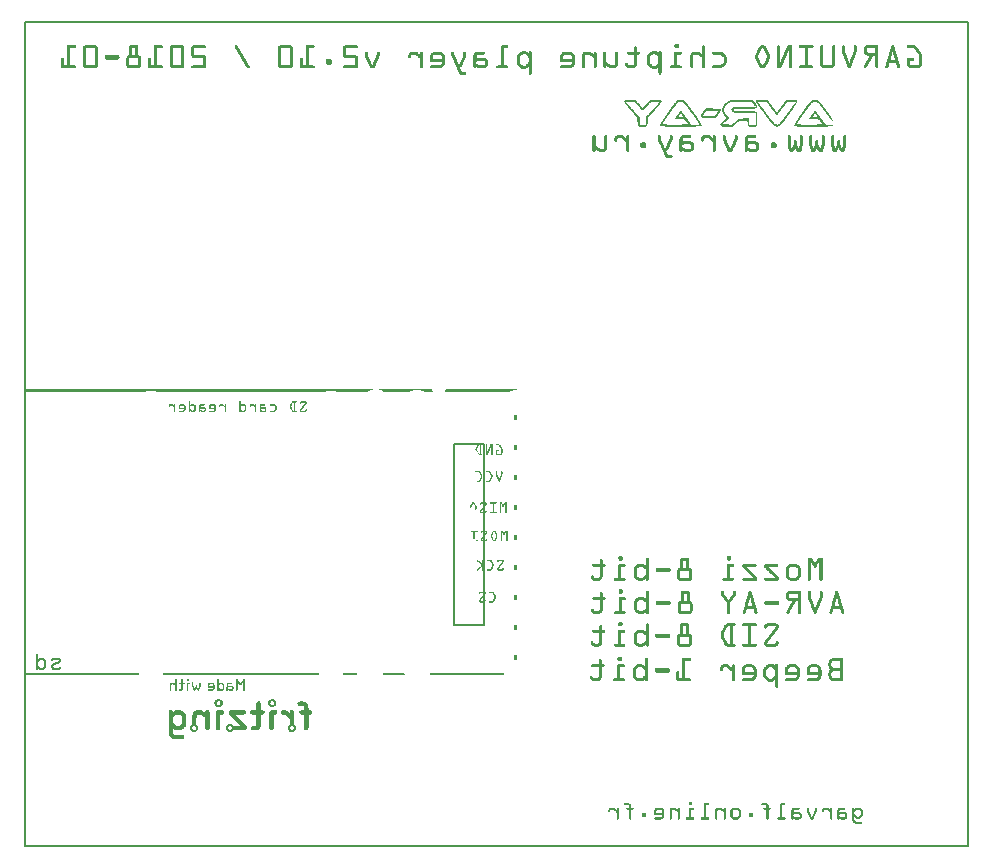
<source format=gbo>
G04 MADE WITH FRITZING*
G04 WWW.FRITZING.ORG*
G04 DOUBLE SIDED*
G04 HOLES PLATED*
G04 CONTOUR ON CENTER OF CONTOUR VECTOR*
%ASAXBY*%
%FSLAX23Y23*%
%MOIN*%
%OFA0B0*%
%SFA1.0B1.0*%
%ADD10R,3.149610X2.755910X3.133610X2.739910*%
%ADD11C,0.008000*%
%ADD12R,0.106778X0.611111X0.092889X0.597223*%
%ADD13C,0.006944*%
%ADD14R,0.001000X0.001000*%
%LNSILK0*%
G90*
G70*
G54D11*
X4Y2752D02*
X3146Y2752D01*
X3146Y4D01*
X4Y4D01*
X4Y2752D01*
D02*
G54D13*
X1435Y1344D02*
X1534Y1344D01*
X1534Y740D01*
X1435Y740D01*
X1435Y1344D01*
D02*
G54D14*
X2173Y2678D02*
X2179Y2678D01*
X2171Y2677D02*
X2181Y2677D01*
X2170Y2676D02*
X2182Y2676D01*
X2169Y2675D02*
X2183Y2675D01*
X2169Y2674D02*
X2183Y2674D01*
X145Y2673D02*
X172Y2673D01*
X203Y2673D02*
X240Y2673D01*
X354Y2673D02*
X379Y2673D01*
X434Y2673D02*
X461Y2673D01*
X492Y2673D02*
X530Y2673D01*
X565Y2673D02*
X605Y2673D01*
X706Y2673D02*
X711Y2673D01*
X854Y2673D02*
X891Y2673D01*
X940Y2673D02*
X967Y2673D01*
X1071Y2673D02*
X1111Y2673D01*
X1593Y2673D02*
X1612Y2673D01*
X2169Y2673D02*
X2183Y2673D01*
X2263Y2673D02*
X2268Y2673D01*
X2458Y2673D02*
X2467Y2673D01*
X2513Y2673D02*
X2517Y2673D01*
X2547Y2673D02*
X2559Y2673D01*
X2585Y2673D02*
X2629Y2673D01*
X2657Y2673D02*
X2662Y2673D01*
X2697Y2673D02*
X2702Y2673D01*
X2730Y2673D02*
X2734Y2673D01*
X2769Y2673D02*
X2774Y2673D01*
X2809Y2673D02*
X2848Y2673D01*
X2894Y2673D02*
X2899Y2673D01*
X2946Y2673D02*
X2969Y2673D01*
X145Y2672D02*
X173Y2672D01*
X202Y2672D02*
X242Y2672D01*
X353Y2672D02*
X380Y2672D01*
X434Y2672D02*
X462Y2672D01*
X491Y2672D02*
X531Y2672D01*
X563Y2672D02*
X607Y2672D01*
X705Y2672D02*
X712Y2672D01*
X852Y2672D02*
X893Y2672D01*
X940Y2672D02*
X968Y2672D01*
X1069Y2672D02*
X1112Y2672D01*
X1592Y2672D02*
X1614Y2672D01*
X2169Y2672D02*
X2183Y2672D01*
X2262Y2672D02*
X2269Y2672D01*
X2456Y2672D02*
X2469Y2672D01*
X2512Y2672D02*
X2518Y2672D01*
X2546Y2672D02*
X2559Y2672D01*
X2584Y2672D02*
X2630Y2672D01*
X2656Y2672D02*
X2663Y2672D01*
X2696Y2672D02*
X2703Y2672D01*
X2728Y2672D02*
X2735Y2672D01*
X2768Y2672D02*
X2775Y2672D01*
X2807Y2672D02*
X2848Y2672D01*
X2893Y2672D02*
X2900Y2672D01*
X2945Y2672D02*
X2971Y2672D01*
X145Y2671D02*
X173Y2671D01*
X201Y2671D02*
X243Y2671D01*
X353Y2671D02*
X380Y2671D01*
X434Y2671D02*
X463Y2671D01*
X490Y2671D02*
X532Y2671D01*
X562Y2671D02*
X607Y2671D01*
X704Y2671D02*
X712Y2671D01*
X851Y2671D02*
X894Y2671D01*
X940Y2671D02*
X969Y2671D01*
X1068Y2671D02*
X1113Y2671D01*
X1591Y2671D02*
X1614Y2671D01*
X2169Y2671D02*
X2183Y2671D01*
X2262Y2671D02*
X2270Y2671D01*
X2455Y2671D02*
X2470Y2671D01*
X2511Y2671D02*
X2519Y2671D01*
X2546Y2671D02*
X2559Y2671D01*
X2583Y2671D02*
X2631Y2671D01*
X2656Y2671D02*
X2664Y2671D01*
X2695Y2671D02*
X2703Y2671D01*
X2728Y2671D02*
X2736Y2671D01*
X2768Y2671D02*
X2776Y2671D01*
X2806Y2671D02*
X2848Y2671D01*
X2892Y2671D02*
X2900Y2671D01*
X2945Y2671D02*
X2972Y2671D01*
X145Y2670D02*
X174Y2670D01*
X200Y2670D02*
X244Y2670D01*
X352Y2670D02*
X381Y2670D01*
X434Y2670D02*
X463Y2670D01*
X489Y2670D02*
X533Y2670D01*
X561Y2670D02*
X607Y2670D01*
X704Y2670D02*
X713Y2670D01*
X850Y2670D02*
X895Y2670D01*
X940Y2670D02*
X969Y2670D01*
X1067Y2670D02*
X1113Y2670D01*
X1591Y2670D02*
X1614Y2670D01*
X2169Y2670D02*
X2183Y2670D01*
X2261Y2670D02*
X2270Y2670D01*
X2454Y2670D02*
X2471Y2670D01*
X2511Y2670D02*
X2519Y2670D01*
X2545Y2670D02*
X2559Y2670D01*
X2583Y2670D02*
X2631Y2670D01*
X2655Y2670D02*
X2664Y2670D01*
X2695Y2670D02*
X2704Y2670D01*
X2728Y2670D02*
X2736Y2670D01*
X2767Y2670D02*
X2776Y2670D01*
X2805Y2670D02*
X2848Y2670D01*
X2892Y2670D02*
X2901Y2670D01*
X2944Y2670D02*
X2973Y2670D01*
X145Y2669D02*
X174Y2669D01*
X199Y2669D02*
X245Y2669D01*
X352Y2669D02*
X381Y2669D01*
X434Y2669D02*
X463Y2669D01*
X488Y2669D02*
X534Y2669D01*
X560Y2669D02*
X608Y2669D01*
X703Y2669D02*
X713Y2669D01*
X849Y2669D02*
X895Y2669D01*
X940Y2669D02*
X969Y2669D01*
X1066Y2669D02*
X1114Y2669D01*
X1591Y2669D02*
X1615Y2669D01*
X2037Y2669D02*
X2041Y2669D01*
X2169Y2669D02*
X2183Y2669D01*
X2261Y2669D02*
X2270Y2669D01*
X2453Y2669D02*
X2472Y2669D01*
X2510Y2669D02*
X2520Y2669D01*
X2545Y2669D02*
X2559Y2669D01*
X2583Y2669D02*
X2632Y2669D01*
X2655Y2669D02*
X2664Y2669D01*
X2695Y2669D02*
X2704Y2669D01*
X2727Y2669D02*
X2736Y2669D01*
X2767Y2669D02*
X2776Y2669D01*
X2804Y2669D02*
X2848Y2669D01*
X2892Y2669D02*
X2901Y2669D01*
X2944Y2669D02*
X2974Y2669D01*
X145Y2668D02*
X174Y2668D01*
X198Y2668D02*
X245Y2668D01*
X352Y2668D02*
X381Y2668D01*
X434Y2668D02*
X463Y2668D01*
X487Y2668D02*
X534Y2668D01*
X560Y2668D02*
X607Y2668D01*
X704Y2668D02*
X714Y2668D01*
X849Y2668D02*
X896Y2668D01*
X940Y2668D02*
X969Y2668D01*
X1066Y2668D02*
X1113Y2668D01*
X1591Y2668D02*
X1614Y2668D01*
X2036Y2668D02*
X2042Y2668D01*
X2169Y2668D02*
X2183Y2668D01*
X2261Y2668D02*
X2270Y2668D01*
X2452Y2668D02*
X2473Y2668D01*
X2510Y2668D02*
X2520Y2668D01*
X2544Y2668D02*
X2559Y2668D01*
X2583Y2668D02*
X2631Y2668D01*
X2655Y2668D02*
X2664Y2668D01*
X2695Y2668D02*
X2704Y2668D01*
X2727Y2668D02*
X2736Y2668D01*
X2767Y2668D02*
X2776Y2668D01*
X2803Y2668D02*
X2848Y2668D01*
X2891Y2668D02*
X2901Y2668D01*
X2944Y2668D02*
X2975Y2668D01*
X145Y2667D02*
X173Y2667D01*
X198Y2667D02*
X246Y2667D01*
X352Y2667D02*
X381Y2667D01*
X434Y2667D02*
X463Y2667D01*
X487Y2667D02*
X535Y2667D01*
X559Y2667D02*
X607Y2667D01*
X704Y2667D02*
X715Y2667D01*
X849Y2667D02*
X896Y2667D01*
X940Y2667D02*
X969Y2667D01*
X1065Y2667D02*
X1113Y2667D01*
X1591Y2667D02*
X1614Y2667D01*
X2035Y2667D02*
X2043Y2667D01*
X2169Y2667D02*
X2183Y2667D01*
X2261Y2667D02*
X2270Y2667D01*
X2452Y2667D02*
X2474Y2667D01*
X2510Y2667D02*
X2520Y2667D01*
X2544Y2667D02*
X2559Y2667D01*
X2583Y2667D02*
X2631Y2667D01*
X2655Y2667D02*
X2664Y2667D01*
X2695Y2667D02*
X2704Y2667D01*
X2727Y2667D02*
X2736Y2667D01*
X2767Y2667D02*
X2776Y2667D01*
X2802Y2667D02*
X2848Y2667D01*
X2891Y2667D02*
X2902Y2667D01*
X2945Y2667D02*
X2976Y2667D01*
X145Y2666D02*
X173Y2666D01*
X198Y2666D02*
X246Y2666D01*
X352Y2666D02*
X381Y2666D01*
X434Y2666D02*
X462Y2666D01*
X487Y2666D02*
X535Y2666D01*
X559Y2666D02*
X607Y2666D01*
X704Y2666D02*
X715Y2666D01*
X848Y2666D02*
X897Y2666D01*
X940Y2666D02*
X968Y2666D01*
X1065Y2666D02*
X1113Y2666D01*
X1591Y2666D02*
X1614Y2666D01*
X2035Y2666D02*
X2043Y2666D01*
X2170Y2666D02*
X2182Y2666D01*
X2261Y2666D02*
X2270Y2666D01*
X2451Y2666D02*
X2474Y2666D01*
X2510Y2666D02*
X2520Y2666D01*
X2543Y2666D02*
X2559Y2666D01*
X2584Y2666D02*
X2630Y2666D01*
X2655Y2666D02*
X2664Y2666D01*
X2695Y2666D02*
X2704Y2666D01*
X2727Y2666D02*
X2736Y2666D01*
X2767Y2666D02*
X2776Y2666D01*
X2802Y2666D02*
X2848Y2666D01*
X2891Y2666D02*
X2902Y2666D01*
X2945Y2666D02*
X2977Y2666D01*
X145Y2665D02*
X172Y2665D01*
X198Y2665D02*
X246Y2665D01*
X352Y2665D02*
X381Y2665D01*
X434Y2665D02*
X461Y2665D01*
X487Y2665D02*
X535Y2665D01*
X559Y2665D02*
X606Y2665D01*
X705Y2665D02*
X716Y2665D01*
X848Y2665D02*
X897Y2665D01*
X940Y2665D02*
X967Y2665D01*
X1065Y2665D02*
X1112Y2665D01*
X1591Y2665D02*
X1613Y2665D01*
X2034Y2665D02*
X2043Y2665D01*
X2171Y2665D02*
X2181Y2665D01*
X2261Y2665D02*
X2270Y2665D01*
X2450Y2665D02*
X2475Y2665D01*
X2510Y2665D02*
X2520Y2665D01*
X2543Y2665D02*
X2559Y2665D01*
X2585Y2665D02*
X2630Y2665D01*
X2655Y2665D02*
X2664Y2665D01*
X2695Y2665D02*
X2704Y2665D01*
X2727Y2665D02*
X2736Y2665D01*
X2767Y2665D02*
X2776Y2665D01*
X2801Y2665D02*
X2848Y2665D01*
X2890Y2665D02*
X2902Y2665D01*
X2946Y2665D02*
X2978Y2665D01*
X145Y2664D02*
X169Y2664D01*
X197Y2664D02*
X246Y2664D01*
X352Y2664D02*
X381Y2664D01*
X434Y2664D02*
X459Y2664D01*
X487Y2664D02*
X535Y2664D01*
X559Y2664D02*
X603Y2664D01*
X706Y2664D02*
X716Y2664D01*
X848Y2664D02*
X897Y2664D01*
X940Y2664D02*
X965Y2664D01*
X1065Y2664D02*
X1109Y2664D01*
X1591Y2664D02*
X1610Y2664D01*
X2034Y2664D02*
X2043Y2664D01*
X2173Y2664D02*
X2178Y2664D01*
X2261Y2664D02*
X2270Y2664D01*
X2450Y2664D02*
X2475Y2664D01*
X2510Y2664D02*
X2520Y2664D01*
X2543Y2664D02*
X2559Y2664D01*
X2587Y2664D02*
X2627Y2664D01*
X2655Y2664D02*
X2664Y2664D01*
X2695Y2664D02*
X2704Y2664D01*
X2727Y2664D02*
X2736Y2664D01*
X2767Y2664D02*
X2776Y2664D01*
X2801Y2664D02*
X2848Y2664D01*
X2890Y2664D02*
X2903Y2664D01*
X2949Y2664D02*
X2978Y2664D01*
X145Y2663D02*
X154Y2663D01*
X197Y2663D02*
X207Y2663D01*
X237Y2663D02*
X246Y2663D01*
X352Y2663D02*
X361Y2663D01*
X372Y2663D02*
X381Y2663D01*
X434Y2663D02*
X443Y2663D01*
X487Y2663D02*
X496Y2663D01*
X526Y2663D02*
X535Y2663D01*
X559Y2663D02*
X568Y2663D01*
X706Y2663D02*
X717Y2663D01*
X848Y2663D02*
X857Y2663D01*
X888Y2663D02*
X897Y2663D01*
X940Y2663D02*
X949Y2663D01*
X1065Y2663D02*
X1074Y2663D01*
X1591Y2663D02*
X1600Y2663D01*
X2034Y2663D02*
X2043Y2663D01*
X2261Y2663D02*
X2270Y2663D01*
X2449Y2663D02*
X2460Y2663D01*
X2465Y2663D02*
X2476Y2663D01*
X2510Y2663D02*
X2520Y2663D01*
X2542Y2663D02*
X2559Y2663D01*
X2603Y2663D02*
X2612Y2663D01*
X2655Y2663D02*
X2664Y2663D01*
X2695Y2663D02*
X2704Y2663D01*
X2727Y2663D02*
X2736Y2663D01*
X2767Y2663D02*
X2776Y2663D01*
X2800Y2663D02*
X2811Y2663D01*
X2839Y2663D02*
X2848Y2663D01*
X2890Y2663D02*
X2903Y2663D01*
X2967Y2663D02*
X2979Y2663D01*
X145Y2662D02*
X154Y2662D01*
X197Y2662D02*
X207Y2662D01*
X237Y2662D02*
X246Y2662D01*
X352Y2662D02*
X361Y2662D01*
X372Y2662D02*
X381Y2662D01*
X434Y2662D02*
X443Y2662D01*
X487Y2662D02*
X496Y2662D01*
X526Y2662D02*
X535Y2662D01*
X559Y2662D02*
X568Y2662D01*
X707Y2662D02*
X717Y2662D01*
X848Y2662D02*
X857Y2662D01*
X888Y2662D02*
X897Y2662D01*
X940Y2662D02*
X949Y2662D01*
X1065Y2662D02*
X1074Y2662D01*
X1591Y2662D02*
X1600Y2662D01*
X2034Y2662D02*
X2043Y2662D01*
X2261Y2662D02*
X2270Y2662D01*
X2449Y2662D02*
X2459Y2662D01*
X2466Y2662D02*
X2476Y2662D01*
X2510Y2662D02*
X2520Y2662D01*
X2542Y2662D02*
X2559Y2662D01*
X2603Y2662D02*
X2612Y2662D01*
X2655Y2662D02*
X2664Y2662D01*
X2695Y2662D02*
X2704Y2662D01*
X2727Y2662D02*
X2736Y2662D01*
X2767Y2662D02*
X2776Y2662D01*
X2800Y2662D02*
X2810Y2662D01*
X2839Y2662D02*
X2848Y2662D01*
X2890Y2662D02*
X2903Y2662D01*
X2968Y2662D02*
X2980Y2662D01*
X145Y2661D02*
X154Y2661D01*
X197Y2661D02*
X207Y2661D01*
X237Y2661D02*
X246Y2661D01*
X352Y2661D02*
X361Y2661D01*
X372Y2661D02*
X381Y2661D01*
X434Y2661D02*
X443Y2661D01*
X487Y2661D02*
X496Y2661D01*
X526Y2661D02*
X535Y2661D01*
X559Y2661D02*
X568Y2661D01*
X707Y2661D02*
X718Y2661D01*
X848Y2661D02*
X857Y2661D01*
X888Y2661D02*
X897Y2661D01*
X940Y2661D02*
X949Y2661D01*
X1065Y2661D02*
X1074Y2661D01*
X1591Y2661D02*
X1600Y2661D01*
X2034Y2661D02*
X2043Y2661D01*
X2261Y2661D02*
X2270Y2661D01*
X2449Y2661D02*
X2459Y2661D01*
X2466Y2661D02*
X2477Y2661D01*
X2510Y2661D02*
X2520Y2661D01*
X2541Y2661D02*
X2559Y2661D01*
X2603Y2661D02*
X2612Y2661D01*
X2655Y2661D02*
X2664Y2661D01*
X2695Y2661D02*
X2704Y2661D01*
X2727Y2661D02*
X2736Y2661D01*
X2767Y2661D02*
X2776Y2661D01*
X2800Y2661D02*
X2809Y2661D01*
X2839Y2661D02*
X2848Y2661D01*
X2889Y2661D02*
X2903Y2661D01*
X2969Y2661D02*
X2981Y2661D01*
X145Y2660D02*
X154Y2660D01*
X197Y2660D02*
X207Y2660D01*
X237Y2660D02*
X246Y2660D01*
X352Y2660D02*
X361Y2660D01*
X372Y2660D02*
X381Y2660D01*
X434Y2660D02*
X443Y2660D01*
X487Y2660D02*
X496Y2660D01*
X526Y2660D02*
X535Y2660D01*
X559Y2660D02*
X568Y2660D01*
X708Y2660D02*
X719Y2660D01*
X848Y2660D02*
X857Y2660D01*
X888Y2660D02*
X897Y2660D01*
X940Y2660D02*
X949Y2660D01*
X1065Y2660D02*
X1074Y2660D01*
X1591Y2660D02*
X1600Y2660D01*
X2034Y2660D02*
X2043Y2660D01*
X2261Y2660D02*
X2270Y2660D01*
X2448Y2660D02*
X2458Y2660D01*
X2467Y2660D02*
X2477Y2660D01*
X2510Y2660D02*
X2520Y2660D01*
X2541Y2660D02*
X2559Y2660D01*
X2603Y2660D02*
X2612Y2660D01*
X2655Y2660D02*
X2664Y2660D01*
X2695Y2660D02*
X2704Y2660D01*
X2727Y2660D02*
X2736Y2660D01*
X2767Y2660D02*
X2776Y2660D01*
X2800Y2660D02*
X2809Y2660D01*
X2839Y2660D02*
X2848Y2660D01*
X2889Y2660D02*
X2904Y2660D01*
X2970Y2660D02*
X2982Y2660D01*
X145Y2659D02*
X154Y2659D01*
X197Y2659D02*
X207Y2659D01*
X237Y2659D02*
X246Y2659D01*
X352Y2659D02*
X361Y2659D01*
X372Y2659D02*
X381Y2659D01*
X434Y2659D02*
X443Y2659D01*
X487Y2659D02*
X496Y2659D01*
X526Y2659D02*
X535Y2659D01*
X559Y2659D02*
X568Y2659D01*
X708Y2659D02*
X719Y2659D01*
X848Y2659D02*
X857Y2659D01*
X888Y2659D02*
X897Y2659D01*
X940Y2659D02*
X949Y2659D01*
X1065Y2659D02*
X1074Y2659D01*
X1591Y2659D02*
X1600Y2659D01*
X2034Y2659D02*
X2043Y2659D01*
X2261Y2659D02*
X2270Y2659D01*
X2448Y2659D02*
X2458Y2659D01*
X2467Y2659D02*
X2478Y2659D01*
X2510Y2659D02*
X2520Y2659D01*
X2540Y2659D02*
X2559Y2659D01*
X2603Y2659D02*
X2612Y2659D01*
X2655Y2659D02*
X2664Y2659D01*
X2695Y2659D02*
X2704Y2659D01*
X2727Y2659D02*
X2736Y2659D01*
X2767Y2659D02*
X2776Y2659D01*
X2800Y2659D02*
X2809Y2659D01*
X2839Y2659D02*
X2848Y2659D01*
X2889Y2659D02*
X2904Y2659D01*
X2970Y2659D02*
X2982Y2659D01*
X145Y2658D02*
X154Y2658D01*
X197Y2658D02*
X207Y2658D01*
X237Y2658D02*
X246Y2658D01*
X352Y2658D02*
X361Y2658D01*
X372Y2658D02*
X381Y2658D01*
X434Y2658D02*
X443Y2658D01*
X487Y2658D02*
X496Y2658D01*
X526Y2658D02*
X535Y2658D01*
X559Y2658D02*
X568Y2658D01*
X709Y2658D02*
X720Y2658D01*
X848Y2658D02*
X857Y2658D01*
X888Y2658D02*
X897Y2658D01*
X940Y2658D02*
X949Y2658D01*
X1065Y2658D02*
X1074Y2658D01*
X1591Y2658D02*
X1600Y2658D01*
X2034Y2658D02*
X2043Y2658D01*
X2261Y2658D02*
X2270Y2658D01*
X2447Y2658D02*
X2457Y2658D01*
X2468Y2658D02*
X2478Y2658D01*
X2510Y2658D02*
X2520Y2658D01*
X2540Y2658D02*
X2559Y2658D01*
X2603Y2658D02*
X2612Y2658D01*
X2655Y2658D02*
X2664Y2658D01*
X2695Y2658D02*
X2704Y2658D01*
X2727Y2658D02*
X2736Y2658D01*
X2767Y2658D02*
X2776Y2658D01*
X2800Y2658D02*
X2809Y2658D01*
X2839Y2658D02*
X2848Y2658D01*
X2888Y2658D02*
X2904Y2658D01*
X2971Y2658D02*
X2983Y2658D01*
X145Y2657D02*
X154Y2657D01*
X197Y2657D02*
X207Y2657D01*
X237Y2657D02*
X246Y2657D01*
X352Y2657D02*
X361Y2657D01*
X372Y2657D02*
X381Y2657D01*
X434Y2657D02*
X443Y2657D01*
X487Y2657D02*
X496Y2657D01*
X526Y2657D02*
X535Y2657D01*
X559Y2657D02*
X568Y2657D01*
X710Y2657D02*
X720Y2657D01*
X848Y2657D02*
X857Y2657D01*
X888Y2657D02*
X897Y2657D01*
X940Y2657D02*
X949Y2657D01*
X1065Y2657D02*
X1074Y2657D01*
X1591Y2657D02*
X1600Y2657D01*
X2034Y2657D02*
X2043Y2657D01*
X2261Y2657D02*
X2270Y2657D01*
X2447Y2657D02*
X2457Y2657D01*
X2468Y2657D02*
X2479Y2657D01*
X2510Y2657D02*
X2520Y2657D01*
X2540Y2657D02*
X2559Y2657D01*
X2603Y2657D02*
X2612Y2657D01*
X2655Y2657D02*
X2664Y2657D01*
X2695Y2657D02*
X2704Y2657D01*
X2727Y2657D02*
X2736Y2657D01*
X2767Y2657D02*
X2776Y2657D01*
X2800Y2657D02*
X2809Y2657D01*
X2839Y2657D02*
X2848Y2657D01*
X2888Y2657D02*
X2905Y2657D01*
X2972Y2657D02*
X2984Y2657D01*
X145Y2656D02*
X154Y2656D01*
X197Y2656D02*
X207Y2656D01*
X237Y2656D02*
X246Y2656D01*
X352Y2656D02*
X361Y2656D01*
X372Y2656D02*
X381Y2656D01*
X434Y2656D02*
X443Y2656D01*
X487Y2656D02*
X496Y2656D01*
X526Y2656D02*
X535Y2656D01*
X559Y2656D02*
X568Y2656D01*
X710Y2656D02*
X721Y2656D01*
X848Y2656D02*
X857Y2656D01*
X888Y2656D02*
X897Y2656D01*
X940Y2656D02*
X949Y2656D01*
X1065Y2656D02*
X1074Y2656D01*
X1591Y2656D02*
X1600Y2656D01*
X2034Y2656D02*
X2043Y2656D01*
X2261Y2656D02*
X2270Y2656D01*
X2446Y2656D02*
X2456Y2656D01*
X2469Y2656D02*
X2479Y2656D01*
X2510Y2656D02*
X2520Y2656D01*
X2539Y2656D02*
X2559Y2656D01*
X2603Y2656D02*
X2612Y2656D01*
X2655Y2656D02*
X2664Y2656D01*
X2695Y2656D02*
X2704Y2656D01*
X2727Y2656D02*
X2736Y2656D01*
X2767Y2656D02*
X2776Y2656D01*
X2800Y2656D02*
X2809Y2656D01*
X2839Y2656D02*
X2848Y2656D01*
X2888Y2656D02*
X2905Y2656D01*
X2973Y2656D02*
X2985Y2656D01*
X145Y2655D02*
X154Y2655D01*
X197Y2655D02*
X207Y2655D01*
X237Y2655D02*
X246Y2655D01*
X352Y2655D02*
X361Y2655D01*
X372Y2655D02*
X381Y2655D01*
X434Y2655D02*
X443Y2655D01*
X487Y2655D02*
X496Y2655D01*
X526Y2655D02*
X535Y2655D01*
X559Y2655D02*
X568Y2655D01*
X711Y2655D02*
X722Y2655D01*
X848Y2655D02*
X857Y2655D01*
X888Y2655D02*
X897Y2655D01*
X940Y2655D02*
X949Y2655D01*
X1065Y2655D02*
X1074Y2655D01*
X1591Y2655D02*
X1600Y2655D01*
X2034Y2655D02*
X2043Y2655D01*
X2261Y2655D02*
X2270Y2655D01*
X2446Y2655D02*
X2456Y2655D01*
X2469Y2655D02*
X2480Y2655D01*
X2510Y2655D02*
X2520Y2655D01*
X2539Y2655D02*
X2559Y2655D01*
X2603Y2655D02*
X2612Y2655D01*
X2655Y2655D02*
X2664Y2655D01*
X2695Y2655D02*
X2704Y2655D01*
X2727Y2655D02*
X2736Y2655D01*
X2767Y2655D02*
X2776Y2655D01*
X2800Y2655D02*
X2809Y2655D01*
X2839Y2655D02*
X2848Y2655D01*
X2888Y2655D02*
X2905Y2655D01*
X2974Y2655D02*
X2985Y2655D01*
X145Y2654D02*
X154Y2654D01*
X197Y2654D02*
X207Y2654D01*
X237Y2654D02*
X246Y2654D01*
X352Y2654D02*
X361Y2654D01*
X372Y2654D02*
X381Y2654D01*
X434Y2654D02*
X443Y2654D01*
X487Y2654D02*
X496Y2654D01*
X526Y2654D02*
X535Y2654D01*
X559Y2654D02*
X568Y2654D01*
X711Y2654D02*
X722Y2654D01*
X848Y2654D02*
X857Y2654D01*
X888Y2654D02*
X897Y2654D01*
X940Y2654D02*
X949Y2654D01*
X1065Y2654D02*
X1074Y2654D01*
X1591Y2654D02*
X1600Y2654D01*
X1662Y2654D02*
X1673Y2654D01*
X1685Y2654D02*
X1690Y2654D01*
X2034Y2654D02*
X2043Y2654D01*
X2096Y2654D02*
X2107Y2654D01*
X2119Y2654D02*
X2123Y2654D01*
X2261Y2654D02*
X2270Y2654D01*
X2445Y2654D02*
X2455Y2654D01*
X2470Y2654D02*
X2480Y2654D01*
X2510Y2654D02*
X2520Y2654D01*
X2538Y2654D02*
X2548Y2654D01*
X2550Y2654D02*
X2559Y2654D01*
X2603Y2654D02*
X2612Y2654D01*
X2655Y2654D02*
X2664Y2654D01*
X2695Y2654D02*
X2704Y2654D01*
X2727Y2654D02*
X2736Y2654D01*
X2767Y2654D02*
X2776Y2654D01*
X2800Y2654D02*
X2809Y2654D01*
X2839Y2654D02*
X2848Y2654D01*
X2887Y2654D02*
X2905Y2654D01*
X2974Y2654D02*
X2986Y2654D01*
X145Y2653D02*
X154Y2653D01*
X197Y2653D02*
X207Y2653D01*
X237Y2653D02*
X246Y2653D01*
X352Y2653D02*
X361Y2653D01*
X372Y2653D02*
X381Y2653D01*
X434Y2653D02*
X443Y2653D01*
X487Y2653D02*
X496Y2653D01*
X526Y2653D02*
X535Y2653D01*
X559Y2653D02*
X568Y2653D01*
X712Y2653D02*
X723Y2653D01*
X848Y2653D02*
X857Y2653D01*
X888Y2653D02*
X897Y2653D01*
X940Y2653D02*
X949Y2653D01*
X1065Y2653D02*
X1074Y2653D01*
X1591Y2653D02*
X1600Y2653D01*
X1660Y2653D02*
X1675Y2653D01*
X1684Y2653D02*
X1691Y2653D01*
X2034Y2653D02*
X2044Y2653D01*
X2093Y2653D02*
X2109Y2653D01*
X2118Y2653D02*
X2124Y2653D01*
X2261Y2653D02*
X2270Y2653D01*
X2445Y2653D02*
X2455Y2653D01*
X2470Y2653D02*
X2481Y2653D01*
X2510Y2653D02*
X2520Y2653D01*
X2538Y2653D02*
X2548Y2653D01*
X2550Y2653D02*
X2559Y2653D01*
X2603Y2653D02*
X2612Y2653D01*
X2655Y2653D02*
X2664Y2653D01*
X2695Y2653D02*
X2704Y2653D01*
X2727Y2653D02*
X2736Y2653D01*
X2767Y2653D02*
X2776Y2653D01*
X2800Y2653D02*
X2809Y2653D01*
X2839Y2653D02*
X2848Y2653D01*
X2887Y2653D02*
X2906Y2653D01*
X2975Y2653D02*
X2987Y2653D01*
X145Y2652D02*
X154Y2652D01*
X197Y2652D02*
X207Y2652D01*
X237Y2652D02*
X246Y2652D01*
X352Y2652D02*
X361Y2652D01*
X372Y2652D02*
X381Y2652D01*
X434Y2652D02*
X443Y2652D01*
X487Y2652D02*
X496Y2652D01*
X526Y2652D02*
X535Y2652D01*
X559Y2652D02*
X568Y2652D01*
X713Y2652D02*
X723Y2652D01*
X848Y2652D02*
X857Y2652D01*
X888Y2652D02*
X897Y2652D01*
X940Y2652D02*
X949Y2652D01*
X1065Y2652D02*
X1074Y2652D01*
X1140Y2652D02*
X1144Y2652D01*
X1179Y2652D02*
X1183Y2652D01*
X1292Y2652D02*
X1308Y2652D01*
X1324Y2652D02*
X1328Y2652D01*
X1368Y2652D02*
X1389Y2652D01*
X1429Y2652D02*
X1433Y2652D01*
X1468Y2652D02*
X1473Y2652D01*
X1510Y2652D02*
X1535Y2652D01*
X1591Y2652D02*
X1600Y2652D01*
X1658Y2652D02*
X1677Y2652D01*
X1683Y2652D02*
X1691Y2652D01*
X1801Y2652D02*
X1823Y2652D01*
X1871Y2652D02*
X1885Y2652D01*
X1902Y2652D02*
X1906Y2652D01*
X1935Y2652D02*
X1939Y2652D01*
X1974Y2652D02*
X1978Y2652D01*
X2012Y2652D02*
X2051Y2652D01*
X2092Y2652D02*
X2110Y2652D01*
X2117Y2652D02*
X2125Y2652D01*
X2171Y2652D02*
X2190Y2652D01*
X2232Y2652D02*
X2247Y2652D01*
X2261Y2652D02*
X2270Y2652D01*
X2296Y2652D02*
X2323Y2652D01*
X2444Y2652D02*
X2454Y2652D01*
X2471Y2652D02*
X2481Y2652D01*
X2510Y2652D02*
X2520Y2652D01*
X2537Y2652D02*
X2547Y2652D01*
X2550Y2652D02*
X2559Y2652D01*
X2603Y2652D02*
X2612Y2652D01*
X2655Y2652D02*
X2664Y2652D01*
X2695Y2652D02*
X2704Y2652D01*
X2727Y2652D02*
X2737Y2652D01*
X2767Y2652D02*
X2776Y2652D01*
X2800Y2652D02*
X2809Y2652D01*
X2839Y2652D02*
X2848Y2652D01*
X2887Y2652D02*
X2906Y2652D01*
X2976Y2652D02*
X2988Y2652D01*
X145Y2651D02*
X154Y2651D01*
X197Y2651D02*
X207Y2651D01*
X237Y2651D02*
X246Y2651D01*
X352Y2651D02*
X361Y2651D01*
X372Y2651D02*
X381Y2651D01*
X434Y2651D02*
X443Y2651D01*
X487Y2651D02*
X496Y2651D01*
X526Y2651D02*
X535Y2651D01*
X559Y2651D02*
X568Y2651D01*
X713Y2651D02*
X724Y2651D01*
X848Y2651D02*
X857Y2651D01*
X888Y2651D02*
X897Y2651D01*
X940Y2651D02*
X949Y2651D01*
X1065Y2651D02*
X1074Y2651D01*
X1138Y2651D02*
X1145Y2651D01*
X1178Y2651D02*
X1185Y2651D01*
X1290Y2651D02*
X1310Y2651D01*
X1323Y2651D02*
X1329Y2651D01*
X1366Y2651D02*
X1391Y2651D01*
X1428Y2651D02*
X1434Y2651D01*
X1467Y2651D02*
X1474Y2651D01*
X1507Y2651D02*
X1536Y2651D01*
X1591Y2651D02*
X1600Y2651D01*
X1657Y2651D02*
X1678Y2651D01*
X1683Y2651D02*
X1692Y2651D01*
X1799Y2651D02*
X1825Y2651D01*
X1869Y2651D02*
X1888Y2651D01*
X1901Y2651D02*
X1907Y2651D01*
X1934Y2651D02*
X1940Y2651D01*
X1973Y2651D02*
X1979Y2651D01*
X2011Y2651D02*
X2052Y2651D01*
X2090Y2651D02*
X2112Y2651D01*
X2117Y2651D02*
X2125Y2651D01*
X2170Y2651D02*
X2192Y2651D01*
X2230Y2651D02*
X2249Y2651D01*
X2261Y2651D02*
X2270Y2651D01*
X2295Y2651D02*
X2326Y2651D01*
X2444Y2651D02*
X2454Y2651D01*
X2471Y2651D02*
X2482Y2651D01*
X2510Y2651D02*
X2520Y2651D01*
X2537Y2651D02*
X2547Y2651D01*
X2550Y2651D02*
X2559Y2651D01*
X2603Y2651D02*
X2612Y2651D01*
X2655Y2651D02*
X2664Y2651D01*
X2695Y2651D02*
X2704Y2651D01*
X2727Y2651D02*
X2737Y2651D01*
X2766Y2651D02*
X2776Y2651D01*
X2800Y2651D02*
X2810Y2651D01*
X2839Y2651D02*
X2848Y2651D01*
X2886Y2651D02*
X2906Y2651D01*
X2977Y2651D02*
X2988Y2651D01*
X145Y2650D02*
X154Y2650D01*
X197Y2650D02*
X207Y2650D01*
X237Y2650D02*
X246Y2650D01*
X352Y2650D02*
X361Y2650D01*
X372Y2650D02*
X381Y2650D01*
X434Y2650D02*
X443Y2650D01*
X487Y2650D02*
X496Y2650D01*
X526Y2650D02*
X535Y2650D01*
X559Y2650D02*
X568Y2650D01*
X714Y2650D02*
X724Y2650D01*
X848Y2650D02*
X857Y2650D01*
X888Y2650D02*
X897Y2650D01*
X940Y2650D02*
X949Y2650D01*
X1065Y2650D02*
X1074Y2650D01*
X1138Y2650D02*
X1146Y2650D01*
X1177Y2650D02*
X1185Y2650D01*
X1288Y2650D02*
X1311Y2650D01*
X1322Y2650D02*
X1330Y2650D01*
X1364Y2650D02*
X1393Y2650D01*
X1427Y2650D02*
X1435Y2650D01*
X1467Y2650D02*
X1474Y2650D01*
X1506Y2650D02*
X1537Y2650D01*
X1591Y2650D02*
X1600Y2650D01*
X1655Y2650D02*
X1679Y2650D01*
X1683Y2650D02*
X1692Y2650D01*
X1798Y2650D02*
X1826Y2650D01*
X1867Y2650D02*
X1890Y2650D01*
X1900Y2650D02*
X1908Y2650D01*
X1933Y2650D02*
X1941Y2650D01*
X1972Y2650D02*
X1980Y2650D01*
X2010Y2650D02*
X2053Y2650D01*
X2089Y2650D02*
X2113Y2650D01*
X2117Y2650D02*
X2126Y2650D01*
X2170Y2650D02*
X2192Y2650D01*
X2228Y2650D02*
X2251Y2650D01*
X2261Y2650D02*
X2270Y2650D01*
X2294Y2650D02*
X2328Y2650D01*
X2443Y2650D02*
X2453Y2650D01*
X2472Y2650D02*
X2482Y2650D01*
X2510Y2650D02*
X2520Y2650D01*
X2536Y2650D02*
X2547Y2650D01*
X2550Y2650D02*
X2559Y2650D01*
X2603Y2650D02*
X2612Y2650D01*
X2655Y2650D02*
X2664Y2650D01*
X2695Y2650D02*
X2704Y2650D01*
X2728Y2650D02*
X2738Y2650D01*
X2766Y2650D02*
X2776Y2650D01*
X2800Y2650D02*
X2810Y2650D01*
X2839Y2650D02*
X2848Y2650D01*
X2886Y2650D02*
X2907Y2650D01*
X2977Y2650D02*
X2989Y2650D01*
X145Y2649D02*
X154Y2649D01*
X197Y2649D02*
X207Y2649D01*
X237Y2649D02*
X246Y2649D01*
X352Y2649D02*
X361Y2649D01*
X372Y2649D02*
X381Y2649D01*
X434Y2649D02*
X443Y2649D01*
X487Y2649D02*
X496Y2649D01*
X526Y2649D02*
X535Y2649D01*
X559Y2649D02*
X568Y2649D01*
X714Y2649D02*
X725Y2649D01*
X848Y2649D02*
X857Y2649D01*
X888Y2649D02*
X897Y2649D01*
X940Y2649D02*
X949Y2649D01*
X1065Y2649D02*
X1074Y2649D01*
X1137Y2649D02*
X1146Y2649D01*
X1177Y2649D02*
X1186Y2649D01*
X1287Y2649D02*
X1312Y2649D01*
X1322Y2649D02*
X1330Y2649D01*
X1363Y2649D02*
X1394Y2649D01*
X1426Y2649D02*
X1435Y2649D01*
X1466Y2649D02*
X1475Y2649D01*
X1504Y2649D02*
X1537Y2649D01*
X1591Y2649D02*
X1600Y2649D01*
X1654Y2649D02*
X1680Y2649D01*
X1683Y2649D02*
X1692Y2649D01*
X1796Y2649D02*
X1828Y2649D01*
X1866Y2649D02*
X1891Y2649D01*
X1900Y2649D02*
X1908Y2649D01*
X1932Y2649D02*
X1941Y2649D01*
X1972Y2649D02*
X1980Y2649D01*
X2010Y2649D02*
X2053Y2649D01*
X2088Y2649D02*
X2114Y2649D01*
X2116Y2649D02*
X2126Y2649D01*
X2169Y2649D02*
X2193Y2649D01*
X2227Y2649D02*
X2253Y2649D01*
X2261Y2649D02*
X2270Y2649D01*
X2294Y2649D02*
X2329Y2649D01*
X2443Y2649D02*
X2453Y2649D01*
X2472Y2649D02*
X2483Y2649D01*
X2510Y2649D02*
X2520Y2649D01*
X2536Y2649D02*
X2546Y2649D01*
X2550Y2649D02*
X2559Y2649D01*
X2603Y2649D02*
X2612Y2649D01*
X2655Y2649D02*
X2664Y2649D01*
X2695Y2649D02*
X2704Y2649D01*
X2728Y2649D02*
X2738Y2649D01*
X2765Y2649D02*
X2775Y2649D01*
X2800Y2649D02*
X2812Y2649D01*
X2839Y2649D02*
X2848Y2649D01*
X2886Y2649D02*
X2895Y2649D01*
X2897Y2649D02*
X2907Y2649D01*
X2978Y2649D02*
X2990Y2649D01*
X145Y2648D02*
X154Y2648D01*
X197Y2648D02*
X207Y2648D01*
X237Y2648D02*
X246Y2648D01*
X352Y2648D02*
X361Y2648D01*
X372Y2648D02*
X381Y2648D01*
X434Y2648D02*
X443Y2648D01*
X487Y2648D02*
X496Y2648D01*
X526Y2648D02*
X535Y2648D01*
X559Y2648D02*
X568Y2648D01*
X715Y2648D02*
X726Y2648D01*
X848Y2648D02*
X857Y2648D01*
X888Y2648D02*
X897Y2648D01*
X940Y2648D02*
X949Y2648D01*
X1065Y2648D02*
X1074Y2648D01*
X1137Y2648D02*
X1146Y2648D01*
X1177Y2648D02*
X1186Y2648D01*
X1286Y2648D02*
X1313Y2648D01*
X1321Y2648D02*
X1330Y2648D01*
X1361Y2648D02*
X1395Y2648D01*
X1426Y2648D02*
X1435Y2648D01*
X1466Y2648D02*
X1475Y2648D01*
X1503Y2648D02*
X1537Y2648D01*
X1591Y2648D02*
X1600Y2648D01*
X1653Y2648D02*
X1681Y2648D01*
X1683Y2648D02*
X1692Y2648D01*
X1795Y2648D02*
X1829Y2648D01*
X1865Y2648D02*
X1893Y2648D01*
X1900Y2648D02*
X1909Y2648D01*
X1932Y2648D02*
X1941Y2648D01*
X1971Y2648D02*
X1980Y2648D01*
X2010Y2648D02*
X2053Y2648D01*
X2087Y2648D02*
X2126Y2648D01*
X2169Y2648D02*
X2193Y2648D01*
X2226Y2648D02*
X2254Y2648D01*
X2261Y2648D02*
X2270Y2648D01*
X2294Y2648D02*
X2330Y2648D01*
X2442Y2648D02*
X2452Y2648D01*
X2473Y2648D02*
X2483Y2648D01*
X2510Y2648D02*
X2520Y2648D01*
X2536Y2648D02*
X2546Y2648D01*
X2550Y2648D02*
X2559Y2648D01*
X2603Y2648D02*
X2612Y2648D01*
X2655Y2648D02*
X2664Y2648D01*
X2695Y2648D02*
X2704Y2648D01*
X2728Y2648D02*
X2738Y2648D01*
X2765Y2648D02*
X2775Y2648D01*
X2801Y2648D02*
X2848Y2648D01*
X2885Y2648D02*
X2895Y2648D01*
X2898Y2648D02*
X2907Y2648D01*
X2979Y2648D02*
X2990Y2648D01*
X145Y2647D02*
X154Y2647D01*
X197Y2647D02*
X207Y2647D01*
X237Y2647D02*
X246Y2647D01*
X352Y2647D02*
X361Y2647D01*
X372Y2647D02*
X381Y2647D01*
X434Y2647D02*
X443Y2647D01*
X487Y2647D02*
X496Y2647D01*
X526Y2647D02*
X535Y2647D01*
X559Y2647D02*
X568Y2647D01*
X715Y2647D02*
X726Y2647D01*
X848Y2647D02*
X857Y2647D01*
X888Y2647D02*
X897Y2647D01*
X940Y2647D02*
X949Y2647D01*
X1065Y2647D02*
X1074Y2647D01*
X1137Y2647D02*
X1146Y2647D01*
X1177Y2647D02*
X1186Y2647D01*
X1285Y2647D02*
X1314Y2647D01*
X1321Y2647D02*
X1330Y2647D01*
X1360Y2647D02*
X1396Y2647D01*
X1426Y2647D02*
X1435Y2647D01*
X1466Y2647D02*
X1475Y2647D01*
X1502Y2647D02*
X1537Y2647D01*
X1591Y2647D02*
X1600Y2647D01*
X1652Y2647D02*
X1692Y2647D01*
X1794Y2647D02*
X1830Y2647D01*
X1864Y2647D02*
X1894Y2647D01*
X1900Y2647D02*
X1909Y2647D01*
X1932Y2647D02*
X1941Y2647D01*
X1971Y2647D02*
X1980Y2647D01*
X2010Y2647D02*
X2053Y2647D01*
X2086Y2647D02*
X2126Y2647D01*
X2169Y2647D02*
X2193Y2647D01*
X2225Y2647D02*
X2256Y2647D01*
X2261Y2647D02*
X2270Y2647D01*
X2294Y2647D02*
X2332Y2647D01*
X2442Y2647D02*
X2452Y2647D01*
X2473Y2647D02*
X2484Y2647D01*
X2510Y2647D02*
X2520Y2647D01*
X2535Y2647D02*
X2545Y2647D01*
X2550Y2647D02*
X2559Y2647D01*
X2603Y2647D02*
X2612Y2647D01*
X2655Y2647D02*
X2664Y2647D01*
X2695Y2647D02*
X2704Y2647D01*
X2729Y2647D02*
X2739Y2647D01*
X2765Y2647D02*
X2775Y2647D01*
X2801Y2647D02*
X2848Y2647D01*
X2885Y2647D02*
X2895Y2647D01*
X2898Y2647D02*
X2908Y2647D01*
X2980Y2647D02*
X2991Y2647D01*
X145Y2646D02*
X154Y2646D01*
X197Y2646D02*
X207Y2646D01*
X237Y2646D02*
X246Y2646D01*
X352Y2646D02*
X361Y2646D01*
X372Y2646D02*
X381Y2646D01*
X434Y2646D02*
X443Y2646D01*
X487Y2646D02*
X496Y2646D01*
X526Y2646D02*
X535Y2646D01*
X559Y2646D02*
X568Y2646D01*
X716Y2646D02*
X727Y2646D01*
X848Y2646D02*
X857Y2646D01*
X888Y2646D02*
X897Y2646D01*
X940Y2646D02*
X949Y2646D01*
X1065Y2646D02*
X1074Y2646D01*
X1137Y2646D02*
X1146Y2646D01*
X1177Y2646D02*
X1186Y2646D01*
X1284Y2646D02*
X1315Y2646D01*
X1321Y2646D02*
X1330Y2646D01*
X1359Y2646D02*
X1398Y2646D01*
X1426Y2646D02*
X1435Y2646D01*
X1466Y2646D02*
X1475Y2646D01*
X1502Y2646D02*
X1537Y2646D01*
X1591Y2646D02*
X1600Y2646D01*
X1651Y2646D02*
X1692Y2646D01*
X1793Y2646D02*
X1831Y2646D01*
X1863Y2646D02*
X1896Y2646D01*
X1900Y2646D02*
X1909Y2646D01*
X1932Y2646D02*
X1941Y2646D01*
X1971Y2646D02*
X1980Y2646D01*
X2010Y2646D02*
X2053Y2646D01*
X2084Y2646D02*
X2126Y2646D01*
X2169Y2646D02*
X2193Y2646D01*
X2224Y2646D02*
X2257Y2646D01*
X2261Y2646D02*
X2270Y2646D01*
X2294Y2646D02*
X2333Y2646D01*
X2441Y2646D02*
X2451Y2646D01*
X2474Y2646D02*
X2484Y2646D01*
X2510Y2646D02*
X2520Y2646D01*
X2535Y2646D02*
X2545Y2646D01*
X2550Y2646D02*
X2559Y2646D01*
X2603Y2646D02*
X2612Y2646D01*
X2655Y2646D02*
X2664Y2646D01*
X2695Y2646D02*
X2704Y2646D01*
X2729Y2646D02*
X2739Y2646D01*
X2764Y2646D02*
X2774Y2646D01*
X2802Y2646D02*
X2848Y2646D01*
X2885Y2646D02*
X2894Y2646D01*
X2898Y2646D02*
X2908Y2646D01*
X2981Y2646D02*
X2991Y2646D01*
X145Y2645D02*
X154Y2645D01*
X197Y2645D02*
X207Y2645D01*
X237Y2645D02*
X246Y2645D01*
X352Y2645D02*
X361Y2645D01*
X372Y2645D02*
X381Y2645D01*
X434Y2645D02*
X443Y2645D01*
X487Y2645D02*
X496Y2645D01*
X526Y2645D02*
X535Y2645D01*
X559Y2645D02*
X568Y2645D01*
X717Y2645D02*
X727Y2645D01*
X848Y2645D02*
X857Y2645D01*
X888Y2645D02*
X897Y2645D01*
X940Y2645D02*
X949Y2645D01*
X1065Y2645D02*
X1074Y2645D01*
X1137Y2645D02*
X1146Y2645D01*
X1177Y2645D02*
X1186Y2645D01*
X1284Y2645D02*
X1317Y2645D01*
X1321Y2645D02*
X1330Y2645D01*
X1358Y2645D02*
X1399Y2645D01*
X1426Y2645D02*
X1435Y2645D01*
X1466Y2645D02*
X1475Y2645D01*
X1501Y2645D02*
X1537Y2645D01*
X1591Y2645D02*
X1600Y2645D01*
X1650Y2645D02*
X1692Y2645D01*
X1792Y2645D02*
X1832Y2645D01*
X1862Y2645D02*
X1898Y2645D01*
X1900Y2645D02*
X1909Y2645D01*
X1932Y2645D02*
X1941Y2645D01*
X1971Y2645D02*
X1980Y2645D01*
X2010Y2645D02*
X2052Y2645D01*
X2083Y2645D02*
X2126Y2645D01*
X2169Y2645D02*
X2192Y2645D01*
X2224Y2645D02*
X2259Y2645D01*
X2261Y2645D02*
X2270Y2645D01*
X2295Y2645D02*
X2334Y2645D01*
X2441Y2645D02*
X2451Y2645D01*
X2474Y2645D02*
X2485Y2645D01*
X2510Y2645D02*
X2520Y2645D01*
X2534Y2645D02*
X2544Y2645D01*
X2550Y2645D02*
X2559Y2645D01*
X2603Y2645D02*
X2612Y2645D01*
X2655Y2645D02*
X2664Y2645D01*
X2695Y2645D02*
X2704Y2645D01*
X2730Y2645D02*
X2740Y2645D01*
X2764Y2645D02*
X2774Y2645D01*
X2802Y2645D02*
X2848Y2645D01*
X2885Y2645D02*
X2894Y2645D01*
X2899Y2645D02*
X2908Y2645D01*
X2981Y2645D02*
X2992Y2645D01*
X145Y2644D02*
X154Y2644D01*
X197Y2644D02*
X207Y2644D01*
X237Y2644D02*
X246Y2644D01*
X352Y2644D02*
X361Y2644D01*
X372Y2644D02*
X381Y2644D01*
X434Y2644D02*
X443Y2644D01*
X487Y2644D02*
X496Y2644D01*
X526Y2644D02*
X535Y2644D01*
X559Y2644D02*
X568Y2644D01*
X717Y2644D02*
X728Y2644D01*
X848Y2644D02*
X857Y2644D01*
X888Y2644D02*
X897Y2644D01*
X940Y2644D02*
X949Y2644D01*
X1065Y2644D02*
X1074Y2644D01*
X1137Y2644D02*
X1146Y2644D01*
X1177Y2644D02*
X1186Y2644D01*
X1283Y2644D02*
X1318Y2644D01*
X1321Y2644D02*
X1330Y2644D01*
X1357Y2644D02*
X1399Y2644D01*
X1426Y2644D02*
X1435Y2644D01*
X1466Y2644D02*
X1475Y2644D01*
X1501Y2644D02*
X1536Y2644D01*
X1591Y2644D02*
X1600Y2644D01*
X1649Y2644D02*
X1663Y2644D01*
X1671Y2644D02*
X1692Y2644D01*
X1791Y2644D02*
X1833Y2644D01*
X1862Y2644D02*
X1909Y2644D01*
X1932Y2644D02*
X1941Y2644D01*
X1971Y2644D02*
X1980Y2644D01*
X2011Y2644D02*
X2052Y2644D01*
X2082Y2644D02*
X2097Y2644D01*
X2105Y2644D02*
X2126Y2644D01*
X2169Y2644D02*
X2191Y2644D01*
X2223Y2644D02*
X2270Y2644D01*
X2295Y2644D02*
X2335Y2644D01*
X2440Y2644D02*
X2450Y2644D01*
X2475Y2644D02*
X2485Y2644D01*
X2510Y2644D02*
X2520Y2644D01*
X2534Y2644D02*
X2544Y2644D01*
X2550Y2644D02*
X2559Y2644D01*
X2603Y2644D02*
X2612Y2644D01*
X2655Y2644D02*
X2664Y2644D01*
X2695Y2644D02*
X2704Y2644D01*
X2730Y2644D02*
X2740Y2644D01*
X2764Y2644D02*
X2773Y2644D01*
X2803Y2644D02*
X2848Y2644D01*
X2884Y2644D02*
X2894Y2644D01*
X2899Y2644D02*
X2908Y2644D01*
X2982Y2644D02*
X2992Y2644D01*
X145Y2643D02*
X154Y2643D01*
X197Y2643D02*
X207Y2643D01*
X237Y2643D02*
X246Y2643D01*
X352Y2643D02*
X361Y2643D01*
X372Y2643D02*
X381Y2643D01*
X434Y2643D02*
X443Y2643D01*
X487Y2643D02*
X496Y2643D01*
X526Y2643D02*
X535Y2643D01*
X559Y2643D02*
X568Y2643D01*
X718Y2643D02*
X729Y2643D01*
X848Y2643D02*
X857Y2643D01*
X888Y2643D02*
X897Y2643D01*
X940Y2643D02*
X949Y2643D01*
X1065Y2643D02*
X1074Y2643D01*
X1137Y2643D02*
X1146Y2643D01*
X1177Y2643D02*
X1186Y2643D01*
X1283Y2643D02*
X1319Y2643D01*
X1321Y2643D02*
X1330Y2643D01*
X1357Y2643D02*
X1400Y2643D01*
X1426Y2643D02*
X1435Y2643D01*
X1466Y2643D02*
X1475Y2643D01*
X1500Y2643D02*
X1534Y2643D01*
X1591Y2643D02*
X1600Y2643D01*
X1648Y2643D02*
X1662Y2643D01*
X1673Y2643D02*
X1692Y2643D01*
X1790Y2643D02*
X1834Y2643D01*
X1862Y2643D02*
X1909Y2643D01*
X1932Y2643D02*
X1941Y2643D01*
X1971Y2643D02*
X1980Y2643D01*
X2013Y2643D02*
X2050Y2643D01*
X2081Y2643D02*
X2096Y2643D01*
X2106Y2643D02*
X2126Y2643D01*
X2169Y2643D02*
X2189Y2643D01*
X2223Y2643D02*
X2270Y2643D01*
X2297Y2643D02*
X2336Y2643D01*
X2440Y2643D02*
X2450Y2643D01*
X2475Y2643D02*
X2486Y2643D01*
X2510Y2643D02*
X2520Y2643D01*
X2533Y2643D02*
X2543Y2643D01*
X2550Y2643D02*
X2559Y2643D01*
X2603Y2643D02*
X2612Y2643D01*
X2655Y2643D02*
X2664Y2643D01*
X2695Y2643D02*
X2704Y2643D01*
X2730Y2643D02*
X2740Y2643D01*
X2763Y2643D02*
X2773Y2643D01*
X2804Y2643D02*
X2848Y2643D01*
X2884Y2643D02*
X2894Y2643D01*
X2899Y2643D02*
X2909Y2643D01*
X2983Y2643D02*
X2992Y2643D01*
X145Y2642D02*
X154Y2642D01*
X197Y2642D02*
X207Y2642D01*
X237Y2642D02*
X246Y2642D01*
X352Y2642D02*
X361Y2642D01*
X372Y2642D02*
X381Y2642D01*
X434Y2642D02*
X443Y2642D01*
X487Y2642D02*
X496Y2642D01*
X526Y2642D02*
X535Y2642D01*
X559Y2642D02*
X568Y2642D01*
X718Y2642D02*
X729Y2642D01*
X848Y2642D02*
X857Y2642D01*
X888Y2642D02*
X897Y2642D01*
X940Y2642D02*
X949Y2642D01*
X1065Y2642D02*
X1074Y2642D01*
X1137Y2642D02*
X1146Y2642D01*
X1177Y2642D02*
X1186Y2642D01*
X1282Y2642D02*
X1293Y2642D01*
X1306Y2642D02*
X1330Y2642D01*
X1356Y2642D02*
X1369Y2642D01*
X1388Y2642D02*
X1401Y2642D01*
X1426Y2642D02*
X1435Y2642D01*
X1466Y2642D02*
X1475Y2642D01*
X1500Y2642D02*
X1511Y2642D01*
X1591Y2642D02*
X1600Y2642D01*
X1647Y2642D02*
X1661Y2642D01*
X1674Y2642D02*
X1692Y2642D01*
X1790Y2642D02*
X1803Y2642D01*
X1821Y2642D02*
X1834Y2642D01*
X1861Y2642D02*
X1872Y2642D01*
X1884Y2642D02*
X1909Y2642D01*
X1932Y2642D02*
X1941Y2642D01*
X1971Y2642D02*
X1980Y2642D01*
X2034Y2642D02*
X2043Y2642D01*
X2080Y2642D02*
X2094Y2642D01*
X2107Y2642D02*
X2126Y2642D01*
X2169Y2642D02*
X2178Y2642D01*
X2223Y2642D02*
X2234Y2642D01*
X2246Y2642D02*
X2270Y2642D01*
X2322Y2642D02*
X2337Y2642D01*
X2439Y2642D02*
X2449Y2642D01*
X2476Y2642D02*
X2486Y2642D01*
X2510Y2642D02*
X2520Y2642D01*
X2533Y2642D02*
X2543Y2642D01*
X2550Y2642D02*
X2559Y2642D01*
X2603Y2642D02*
X2612Y2642D01*
X2655Y2642D02*
X2664Y2642D01*
X2695Y2642D02*
X2704Y2642D01*
X2731Y2642D02*
X2741Y2642D01*
X2763Y2642D02*
X2773Y2642D01*
X2805Y2642D02*
X2848Y2642D01*
X2884Y2642D02*
X2893Y2642D01*
X2899Y2642D02*
X2909Y2642D01*
X2983Y2642D02*
X2993Y2642D01*
X145Y2641D02*
X154Y2641D01*
X197Y2641D02*
X207Y2641D01*
X237Y2641D02*
X246Y2641D01*
X352Y2641D02*
X361Y2641D01*
X372Y2641D02*
X381Y2641D01*
X434Y2641D02*
X443Y2641D01*
X487Y2641D02*
X496Y2641D01*
X526Y2641D02*
X535Y2641D01*
X559Y2641D02*
X568Y2641D01*
X719Y2641D02*
X730Y2641D01*
X848Y2641D02*
X857Y2641D01*
X888Y2641D02*
X897Y2641D01*
X940Y2641D02*
X949Y2641D01*
X1065Y2641D02*
X1074Y2641D01*
X1137Y2641D02*
X1146Y2641D01*
X1177Y2641D02*
X1186Y2641D01*
X1282Y2641D02*
X1292Y2641D01*
X1307Y2641D02*
X1330Y2641D01*
X1355Y2641D02*
X1367Y2641D01*
X1389Y2641D02*
X1401Y2641D01*
X1426Y2641D02*
X1435Y2641D01*
X1466Y2641D02*
X1475Y2641D01*
X1500Y2641D02*
X1510Y2641D01*
X1591Y2641D02*
X1600Y2641D01*
X1646Y2641D02*
X1660Y2641D01*
X1675Y2641D02*
X1692Y2641D01*
X1789Y2641D02*
X1801Y2641D01*
X1823Y2641D02*
X1835Y2641D01*
X1861Y2641D02*
X1871Y2641D01*
X1886Y2641D02*
X1909Y2641D01*
X1932Y2641D02*
X1941Y2641D01*
X1971Y2641D02*
X1980Y2641D01*
X2034Y2641D02*
X2043Y2641D01*
X2080Y2641D02*
X2093Y2641D01*
X2108Y2641D02*
X2126Y2641D01*
X2169Y2641D02*
X2178Y2641D01*
X2222Y2641D02*
X2233Y2641D01*
X2247Y2641D02*
X2270Y2641D01*
X2324Y2641D02*
X2338Y2641D01*
X2439Y2641D02*
X2449Y2641D01*
X2476Y2641D02*
X2486Y2641D01*
X2510Y2641D02*
X2520Y2641D01*
X2533Y2641D02*
X2543Y2641D01*
X2550Y2641D02*
X2559Y2641D01*
X2603Y2641D02*
X2612Y2641D01*
X2655Y2641D02*
X2664Y2641D01*
X2695Y2641D02*
X2704Y2641D01*
X2731Y2641D02*
X2741Y2641D01*
X2762Y2641D02*
X2772Y2641D01*
X2806Y2641D02*
X2848Y2641D01*
X2883Y2641D02*
X2893Y2641D01*
X2900Y2641D02*
X2909Y2641D01*
X2983Y2641D02*
X2993Y2641D01*
X145Y2640D02*
X154Y2640D01*
X197Y2640D02*
X207Y2640D01*
X237Y2640D02*
X246Y2640D01*
X274Y2640D02*
X314Y2640D01*
X351Y2640D02*
X382Y2640D01*
X434Y2640D02*
X443Y2640D01*
X487Y2640D02*
X496Y2640D01*
X526Y2640D02*
X535Y2640D01*
X559Y2640D02*
X597Y2640D01*
X720Y2640D02*
X730Y2640D01*
X848Y2640D02*
X857Y2640D01*
X888Y2640D02*
X897Y2640D01*
X940Y2640D02*
X949Y2640D01*
X1065Y2640D02*
X1103Y2640D01*
X1137Y2640D02*
X1146Y2640D01*
X1177Y2640D02*
X1186Y2640D01*
X1282Y2640D02*
X1291Y2640D01*
X1308Y2640D02*
X1330Y2640D01*
X1355Y2640D02*
X1366Y2640D01*
X1390Y2640D02*
X1402Y2640D01*
X1426Y2640D02*
X1436Y2640D01*
X1466Y2640D02*
X1475Y2640D01*
X1499Y2640D02*
X1510Y2640D01*
X1591Y2640D02*
X1600Y2640D01*
X1645Y2640D02*
X1658Y2640D01*
X1676Y2640D02*
X1692Y2640D01*
X1789Y2640D02*
X1800Y2640D01*
X1824Y2640D02*
X1835Y2640D01*
X1861Y2640D02*
X1870Y2640D01*
X1888Y2640D02*
X1909Y2640D01*
X1932Y2640D02*
X1941Y2640D01*
X1971Y2640D02*
X1980Y2640D01*
X2034Y2640D02*
X2043Y2640D01*
X2079Y2640D02*
X2092Y2640D01*
X2109Y2640D02*
X2126Y2640D01*
X2169Y2640D02*
X2178Y2640D01*
X2222Y2640D02*
X2232Y2640D01*
X2249Y2640D02*
X2270Y2640D01*
X2325Y2640D02*
X2339Y2640D01*
X2439Y2640D02*
X2448Y2640D01*
X2477Y2640D02*
X2486Y2640D01*
X2510Y2640D02*
X2520Y2640D01*
X2532Y2640D02*
X2542Y2640D01*
X2550Y2640D02*
X2559Y2640D01*
X2603Y2640D02*
X2612Y2640D01*
X2655Y2640D02*
X2664Y2640D01*
X2695Y2640D02*
X2704Y2640D01*
X2732Y2640D02*
X2741Y2640D01*
X2762Y2640D02*
X2772Y2640D01*
X2808Y2640D02*
X2848Y2640D01*
X2883Y2640D02*
X2893Y2640D01*
X2900Y2640D02*
X2910Y2640D01*
X2984Y2640D02*
X2993Y2640D01*
X145Y2639D02*
X154Y2639D01*
X197Y2639D02*
X207Y2639D01*
X237Y2639D02*
X246Y2639D01*
X272Y2639D02*
X316Y2639D01*
X348Y2639D02*
X385Y2639D01*
X434Y2639D02*
X443Y2639D01*
X487Y2639D02*
X496Y2639D01*
X526Y2639D02*
X535Y2639D01*
X559Y2639D02*
X602Y2639D01*
X720Y2639D02*
X731Y2639D01*
X848Y2639D02*
X857Y2639D01*
X888Y2639D02*
X897Y2639D01*
X940Y2639D02*
X949Y2639D01*
X1065Y2639D02*
X1108Y2639D01*
X1137Y2639D02*
X1147Y2639D01*
X1176Y2639D02*
X1186Y2639D01*
X1282Y2639D02*
X1291Y2639D01*
X1309Y2639D02*
X1330Y2639D01*
X1355Y2639D02*
X1365Y2639D01*
X1391Y2639D02*
X1402Y2639D01*
X1426Y2639D02*
X1436Y2639D01*
X1465Y2639D02*
X1475Y2639D01*
X1499Y2639D02*
X1509Y2639D01*
X1591Y2639D02*
X1600Y2639D01*
X1645Y2639D02*
X1657Y2639D01*
X1677Y2639D02*
X1692Y2639D01*
X1788Y2639D02*
X1799Y2639D01*
X1825Y2639D02*
X1836Y2639D01*
X1861Y2639D02*
X1870Y2639D01*
X1889Y2639D02*
X1909Y2639D01*
X1932Y2639D02*
X1941Y2639D01*
X1971Y2639D02*
X1980Y2639D01*
X2034Y2639D02*
X2043Y2639D01*
X2078Y2639D02*
X2091Y2639D01*
X2110Y2639D02*
X2126Y2639D01*
X2169Y2639D02*
X2178Y2639D01*
X2222Y2639D02*
X2231Y2639D01*
X2250Y2639D02*
X2270Y2639D01*
X2326Y2639D02*
X2340Y2639D01*
X2439Y2639D02*
X2448Y2639D01*
X2477Y2639D02*
X2487Y2639D01*
X2510Y2639D02*
X2520Y2639D01*
X2532Y2639D02*
X2542Y2639D01*
X2550Y2639D02*
X2559Y2639D01*
X2603Y2639D02*
X2612Y2639D01*
X2655Y2639D02*
X2664Y2639D01*
X2695Y2639D02*
X2704Y2639D01*
X2732Y2639D02*
X2742Y2639D01*
X2762Y2639D02*
X2771Y2639D01*
X2811Y2639D02*
X2848Y2639D01*
X2883Y2639D02*
X2892Y2639D01*
X2900Y2639D02*
X2910Y2639D01*
X2984Y2639D02*
X2993Y2639D01*
X145Y2638D02*
X154Y2638D01*
X197Y2638D02*
X207Y2638D01*
X237Y2638D02*
X246Y2638D01*
X271Y2638D02*
X317Y2638D01*
X346Y2638D02*
X387Y2638D01*
X434Y2638D02*
X443Y2638D01*
X487Y2638D02*
X496Y2638D01*
X526Y2638D02*
X535Y2638D01*
X559Y2638D02*
X603Y2638D01*
X721Y2638D02*
X731Y2638D01*
X848Y2638D02*
X857Y2638D01*
X888Y2638D02*
X897Y2638D01*
X940Y2638D02*
X949Y2638D01*
X1065Y2638D02*
X1109Y2638D01*
X1137Y2638D02*
X1147Y2638D01*
X1176Y2638D02*
X1186Y2638D01*
X1282Y2638D02*
X1291Y2638D01*
X1310Y2638D02*
X1330Y2638D01*
X1354Y2638D02*
X1364Y2638D01*
X1392Y2638D02*
X1402Y2638D01*
X1426Y2638D02*
X1436Y2638D01*
X1465Y2638D02*
X1475Y2638D01*
X1499Y2638D02*
X1509Y2638D01*
X1591Y2638D02*
X1600Y2638D01*
X1644Y2638D02*
X1656Y2638D01*
X1678Y2638D02*
X1692Y2638D01*
X1788Y2638D02*
X1798Y2638D01*
X1826Y2638D02*
X1836Y2638D01*
X1861Y2638D02*
X1870Y2638D01*
X1891Y2638D02*
X1909Y2638D01*
X1932Y2638D02*
X1941Y2638D01*
X1971Y2638D02*
X1980Y2638D01*
X2034Y2638D02*
X2043Y2638D01*
X2078Y2638D02*
X2090Y2638D01*
X2111Y2638D02*
X2126Y2638D01*
X2169Y2638D02*
X2178Y2638D01*
X2222Y2638D02*
X2231Y2638D01*
X2252Y2638D02*
X2270Y2638D01*
X2327Y2638D02*
X2340Y2638D01*
X2438Y2638D02*
X2448Y2638D01*
X2478Y2638D02*
X2487Y2638D01*
X2510Y2638D02*
X2520Y2638D01*
X2531Y2638D02*
X2541Y2638D01*
X2550Y2638D02*
X2559Y2638D01*
X2603Y2638D02*
X2612Y2638D01*
X2655Y2638D02*
X2664Y2638D01*
X2695Y2638D02*
X2704Y2638D01*
X2732Y2638D02*
X2742Y2638D01*
X2761Y2638D02*
X2771Y2638D01*
X2820Y2638D02*
X2831Y2638D01*
X2839Y2638D02*
X2848Y2638D01*
X2883Y2638D02*
X2892Y2638D01*
X2901Y2638D02*
X2910Y2638D01*
X2984Y2638D02*
X2993Y2638D01*
X145Y2637D02*
X154Y2637D01*
X197Y2637D02*
X207Y2637D01*
X237Y2637D02*
X246Y2637D01*
X270Y2637D02*
X318Y2637D01*
X345Y2637D02*
X388Y2637D01*
X434Y2637D02*
X443Y2637D01*
X487Y2637D02*
X496Y2637D01*
X526Y2637D02*
X535Y2637D01*
X559Y2637D02*
X605Y2637D01*
X721Y2637D02*
X732Y2637D01*
X848Y2637D02*
X857Y2637D01*
X888Y2637D02*
X897Y2637D01*
X940Y2637D02*
X949Y2637D01*
X1065Y2637D02*
X1111Y2637D01*
X1138Y2637D02*
X1148Y2637D01*
X1175Y2637D02*
X1185Y2637D01*
X1282Y2637D02*
X1291Y2637D01*
X1311Y2637D02*
X1330Y2637D01*
X1354Y2637D02*
X1364Y2637D01*
X1393Y2637D02*
X1402Y2637D01*
X1427Y2637D02*
X1437Y2637D01*
X1464Y2637D02*
X1475Y2637D01*
X1499Y2637D02*
X1509Y2637D01*
X1591Y2637D02*
X1600Y2637D01*
X1644Y2637D02*
X1655Y2637D01*
X1679Y2637D02*
X1692Y2637D01*
X1788Y2637D02*
X1797Y2637D01*
X1827Y2637D02*
X1836Y2637D01*
X1861Y2637D02*
X1870Y2637D01*
X1892Y2637D02*
X1909Y2637D01*
X1932Y2637D02*
X1941Y2637D01*
X1971Y2637D02*
X1980Y2637D01*
X2034Y2637D02*
X2043Y2637D01*
X2077Y2637D02*
X2089Y2637D01*
X2112Y2637D02*
X2126Y2637D01*
X2169Y2637D02*
X2178Y2637D01*
X2222Y2637D02*
X2231Y2637D01*
X2254Y2637D02*
X2270Y2637D01*
X2328Y2637D02*
X2341Y2637D01*
X2438Y2637D02*
X2448Y2637D01*
X2478Y2637D02*
X2487Y2637D01*
X2510Y2637D02*
X2520Y2637D01*
X2531Y2637D02*
X2541Y2637D01*
X2550Y2637D02*
X2559Y2637D01*
X2603Y2637D02*
X2612Y2637D01*
X2655Y2637D02*
X2664Y2637D01*
X2695Y2637D02*
X2704Y2637D01*
X2733Y2637D02*
X2743Y2637D01*
X2761Y2637D02*
X2771Y2637D01*
X2820Y2637D02*
X2831Y2637D01*
X2839Y2637D02*
X2848Y2637D01*
X2882Y2637D02*
X2892Y2637D01*
X2901Y2637D02*
X2910Y2637D01*
X2984Y2637D02*
X2993Y2637D01*
X145Y2636D02*
X154Y2636D01*
X197Y2636D02*
X207Y2636D01*
X237Y2636D02*
X246Y2636D01*
X270Y2636D02*
X318Y2636D01*
X344Y2636D02*
X389Y2636D01*
X434Y2636D02*
X443Y2636D01*
X487Y2636D02*
X496Y2636D01*
X526Y2636D02*
X535Y2636D01*
X560Y2636D02*
X606Y2636D01*
X722Y2636D02*
X733Y2636D01*
X848Y2636D02*
X857Y2636D01*
X888Y2636D02*
X897Y2636D01*
X940Y2636D02*
X949Y2636D01*
X1066Y2636D02*
X1112Y2636D01*
X1138Y2636D02*
X1148Y2636D01*
X1175Y2636D02*
X1185Y2636D01*
X1282Y2636D02*
X1291Y2636D01*
X1313Y2636D02*
X1330Y2636D01*
X1354Y2636D02*
X1363Y2636D01*
X1393Y2636D02*
X1403Y2636D01*
X1427Y2636D02*
X1437Y2636D01*
X1464Y2636D02*
X1474Y2636D01*
X1499Y2636D02*
X1509Y2636D01*
X1591Y2636D02*
X1600Y2636D01*
X1643Y2636D02*
X1654Y2636D01*
X1680Y2636D02*
X1692Y2636D01*
X1788Y2636D02*
X1797Y2636D01*
X1827Y2636D02*
X1836Y2636D01*
X1861Y2636D02*
X1870Y2636D01*
X1894Y2636D02*
X1909Y2636D01*
X1932Y2636D02*
X1941Y2636D01*
X1971Y2636D02*
X1980Y2636D01*
X2034Y2636D02*
X2043Y2636D01*
X2077Y2636D02*
X2088Y2636D01*
X2113Y2636D02*
X2126Y2636D01*
X2169Y2636D02*
X2178Y2636D01*
X2222Y2636D02*
X2231Y2636D01*
X2255Y2636D02*
X2270Y2636D01*
X2329Y2636D02*
X2341Y2636D01*
X2438Y2636D02*
X2447Y2636D01*
X2478Y2636D02*
X2487Y2636D01*
X2510Y2636D02*
X2520Y2636D01*
X2530Y2636D02*
X2540Y2636D01*
X2550Y2636D02*
X2559Y2636D01*
X2603Y2636D02*
X2612Y2636D01*
X2655Y2636D02*
X2664Y2636D01*
X2695Y2636D02*
X2704Y2636D01*
X2733Y2636D02*
X2743Y2636D01*
X2760Y2636D02*
X2770Y2636D01*
X2819Y2636D02*
X2830Y2636D01*
X2839Y2636D02*
X2848Y2636D01*
X2882Y2636D02*
X2891Y2636D01*
X2901Y2636D02*
X2911Y2636D01*
X2984Y2636D02*
X2993Y2636D01*
X145Y2635D02*
X154Y2635D01*
X197Y2635D02*
X207Y2635D01*
X237Y2635D02*
X246Y2635D01*
X270Y2635D02*
X318Y2635D01*
X343Y2635D02*
X389Y2635D01*
X434Y2635D02*
X443Y2635D01*
X487Y2635D02*
X496Y2635D01*
X526Y2635D02*
X535Y2635D01*
X560Y2635D02*
X606Y2635D01*
X722Y2635D02*
X733Y2635D01*
X848Y2635D02*
X857Y2635D01*
X888Y2635D02*
X897Y2635D01*
X940Y2635D02*
X949Y2635D01*
X1066Y2635D02*
X1112Y2635D01*
X1139Y2635D02*
X1149Y2635D01*
X1174Y2635D02*
X1185Y2635D01*
X1282Y2635D02*
X1291Y2635D01*
X1314Y2635D02*
X1330Y2635D01*
X1354Y2635D02*
X1363Y2635D01*
X1394Y2635D02*
X1403Y2635D01*
X1428Y2635D02*
X1438Y2635D01*
X1464Y2635D02*
X1474Y2635D01*
X1499Y2635D02*
X1509Y2635D01*
X1591Y2635D02*
X1600Y2635D01*
X1643Y2635D02*
X1653Y2635D01*
X1681Y2635D02*
X1692Y2635D01*
X1788Y2635D02*
X1797Y2635D01*
X1827Y2635D02*
X1836Y2635D01*
X1861Y2635D02*
X1870Y2635D01*
X1895Y2635D02*
X1909Y2635D01*
X1932Y2635D02*
X1941Y2635D01*
X1971Y2635D02*
X1980Y2635D01*
X2034Y2635D02*
X2043Y2635D01*
X2077Y2635D02*
X2087Y2635D01*
X2114Y2635D02*
X2126Y2635D01*
X2169Y2635D02*
X2178Y2635D01*
X2222Y2635D02*
X2231Y2635D01*
X2257Y2635D02*
X2270Y2635D01*
X2331Y2635D02*
X2342Y2635D01*
X2438Y2635D02*
X2447Y2635D01*
X2478Y2635D02*
X2487Y2635D01*
X2510Y2635D02*
X2520Y2635D01*
X2530Y2635D02*
X2540Y2635D01*
X2550Y2635D02*
X2559Y2635D01*
X2603Y2635D02*
X2612Y2635D01*
X2655Y2635D02*
X2664Y2635D01*
X2695Y2635D02*
X2704Y2635D01*
X2734Y2635D02*
X2743Y2635D01*
X2760Y2635D02*
X2770Y2635D01*
X2819Y2635D02*
X2829Y2635D01*
X2839Y2635D02*
X2848Y2635D01*
X2882Y2635D02*
X2891Y2635D01*
X2902Y2635D02*
X2911Y2635D01*
X2984Y2635D02*
X2993Y2635D01*
X145Y2634D02*
X154Y2634D01*
X197Y2634D02*
X207Y2634D01*
X237Y2634D02*
X246Y2634D01*
X270Y2634D02*
X319Y2634D01*
X343Y2634D02*
X390Y2634D01*
X434Y2634D02*
X443Y2634D01*
X487Y2634D02*
X496Y2634D01*
X526Y2634D02*
X535Y2634D01*
X561Y2634D02*
X607Y2634D01*
X723Y2634D02*
X734Y2634D01*
X848Y2634D02*
X857Y2634D01*
X888Y2634D02*
X897Y2634D01*
X940Y2634D02*
X949Y2634D01*
X1067Y2634D02*
X1113Y2634D01*
X1139Y2634D02*
X1149Y2634D01*
X1174Y2634D02*
X1184Y2634D01*
X1282Y2634D02*
X1291Y2634D01*
X1315Y2634D02*
X1330Y2634D01*
X1354Y2634D02*
X1363Y2634D01*
X1394Y2634D02*
X1403Y2634D01*
X1428Y2634D02*
X1438Y2634D01*
X1463Y2634D02*
X1473Y2634D01*
X1499Y2634D02*
X1509Y2634D01*
X1591Y2634D02*
X1600Y2634D01*
X1643Y2634D02*
X1652Y2634D01*
X1682Y2634D02*
X1692Y2634D01*
X1788Y2634D02*
X1797Y2634D01*
X1827Y2634D02*
X1836Y2634D01*
X1861Y2634D02*
X1870Y2634D01*
X1897Y2634D02*
X1909Y2634D01*
X1932Y2634D02*
X1941Y2634D01*
X1971Y2634D02*
X1980Y2634D01*
X2034Y2634D02*
X2043Y2634D01*
X2077Y2634D02*
X2086Y2634D01*
X2115Y2634D02*
X2126Y2634D01*
X2169Y2634D02*
X2178Y2634D01*
X2222Y2634D02*
X2231Y2634D01*
X2258Y2634D02*
X2270Y2634D01*
X2332Y2634D02*
X2342Y2634D01*
X2438Y2634D02*
X2447Y2634D01*
X2478Y2634D02*
X2487Y2634D01*
X2510Y2634D02*
X2520Y2634D01*
X2529Y2634D02*
X2540Y2634D01*
X2550Y2634D02*
X2559Y2634D01*
X2603Y2634D02*
X2612Y2634D01*
X2655Y2634D02*
X2664Y2634D01*
X2695Y2634D02*
X2704Y2634D01*
X2734Y2634D02*
X2744Y2634D01*
X2760Y2634D02*
X2770Y2634D01*
X2818Y2634D02*
X2829Y2634D01*
X2839Y2634D02*
X2848Y2634D01*
X2881Y2634D02*
X2891Y2634D01*
X2902Y2634D02*
X2911Y2634D01*
X2984Y2634D02*
X2993Y2634D01*
X145Y2633D02*
X154Y2633D01*
X197Y2633D02*
X207Y2633D01*
X237Y2633D02*
X246Y2633D01*
X270Y2633D02*
X319Y2633D01*
X343Y2633D02*
X390Y2633D01*
X434Y2633D02*
X443Y2633D01*
X487Y2633D02*
X496Y2633D01*
X526Y2633D02*
X535Y2633D01*
X562Y2633D02*
X607Y2633D01*
X724Y2633D02*
X734Y2633D01*
X848Y2633D02*
X857Y2633D01*
X888Y2633D02*
X897Y2633D01*
X940Y2633D02*
X949Y2633D01*
X1068Y2633D02*
X1113Y2633D01*
X1139Y2633D02*
X1149Y2633D01*
X1174Y2633D02*
X1184Y2633D01*
X1282Y2633D02*
X1290Y2633D01*
X1316Y2633D02*
X1330Y2633D01*
X1354Y2633D02*
X1363Y2633D01*
X1394Y2633D02*
X1403Y2633D01*
X1429Y2633D02*
X1439Y2633D01*
X1463Y2633D02*
X1473Y2633D01*
X1499Y2633D02*
X1509Y2633D01*
X1591Y2633D02*
X1600Y2633D01*
X1643Y2633D02*
X1652Y2633D01*
X1682Y2633D02*
X1692Y2633D01*
X1788Y2633D02*
X1797Y2633D01*
X1827Y2633D02*
X1836Y2633D01*
X1861Y2633D02*
X1870Y2633D01*
X1898Y2633D02*
X1909Y2633D01*
X1932Y2633D02*
X1941Y2633D01*
X1971Y2633D02*
X1980Y2633D01*
X2034Y2633D02*
X2043Y2633D01*
X2077Y2633D02*
X2086Y2633D01*
X2116Y2633D02*
X2126Y2633D01*
X2169Y2633D02*
X2178Y2633D01*
X2222Y2633D02*
X2231Y2633D01*
X2260Y2633D02*
X2270Y2633D01*
X2333Y2633D02*
X2342Y2633D01*
X2438Y2633D02*
X2448Y2633D01*
X2478Y2633D02*
X2487Y2633D01*
X2510Y2633D02*
X2520Y2633D01*
X2529Y2633D02*
X2539Y2633D01*
X2550Y2633D02*
X2559Y2633D01*
X2603Y2633D02*
X2612Y2633D01*
X2655Y2633D02*
X2664Y2633D01*
X2695Y2633D02*
X2704Y2633D01*
X2734Y2633D02*
X2744Y2633D01*
X2759Y2633D02*
X2769Y2633D01*
X2817Y2633D02*
X2828Y2633D01*
X2839Y2633D02*
X2848Y2633D01*
X2881Y2633D02*
X2891Y2633D01*
X2902Y2633D02*
X2912Y2633D01*
X2984Y2633D02*
X2993Y2633D01*
X145Y2632D02*
X154Y2632D01*
X197Y2632D02*
X207Y2632D01*
X237Y2632D02*
X246Y2632D01*
X270Y2632D02*
X319Y2632D01*
X342Y2632D02*
X391Y2632D01*
X434Y2632D02*
X443Y2632D01*
X487Y2632D02*
X496Y2632D01*
X526Y2632D02*
X535Y2632D01*
X563Y2632D02*
X607Y2632D01*
X724Y2632D02*
X735Y2632D01*
X848Y2632D02*
X857Y2632D01*
X888Y2632D02*
X897Y2632D01*
X940Y2632D02*
X949Y2632D01*
X1069Y2632D02*
X1113Y2632D01*
X1140Y2632D02*
X1150Y2632D01*
X1173Y2632D02*
X1183Y2632D01*
X1283Y2632D02*
X1290Y2632D01*
X1317Y2632D02*
X1330Y2632D01*
X1354Y2632D02*
X1363Y2632D01*
X1394Y2632D02*
X1403Y2632D01*
X1429Y2632D02*
X1439Y2632D01*
X1462Y2632D02*
X1472Y2632D01*
X1499Y2632D02*
X1509Y2632D01*
X1591Y2632D02*
X1600Y2632D01*
X1643Y2632D02*
X1652Y2632D01*
X1683Y2632D02*
X1692Y2632D01*
X1788Y2632D02*
X1797Y2632D01*
X1827Y2632D02*
X1836Y2632D01*
X1861Y2632D02*
X1870Y2632D01*
X1900Y2632D02*
X1909Y2632D01*
X1932Y2632D02*
X1941Y2632D01*
X1971Y2632D02*
X1980Y2632D01*
X2034Y2632D02*
X2043Y2632D01*
X2077Y2632D02*
X2086Y2632D01*
X2116Y2632D02*
X2126Y2632D01*
X2169Y2632D02*
X2178Y2632D01*
X2222Y2632D02*
X2231Y2632D01*
X2261Y2632D02*
X2270Y2632D01*
X2333Y2632D02*
X2342Y2632D01*
X2438Y2632D02*
X2448Y2632D01*
X2478Y2632D02*
X2487Y2632D01*
X2510Y2632D02*
X2520Y2632D01*
X2529Y2632D02*
X2539Y2632D01*
X2550Y2632D02*
X2559Y2632D01*
X2603Y2632D02*
X2612Y2632D01*
X2655Y2632D02*
X2664Y2632D01*
X2695Y2632D02*
X2704Y2632D01*
X2735Y2632D02*
X2745Y2632D01*
X2759Y2632D02*
X2769Y2632D01*
X2817Y2632D02*
X2828Y2632D01*
X2839Y2632D02*
X2848Y2632D01*
X2881Y2632D02*
X2890Y2632D01*
X2902Y2632D02*
X2912Y2632D01*
X2984Y2632D02*
X2993Y2632D01*
X128Y2631D02*
X131Y2631D01*
X145Y2631D02*
X154Y2631D01*
X197Y2631D02*
X207Y2631D01*
X237Y2631D02*
X246Y2631D01*
X270Y2631D02*
X318Y2631D01*
X342Y2631D02*
X391Y2631D01*
X417Y2631D02*
X421Y2631D01*
X434Y2631D02*
X443Y2631D01*
X487Y2631D02*
X496Y2631D01*
X526Y2631D02*
X535Y2631D01*
X565Y2631D02*
X608Y2631D01*
X725Y2631D02*
X736Y2631D01*
X848Y2631D02*
X857Y2631D01*
X888Y2631D02*
X897Y2631D01*
X923Y2631D02*
X927Y2631D01*
X940Y2631D02*
X949Y2631D01*
X1071Y2631D02*
X1114Y2631D01*
X1140Y2631D02*
X1150Y2631D01*
X1173Y2631D02*
X1183Y2631D01*
X1284Y2631D02*
X1289Y2631D01*
X1318Y2631D02*
X1330Y2631D01*
X1354Y2631D02*
X1363Y2631D01*
X1394Y2631D02*
X1403Y2631D01*
X1429Y2631D02*
X1440Y2631D01*
X1462Y2631D02*
X1472Y2631D01*
X1499Y2631D02*
X1537Y2631D01*
X1591Y2631D02*
X1600Y2631D01*
X1643Y2631D02*
X1652Y2631D01*
X1683Y2631D02*
X1692Y2631D01*
X1788Y2631D02*
X1797Y2631D01*
X1827Y2631D02*
X1836Y2631D01*
X1861Y2631D02*
X1870Y2631D01*
X1900Y2631D02*
X1909Y2631D01*
X1932Y2631D02*
X1941Y2631D01*
X1971Y2631D02*
X1980Y2631D01*
X2034Y2631D02*
X2043Y2631D01*
X2077Y2631D02*
X2086Y2631D01*
X2116Y2631D02*
X2126Y2631D01*
X2169Y2631D02*
X2178Y2631D01*
X2222Y2631D02*
X2231Y2631D01*
X2261Y2631D02*
X2270Y2631D01*
X2333Y2631D02*
X2342Y2631D01*
X2439Y2631D02*
X2448Y2631D01*
X2477Y2631D02*
X2487Y2631D01*
X2510Y2631D02*
X2520Y2631D01*
X2528Y2631D02*
X2538Y2631D01*
X2550Y2631D02*
X2559Y2631D01*
X2603Y2631D02*
X2612Y2631D01*
X2655Y2631D02*
X2664Y2631D01*
X2695Y2631D02*
X2704Y2631D01*
X2735Y2631D02*
X2745Y2631D01*
X2758Y2631D02*
X2768Y2631D01*
X2816Y2631D02*
X2827Y2631D01*
X2839Y2631D02*
X2848Y2631D01*
X2881Y2631D02*
X2890Y2631D01*
X2903Y2631D02*
X2912Y2631D01*
X2944Y2631D02*
X2965Y2631D01*
X2984Y2631D02*
X2993Y2631D01*
X127Y2630D02*
X133Y2630D01*
X145Y2630D02*
X154Y2630D01*
X197Y2630D02*
X207Y2630D01*
X237Y2630D02*
X246Y2630D01*
X270Y2630D02*
X318Y2630D01*
X342Y2630D02*
X391Y2630D01*
X416Y2630D02*
X422Y2630D01*
X434Y2630D02*
X443Y2630D01*
X487Y2630D02*
X496Y2630D01*
X526Y2630D02*
X535Y2630D01*
X569Y2630D02*
X608Y2630D01*
X725Y2630D02*
X736Y2630D01*
X848Y2630D02*
X857Y2630D01*
X888Y2630D02*
X897Y2630D01*
X922Y2630D02*
X928Y2630D01*
X940Y2630D02*
X949Y2630D01*
X1075Y2630D02*
X1114Y2630D01*
X1141Y2630D02*
X1151Y2630D01*
X1172Y2630D02*
X1182Y2630D01*
X1320Y2630D02*
X1330Y2630D01*
X1354Y2630D02*
X1363Y2630D01*
X1394Y2630D02*
X1403Y2630D01*
X1430Y2630D02*
X1440Y2630D01*
X1461Y2630D02*
X1471Y2630D01*
X1499Y2630D02*
X1539Y2630D01*
X1591Y2630D02*
X1600Y2630D01*
X1643Y2630D02*
X1652Y2630D01*
X1683Y2630D02*
X1692Y2630D01*
X1788Y2630D02*
X1797Y2630D01*
X1827Y2630D02*
X1836Y2630D01*
X1861Y2630D02*
X1870Y2630D01*
X1900Y2630D02*
X1909Y2630D01*
X1932Y2630D02*
X1941Y2630D01*
X1971Y2630D02*
X1980Y2630D01*
X2034Y2630D02*
X2043Y2630D01*
X2077Y2630D02*
X2086Y2630D01*
X2116Y2630D02*
X2126Y2630D01*
X2169Y2630D02*
X2178Y2630D01*
X2222Y2630D02*
X2231Y2630D01*
X2261Y2630D02*
X2270Y2630D01*
X2333Y2630D02*
X2342Y2630D01*
X2439Y2630D02*
X2448Y2630D01*
X2477Y2630D02*
X2486Y2630D01*
X2510Y2630D02*
X2520Y2630D01*
X2528Y2630D02*
X2538Y2630D01*
X2550Y2630D02*
X2559Y2630D01*
X2603Y2630D02*
X2612Y2630D01*
X2655Y2630D02*
X2664Y2630D01*
X2695Y2630D02*
X2704Y2630D01*
X2736Y2630D02*
X2745Y2630D01*
X2758Y2630D02*
X2768Y2630D01*
X2816Y2630D02*
X2826Y2630D01*
X2839Y2630D02*
X2848Y2630D01*
X2880Y2630D02*
X2890Y2630D01*
X2903Y2630D02*
X2913Y2630D01*
X2944Y2630D02*
X2967Y2630D01*
X2984Y2630D02*
X2993Y2630D01*
X126Y2629D02*
X134Y2629D01*
X145Y2629D02*
X154Y2629D01*
X197Y2629D02*
X207Y2629D01*
X237Y2629D02*
X246Y2629D01*
X270Y2629D02*
X318Y2629D01*
X342Y2629D02*
X351Y2629D01*
X382Y2629D02*
X391Y2629D01*
X415Y2629D02*
X423Y2629D01*
X434Y2629D02*
X443Y2629D01*
X487Y2629D02*
X496Y2629D01*
X526Y2629D02*
X535Y2629D01*
X599Y2629D02*
X608Y2629D01*
X726Y2629D02*
X737Y2629D01*
X848Y2629D02*
X857Y2629D01*
X888Y2629D02*
X897Y2629D01*
X921Y2629D02*
X929Y2629D01*
X940Y2629D02*
X949Y2629D01*
X1105Y2629D02*
X1114Y2629D01*
X1141Y2629D02*
X1151Y2629D01*
X1172Y2629D02*
X1182Y2629D01*
X1321Y2629D02*
X1330Y2629D01*
X1354Y2629D02*
X1363Y2629D01*
X1394Y2629D02*
X1403Y2629D01*
X1430Y2629D02*
X1440Y2629D01*
X1461Y2629D02*
X1471Y2629D01*
X1499Y2629D02*
X1541Y2629D01*
X1591Y2629D02*
X1600Y2629D01*
X1643Y2629D02*
X1652Y2629D01*
X1683Y2629D02*
X1692Y2629D01*
X1788Y2629D02*
X1797Y2629D01*
X1827Y2629D02*
X1836Y2629D01*
X1861Y2629D02*
X1870Y2629D01*
X1900Y2629D02*
X1909Y2629D01*
X1932Y2629D02*
X1941Y2629D01*
X1971Y2629D02*
X1980Y2629D01*
X2034Y2629D02*
X2043Y2629D01*
X2077Y2629D02*
X2086Y2629D01*
X2116Y2629D02*
X2126Y2629D01*
X2169Y2629D02*
X2178Y2629D01*
X2222Y2629D02*
X2231Y2629D01*
X2261Y2629D02*
X2270Y2629D01*
X2333Y2629D02*
X2342Y2629D01*
X2439Y2629D02*
X2449Y2629D01*
X2476Y2629D02*
X2486Y2629D01*
X2510Y2629D02*
X2520Y2629D01*
X2527Y2629D02*
X2537Y2629D01*
X2550Y2629D02*
X2559Y2629D01*
X2603Y2629D02*
X2612Y2629D01*
X2655Y2629D02*
X2664Y2629D01*
X2695Y2629D02*
X2704Y2629D01*
X2736Y2629D02*
X2746Y2629D01*
X2758Y2629D02*
X2768Y2629D01*
X2815Y2629D02*
X2826Y2629D01*
X2839Y2629D02*
X2848Y2629D01*
X2880Y2629D02*
X2889Y2629D01*
X2903Y2629D02*
X2913Y2629D01*
X2944Y2629D02*
X2967Y2629D01*
X2984Y2629D02*
X2993Y2629D01*
X125Y2628D02*
X134Y2628D01*
X145Y2628D02*
X154Y2628D01*
X197Y2628D02*
X207Y2628D01*
X237Y2628D02*
X246Y2628D01*
X271Y2628D02*
X318Y2628D01*
X342Y2628D02*
X351Y2628D01*
X382Y2628D02*
X391Y2628D01*
X415Y2628D02*
X423Y2628D01*
X434Y2628D02*
X443Y2628D01*
X487Y2628D02*
X496Y2628D01*
X526Y2628D02*
X535Y2628D01*
X599Y2628D02*
X608Y2628D01*
X727Y2628D02*
X737Y2628D01*
X848Y2628D02*
X857Y2628D01*
X888Y2628D02*
X897Y2628D01*
X921Y2628D02*
X929Y2628D01*
X940Y2628D02*
X949Y2628D01*
X1105Y2628D02*
X1114Y2628D01*
X1142Y2628D02*
X1152Y2628D01*
X1171Y2628D02*
X1181Y2628D01*
X1321Y2628D02*
X1330Y2628D01*
X1354Y2628D02*
X1363Y2628D01*
X1394Y2628D02*
X1403Y2628D01*
X1431Y2628D02*
X1441Y2628D01*
X1461Y2628D02*
X1471Y2628D01*
X1499Y2628D02*
X1542Y2628D01*
X1591Y2628D02*
X1600Y2628D01*
X1643Y2628D02*
X1652Y2628D01*
X1683Y2628D02*
X1692Y2628D01*
X1788Y2628D02*
X1797Y2628D01*
X1827Y2628D02*
X1836Y2628D01*
X1861Y2628D02*
X1870Y2628D01*
X1900Y2628D02*
X1909Y2628D01*
X1932Y2628D02*
X1941Y2628D01*
X1971Y2628D02*
X1980Y2628D01*
X2034Y2628D02*
X2043Y2628D01*
X2077Y2628D02*
X2086Y2628D01*
X2116Y2628D02*
X2126Y2628D01*
X2169Y2628D02*
X2178Y2628D01*
X2222Y2628D02*
X2231Y2628D01*
X2261Y2628D02*
X2270Y2628D01*
X2333Y2628D02*
X2342Y2628D01*
X2439Y2628D02*
X2449Y2628D01*
X2476Y2628D02*
X2486Y2628D01*
X2510Y2628D02*
X2520Y2628D01*
X2527Y2628D02*
X2537Y2628D01*
X2550Y2628D02*
X2559Y2628D01*
X2603Y2628D02*
X2612Y2628D01*
X2655Y2628D02*
X2664Y2628D01*
X2695Y2628D02*
X2704Y2628D01*
X2736Y2628D02*
X2746Y2628D01*
X2757Y2628D02*
X2767Y2628D01*
X2815Y2628D02*
X2825Y2628D01*
X2839Y2628D02*
X2848Y2628D01*
X2880Y2628D02*
X2889Y2628D01*
X2904Y2628D02*
X2913Y2628D01*
X2944Y2628D02*
X2968Y2628D01*
X2984Y2628D02*
X2993Y2628D01*
X125Y2627D02*
X134Y2627D01*
X145Y2627D02*
X154Y2627D01*
X197Y2627D02*
X207Y2627D01*
X237Y2627D02*
X246Y2627D01*
X272Y2627D02*
X317Y2627D01*
X342Y2627D02*
X351Y2627D01*
X382Y2627D02*
X391Y2627D01*
X414Y2627D02*
X423Y2627D01*
X434Y2627D02*
X443Y2627D01*
X487Y2627D02*
X496Y2627D01*
X526Y2627D02*
X535Y2627D01*
X599Y2627D02*
X608Y2627D01*
X727Y2627D02*
X738Y2627D01*
X848Y2627D02*
X857Y2627D01*
X888Y2627D02*
X897Y2627D01*
X920Y2627D02*
X929Y2627D01*
X940Y2627D02*
X949Y2627D01*
X1011Y2627D02*
X1023Y2627D01*
X1105Y2627D02*
X1114Y2627D01*
X1142Y2627D02*
X1152Y2627D01*
X1171Y2627D02*
X1181Y2627D01*
X1321Y2627D02*
X1330Y2627D01*
X1354Y2627D02*
X1403Y2627D01*
X1431Y2627D02*
X1441Y2627D01*
X1460Y2627D02*
X1470Y2627D01*
X1499Y2627D02*
X1543Y2627D01*
X1591Y2627D02*
X1600Y2627D01*
X1643Y2627D02*
X1652Y2627D01*
X1683Y2627D02*
X1692Y2627D01*
X1788Y2627D02*
X1836Y2627D01*
X1861Y2627D02*
X1870Y2627D01*
X1900Y2627D02*
X1909Y2627D01*
X1932Y2627D02*
X1941Y2627D01*
X1971Y2627D02*
X1980Y2627D01*
X2034Y2627D02*
X2043Y2627D01*
X2077Y2627D02*
X2086Y2627D01*
X2116Y2627D02*
X2126Y2627D01*
X2169Y2627D02*
X2178Y2627D01*
X2222Y2627D02*
X2231Y2627D01*
X2261Y2627D02*
X2270Y2627D01*
X2333Y2627D02*
X2342Y2627D01*
X2440Y2627D02*
X2450Y2627D01*
X2475Y2627D02*
X2486Y2627D01*
X2510Y2627D02*
X2520Y2627D01*
X2526Y2627D02*
X2536Y2627D01*
X2550Y2627D02*
X2559Y2627D01*
X2603Y2627D02*
X2612Y2627D01*
X2655Y2627D02*
X2664Y2627D01*
X2695Y2627D02*
X2704Y2627D01*
X2737Y2627D02*
X2747Y2627D01*
X2757Y2627D02*
X2767Y2627D01*
X2814Y2627D02*
X2825Y2627D01*
X2839Y2627D02*
X2848Y2627D01*
X2879Y2627D02*
X2889Y2627D01*
X2904Y2627D02*
X2913Y2627D01*
X2944Y2627D02*
X2968Y2627D01*
X2984Y2627D02*
X2993Y2627D01*
X125Y2626D02*
X134Y2626D01*
X145Y2626D02*
X154Y2626D01*
X197Y2626D02*
X207Y2626D01*
X237Y2626D02*
X246Y2626D01*
X273Y2626D02*
X315Y2626D01*
X342Y2626D02*
X351Y2626D01*
X382Y2626D02*
X391Y2626D01*
X414Y2626D02*
X423Y2626D01*
X434Y2626D02*
X443Y2626D01*
X487Y2626D02*
X496Y2626D01*
X526Y2626D02*
X535Y2626D01*
X599Y2626D02*
X608Y2626D01*
X728Y2626D02*
X739Y2626D01*
X848Y2626D02*
X857Y2626D01*
X888Y2626D02*
X897Y2626D01*
X920Y2626D02*
X929Y2626D01*
X940Y2626D02*
X949Y2626D01*
X1009Y2626D02*
X1025Y2626D01*
X1105Y2626D02*
X1114Y2626D01*
X1142Y2626D02*
X1152Y2626D01*
X1171Y2626D02*
X1181Y2626D01*
X1321Y2626D02*
X1330Y2626D01*
X1354Y2626D02*
X1403Y2626D01*
X1432Y2626D02*
X1442Y2626D01*
X1460Y2626D02*
X1470Y2626D01*
X1499Y2626D02*
X1544Y2626D01*
X1591Y2626D02*
X1600Y2626D01*
X1643Y2626D02*
X1652Y2626D01*
X1683Y2626D02*
X1692Y2626D01*
X1788Y2626D02*
X1836Y2626D01*
X1861Y2626D02*
X1870Y2626D01*
X1900Y2626D02*
X1909Y2626D01*
X1932Y2626D02*
X1941Y2626D01*
X1971Y2626D02*
X1980Y2626D01*
X2034Y2626D02*
X2043Y2626D01*
X2077Y2626D02*
X2086Y2626D01*
X2116Y2626D02*
X2126Y2626D01*
X2169Y2626D02*
X2178Y2626D01*
X2222Y2626D02*
X2231Y2626D01*
X2261Y2626D02*
X2270Y2626D01*
X2333Y2626D02*
X2342Y2626D01*
X2440Y2626D02*
X2450Y2626D01*
X2475Y2626D02*
X2485Y2626D01*
X2510Y2626D02*
X2520Y2626D01*
X2526Y2626D02*
X2536Y2626D01*
X2550Y2626D02*
X2559Y2626D01*
X2603Y2626D02*
X2612Y2626D01*
X2655Y2626D02*
X2664Y2626D01*
X2695Y2626D02*
X2704Y2626D01*
X2737Y2626D02*
X2747Y2626D01*
X2756Y2626D02*
X2766Y2626D01*
X2813Y2626D02*
X2824Y2626D01*
X2839Y2626D02*
X2848Y2626D01*
X2879Y2626D02*
X2889Y2626D01*
X2904Y2626D02*
X2914Y2626D01*
X2944Y2626D02*
X2968Y2626D01*
X2984Y2626D02*
X2993Y2626D01*
X125Y2625D02*
X134Y2625D01*
X145Y2625D02*
X154Y2625D01*
X197Y2625D02*
X207Y2625D01*
X237Y2625D02*
X246Y2625D01*
X342Y2625D02*
X351Y2625D01*
X382Y2625D02*
X391Y2625D01*
X414Y2625D02*
X423Y2625D01*
X434Y2625D02*
X443Y2625D01*
X487Y2625D02*
X496Y2625D01*
X526Y2625D02*
X535Y2625D01*
X599Y2625D02*
X608Y2625D01*
X728Y2625D02*
X739Y2625D01*
X848Y2625D02*
X857Y2625D01*
X888Y2625D02*
X897Y2625D01*
X920Y2625D02*
X929Y2625D01*
X940Y2625D02*
X949Y2625D01*
X1008Y2625D02*
X1026Y2625D01*
X1105Y2625D02*
X1114Y2625D01*
X1143Y2625D02*
X1153Y2625D01*
X1170Y2625D02*
X1180Y2625D01*
X1321Y2625D02*
X1330Y2625D01*
X1354Y2625D02*
X1403Y2625D01*
X1432Y2625D02*
X1442Y2625D01*
X1459Y2625D02*
X1469Y2625D01*
X1499Y2625D02*
X1545Y2625D01*
X1591Y2625D02*
X1600Y2625D01*
X1643Y2625D02*
X1652Y2625D01*
X1683Y2625D02*
X1692Y2625D01*
X1788Y2625D02*
X1836Y2625D01*
X1861Y2625D02*
X1870Y2625D01*
X1900Y2625D02*
X1909Y2625D01*
X1932Y2625D02*
X1941Y2625D01*
X1971Y2625D02*
X1980Y2625D01*
X2034Y2625D02*
X2043Y2625D01*
X2077Y2625D02*
X2086Y2625D01*
X2116Y2625D02*
X2126Y2625D01*
X2169Y2625D02*
X2178Y2625D01*
X2222Y2625D02*
X2231Y2625D01*
X2261Y2625D02*
X2270Y2625D01*
X2333Y2625D02*
X2342Y2625D01*
X2441Y2625D02*
X2451Y2625D01*
X2474Y2625D02*
X2485Y2625D01*
X2510Y2625D02*
X2520Y2625D01*
X2525Y2625D02*
X2536Y2625D01*
X2550Y2625D02*
X2559Y2625D01*
X2603Y2625D02*
X2612Y2625D01*
X2655Y2625D02*
X2664Y2625D01*
X2695Y2625D02*
X2704Y2625D01*
X2737Y2625D02*
X2747Y2625D01*
X2756Y2625D02*
X2766Y2625D01*
X2813Y2625D02*
X2824Y2625D01*
X2839Y2625D02*
X2848Y2625D01*
X2879Y2625D02*
X2888Y2625D01*
X2904Y2625D02*
X2914Y2625D01*
X2944Y2625D02*
X2968Y2625D01*
X2984Y2625D02*
X2993Y2625D01*
X125Y2624D02*
X134Y2624D01*
X145Y2624D02*
X154Y2624D01*
X197Y2624D02*
X207Y2624D01*
X237Y2624D02*
X246Y2624D01*
X342Y2624D02*
X351Y2624D01*
X382Y2624D02*
X391Y2624D01*
X414Y2624D02*
X423Y2624D01*
X434Y2624D02*
X443Y2624D01*
X487Y2624D02*
X496Y2624D01*
X526Y2624D02*
X535Y2624D01*
X599Y2624D02*
X608Y2624D01*
X729Y2624D02*
X740Y2624D01*
X848Y2624D02*
X857Y2624D01*
X888Y2624D02*
X897Y2624D01*
X920Y2624D02*
X929Y2624D01*
X940Y2624D02*
X949Y2624D01*
X1008Y2624D02*
X1026Y2624D01*
X1105Y2624D02*
X1114Y2624D01*
X1143Y2624D02*
X1153Y2624D01*
X1170Y2624D02*
X1180Y2624D01*
X1321Y2624D02*
X1330Y2624D01*
X1354Y2624D02*
X1403Y2624D01*
X1433Y2624D02*
X1443Y2624D01*
X1459Y2624D02*
X1469Y2624D01*
X1499Y2624D02*
X1545Y2624D01*
X1591Y2624D02*
X1600Y2624D01*
X1643Y2624D02*
X1652Y2624D01*
X1683Y2624D02*
X1692Y2624D01*
X1788Y2624D02*
X1836Y2624D01*
X1861Y2624D02*
X1870Y2624D01*
X1900Y2624D02*
X1909Y2624D01*
X1932Y2624D02*
X1941Y2624D01*
X1971Y2624D02*
X1980Y2624D01*
X2034Y2624D02*
X2043Y2624D01*
X2077Y2624D02*
X2086Y2624D01*
X2116Y2624D02*
X2126Y2624D01*
X2169Y2624D02*
X2178Y2624D01*
X2222Y2624D02*
X2231Y2624D01*
X2261Y2624D02*
X2270Y2624D01*
X2333Y2624D02*
X2342Y2624D01*
X2441Y2624D02*
X2451Y2624D01*
X2474Y2624D02*
X2484Y2624D01*
X2510Y2624D02*
X2520Y2624D01*
X2525Y2624D02*
X2535Y2624D01*
X2550Y2624D02*
X2559Y2624D01*
X2603Y2624D02*
X2612Y2624D01*
X2655Y2624D02*
X2664Y2624D01*
X2695Y2624D02*
X2704Y2624D01*
X2738Y2624D02*
X2748Y2624D01*
X2756Y2624D02*
X2766Y2624D01*
X2812Y2624D02*
X2823Y2624D01*
X2839Y2624D02*
X2848Y2624D01*
X2878Y2624D02*
X2888Y2624D01*
X2905Y2624D02*
X2914Y2624D01*
X2944Y2624D02*
X2967Y2624D01*
X2984Y2624D02*
X2993Y2624D01*
X125Y2623D02*
X134Y2623D01*
X145Y2623D02*
X154Y2623D01*
X197Y2623D02*
X207Y2623D01*
X237Y2623D02*
X246Y2623D01*
X342Y2623D02*
X351Y2623D01*
X382Y2623D02*
X391Y2623D01*
X414Y2623D02*
X423Y2623D01*
X434Y2623D02*
X443Y2623D01*
X487Y2623D02*
X496Y2623D01*
X526Y2623D02*
X535Y2623D01*
X599Y2623D02*
X608Y2623D01*
X729Y2623D02*
X740Y2623D01*
X848Y2623D02*
X857Y2623D01*
X888Y2623D02*
X897Y2623D01*
X920Y2623D02*
X929Y2623D01*
X940Y2623D02*
X949Y2623D01*
X1008Y2623D02*
X1026Y2623D01*
X1105Y2623D02*
X1114Y2623D01*
X1144Y2623D02*
X1154Y2623D01*
X1169Y2623D02*
X1179Y2623D01*
X1321Y2623D02*
X1330Y2623D01*
X1354Y2623D02*
X1403Y2623D01*
X1433Y2623D02*
X1443Y2623D01*
X1458Y2623D02*
X1468Y2623D01*
X1499Y2623D02*
X1546Y2623D01*
X1591Y2623D02*
X1600Y2623D01*
X1643Y2623D02*
X1652Y2623D01*
X1683Y2623D02*
X1692Y2623D01*
X1788Y2623D02*
X1836Y2623D01*
X1861Y2623D02*
X1870Y2623D01*
X1900Y2623D02*
X1909Y2623D01*
X1932Y2623D02*
X1941Y2623D01*
X1971Y2623D02*
X1980Y2623D01*
X2034Y2623D02*
X2043Y2623D01*
X2077Y2623D02*
X2086Y2623D01*
X2116Y2623D02*
X2126Y2623D01*
X2169Y2623D02*
X2178Y2623D01*
X2222Y2623D02*
X2231Y2623D01*
X2261Y2623D02*
X2270Y2623D01*
X2333Y2623D02*
X2342Y2623D01*
X2442Y2623D02*
X2452Y2623D01*
X2473Y2623D02*
X2484Y2623D01*
X2510Y2623D02*
X2520Y2623D01*
X2525Y2623D02*
X2535Y2623D01*
X2550Y2623D02*
X2559Y2623D01*
X2603Y2623D02*
X2612Y2623D01*
X2655Y2623D02*
X2664Y2623D01*
X2695Y2623D02*
X2704Y2623D01*
X2738Y2623D02*
X2748Y2623D01*
X2755Y2623D02*
X2765Y2623D01*
X2812Y2623D02*
X2822Y2623D01*
X2839Y2623D02*
X2848Y2623D01*
X2878Y2623D02*
X2915Y2623D01*
X2944Y2623D02*
X2967Y2623D01*
X2984Y2623D02*
X2993Y2623D01*
X125Y2622D02*
X134Y2622D01*
X145Y2622D02*
X154Y2622D01*
X197Y2622D02*
X207Y2622D01*
X237Y2622D02*
X246Y2622D01*
X342Y2622D02*
X351Y2622D01*
X382Y2622D02*
X391Y2622D01*
X414Y2622D02*
X423Y2622D01*
X434Y2622D02*
X443Y2622D01*
X487Y2622D02*
X496Y2622D01*
X526Y2622D02*
X535Y2622D01*
X599Y2622D02*
X608Y2622D01*
X730Y2622D02*
X741Y2622D01*
X848Y2622D02*
X857Y2622D01*
X888Y2622D02*
X897Y2622D01*
X920Y2622D02*
X929Y2622D01*
X940Y2622D02*
X949Y2622D01*
X1007Y2622D02*
X1027Y2622D01*
X1105Y2622D02*
X1114Y2622D01*
X1144Y2622D02*
X1154Y2622D01*
X1169Y2622D02*
X1179Y2622D01*
X1321Y2622D02*
X1330Y2622D01*
X1354Y2622D02*
X1403Y2622D01*
X1433Y2622D02*
X1443Y2622D01*
X1458Y2622D02*
X1468Y2622D01*
X1499Y2622D02*
X1546Y2622D01*
X1591Y2622D02*
X1600Y2622D01*
X1643Y2622D02*
X1652Y2622D01*
X1683Y2622D02*
X1692Y2622D01*
X1788Y2622D02*
X1836Y2622D01*
X1861Y2622D02*
X1870Y2622D01*
X1900Y2622D02*
X1909Y2622D01*
X1932Y2622D02*
X1941Y2622D01*
X1971Y2622D02*
X1980Y2622D01*
X2034Y2622D02*
X2043Y2622D01*
X2077Y2622D02*
X2086Y2622D01*
X2116Y2622D02*
X2126Y2622D01*
X2169Y2622D02*
X2178Y2622D01*
X2222Y2622D02*
X2231Y2622D01*
X2261Y2622D02*
X2270Y2622D01*
X2333Y2622D02*
X2342Y2622D01*
X2442Y2622D02*
X2452Y2622D01*
X2473Y2622D02*
X2483Y2622D01*
X2510Y2622D02*
X2520Y2622D01*
X2524Y2622D02*
X2534Y2622D01*
X2550Y2622D02*
X2559Y2622D01*
X2603Y2622D02*
X2612Y2622D01*
X2655Y2622D02*
X2664Y2622D01*
X2695Y2622D02*
X2704Y2622D01*
X2739Y2622D02*
X2749Y2622D01*
X2755Y2622D02*
X2765Y2622D01*
X2811Y2622D02*
X2822Y2622D01*
X2839Y2622D02*
X2848Y2622D01*
X2878Y2622D02*
X2915Y2622D01*
X2944Y2622D02*
X2965Y2622D01*
X2984Y2622D02*
X2993Y2622D01*
X125Y2621D02*
X134Y2621D01*
X145Y2621D02*
X154Y2621D01*
X197Y2621D02*
X207Y2621D01*
X237Y2621D02*
X246Y2621D01*
X342Y2621D02*
X351Y2621D01*
X382Y2621D02*
X391Y2621D01*
X414Y2621D02*
X423Y2621D01*
X434Y2621D02*
X443Y2621D01*
X487Y2621D02*
X496Y2621D01*
X526Y2621D02*
X535Y2621D01*
X599Y2621D02*
X608Y2621D01*
X731Y2621D02*
X741Y2621D01*
X848Y2621D02*
X857Y2621D01*
X888Y2621D02*
X897Y2621D01*
X920Y2621D02*
X929Y2621D01*
X940Y2621D02*
X949Y2621D01*
X1007Y2621D02*
X1027Y2621D01*
X1105Y2621D02*
X1114Y2621D01*
X1145Y2621D02*
X1155Y2621D01*
X1168Y2621D02*
X1178Y2621D01*
X1321Y2621D02*
X1330Y2621D01*
X1354Y2621D02*
X1403Y2621D01*
X1434Y2621D02*
X1444Y2621D01*
X1457Y2621D02*
X1467Y2621D01*
X1499Y2621D02*
X1511Y2621D01*
X1535Y2621D02*
X1547Y2621D01*
X1591Y2621D02*
X1600Y2621D01*
X1643Y2621D02*
X1652Y2621D01*
X1683Y2621D02*
X1692Y2621D01*
X1788Y2621D02*
X1836Y2621D01*
X1861Y2621D02*
X1870Y2621D01*
X1900Y2621D02*
X1909Y2621D01*
X1932Y2621D02*
X1941Y2621D01*
X1971Y2621D02*
X1980Y2621D01*
X2034Y2621D02*
X2043Y2621D01*
X2077Y2621D02*
X2086Y2621D01*
X2116Y2621D02*
X2126Y2621D01*
X2169Y2621D02*
X2178Y2621D01*
X2222Y2621D02*
X2231Y2621D01*
X2261Y2621D02*
X2270Y2621D01*
X2333Y2621D02*
X2342Y2621D01*
X2443Y2621D02*
X2453Y2621D01*
X2472Y2621D02*
X2483Y2621D01*
X2510Y2621D02*
X2520Y2621D01*
X2524Y2621D02*
X2534Y2621D01*
X2550Y2621D02*
X2559Y2621D01*
X2603Y2621D02*
X2612Y2621D01*
X2655Y2621D02*
X2664Y2621D01*
X2695Y2621D02*
X2704Y2621D01*
X2739Y2621D02*
X2749Y2621D01*
X2755Y2621D02*
X2764Y2621D01*
X2810Y2621D02*
X2821Y2621D01*
X2839Y2621D02*
X2848Y2621D01*
X2878Y2621D02*
X2915Y2621D01*
X2944Y2621D02*
X2953Y2621D01*
X2984Y2621D02*
X2993Y2621D01*
X125Y2620D02*
X134Y2620D01*
X145Y2620D02*
X154Y2620D01*
X197Y2620D02*
X207Y2620D01*
X237Y2620D02*
X246Y2620D01*
X342Y2620D02*
X351Y2620D01*
X382Y2620D02*
X391Y2620D01*
X414Y2620D02*
X423Y2620D01*
X434Y2620D02*
X443Y2620D01*
X487Y2620D02*
X496Y2620D01*
X526Y2620D02*
X535Y2620D01*
X599Y2620D02*
X608Y2620D01*
X731Y2620D02*
X742Y2620D01*
X848Y2620D02*
X857Y2620D01*
X888Y2620D02*
X897Y2620D01*
X920Y2620D02*
X929Y2620D01*
X940Y2620D02*
X949Y2620D01*
X1007Y2620D02*
X1027Y2620D01*
X1105Y2620D02*
X1114Y2620D01*
X1145Y2620D02*
X1155Y2620D01*
X1168Y2620D02*
X1178Y2620D01*
X1321Y2620D02*
X1330Y2620D01*
X1355Y2620D02*
X1403Y2620D01*
X1434Y2620D02*
X1444Y2620D01*
X1457Y2620D02*
X1467Y2620D01*
X1499Y2620D02*
X1510Y2620D01*
X1537Y2620D02*
X1547Y2620D01*
X1591Y2620D02*
X1600Y2620D01*
X1643Y2620D02*
X1652Y2620D01*
X1683Y2620D02*
X1692Y2620D01*
X1788Y2620D02*
X1836Y2620D01*
X1861Y2620D02*
X1870Y2620D01*
X1900Y2620D02*
X1909Y2620D01*
X1932Y2620D02*
X1941Y2620D01*
X1971Y2620D02*
X1980Y2620D01*
X2034Y2620D02*
X2043Y2620D01*
X2077Y2620D02*
X2086Y2620D01*
X2116Y2620D02*
X2126Y2620D01*
X2169Y2620D02*
X2178Y2620D01*
X2222Y2620D02*
X2231Y2620D01*
X2261Y2620D02*
X2270Y2620D01*
X2333Y2620D02*
X2342Y2620D01*
X2443Y2620D02*
X2453Y2620D01*
X2472Y2620D02*
X2482Y2620D01*
X2510Y2620D02*
X2520Y2620D01*
X2523Y2620D02*
X2533Y2620D01*
X2550Y2620D02*
X2559Y2620D01*
X2603Y2620D02*
X2612Y2620D01*
X2655Y2620D02*
X2664Y2620D01*
X2695Y2620D02*
X2704Y2620D01*
X2739Y2620D02*
X2749Y2620D01*
X2754Y2620D02*
X2764Y2620D01*
X2810Y2620D02*
X2821Y2620D01*
X2839Y2620D02*
X2848Y2620D01*
X2877Y2620D02*
X2915Y2620D01*
X2944Y2620D02*
X2953Y2620D01*
X2984Y2620D02*
X2993Y2620D01*
X125Y2619D02*
X134Y2619D01*
X145Y2619D02*
X154Y2619D01*
X197Y2619D02*
X207Y2619D01*
X237Y2619D02*
X246Y2619D01*
X342Y2619D02*
X351Y2619D01*
X382Y2619D02*
X391Y2619D01*
X414Y2619D02*
X423Y2619D01*
X434Y2619D02*
X443Y2619D01*
X487Y2619D02*
X496Y2619D01*
X526Y2619D02*
X535Y2619D01*
X599Y2619D02*
X608Y2619D01*
X732Y2619D02*
X743Y2619D01*
X848Y2619D02*
X857Y2619D01*
X888Y2619D02*
X897Y2619D01*
X920Y2619D02*
X929Y2619D01*
X940Y2619D02*
X949Y2619D01*
X1007Y2619D02*
X1027Y2619D01*
X1105Y2619D02*
X1114Y2619D01*
X1146Y2619D02*
X1156Y2619D01*
X1168Y2619D02*
X1178Y2619D01*
X1321Y2619D02*
X1330Y2619D01*
X1355Y2619D02*
X1403Y2619D01*
X1435Y2619D02*
X1445Y2619D01*
X1457Y2619D02*
X1467Y2619D01*
X1499Y2619D02*
X1509Y2619D01*
X1537Y2619D02*
X1547Y2619D01*
X1591Y2619D02*
X1600Y2619D01*
X1643Y2619D02*
X1652Y2619D01*
X1683Y2619D02*
X1692Y2619D01*
X1789Y2619D02*
X1836Y2619D01*
X1861Y2619D02*
X1870Y2619D01*
X1900Y2619D02*
X1909Y2619D01*
X1932Y2619D02*
X1941Y2619D01*
X1971Y2619D02*
X1980Y2619D01*
X2034Y2619D02*
X2043Y2619D01*
X2077Y2619D02*
X2086Y2619D01*
X2116Y2619D02*
X2126Y2619D01*
X2169Y2619D02*
X2178Y2619D01*
X2222Y2619D02*
X2231Y2619D01*
X2261Y2619D02*
X2270Y2619D01*
X2333Y2619D02*
X2342Y2619D01*
X2444Y2619D02*
X2454Y2619D01*
X2471Y2619D02*
X2482Y2619D01*
X2510Y2619D02*
X2520Y2619D01*
X2523Y2619D02*
X2533Y2619D01*
X2550Y2619D02*
X2559Y2619D01*
X2603Y2619D02*
X2612Y2619D01*
X2655Y2619D02*
X2664Y2619D01*
X2695Y2619D02*
X2704Y2619D01*
X2740Y2619D02*
X2750Y2619D01*
X2754Y2619D02*
X2764Y2619D01*
X2809Y2619D02*
X2820Y2619D01*
X2839Y2619D02*
X2848Y2619D01*
X2877Y2619D02*
X2916Y2619D01*
X2944Y2619D02*
X2953Y2619D01*
X2984Y2619D02*
X2993Y2619D01*
X125Y2618D02*
X134Y2618D01*
X145Y2618D02*
X154Y2618D01*
X197Y2618D02*
X207Y2618D01*
X237Y2618D02*
X246Y2618D01*
X342Y2618D02*
X351Y2618D01*
X382Y2618D02*
X391Y2618D01*
X414Y2618D02*
X423Y2618D01*
X434Y2618D02*
X443Y2618D01*
X487Y2618D02*
X496Y2618D01*
X526Y2618D02*
X535Y2618D01*
X599Y2618D02*
X608Y2618D01*
X732Y2618D02*
X743Y2618D01*
X848Y2618D02*
X857Y2618D01*
X888Y2618D02*
X897Y2618D01*
X920Y2618D02*
X929Y2618D01*
X940Y2618D02*
X949Y2618D01*
X1007Y2618D02*
X1027Y2618D01*
X1105Y2618D02*
X1114Y2618D01*
X1146Y2618D02*
X1156Y2618D01*
X1167Y2618D02*
X1177Y2618D01*
X1321Y2618D02*
X1330Y2618D01*
X1357Y2618D02*
X1403Y2618D01*
X1435Y2618D02*
X1445Y2618D01*
X1456Y2618D02*
X1466Y2618D01*
X1499Y2618D02*
X1508Y2618D01*
X1538Y2618D02*
X1547Y2618D01*
X1591Y2618D02*
X1600Y2618D01*
X1643Y2618D02*
X1652Y2618D01*
X1683Y2618D02*
X1692Y2618D01*
X1790Y2618D02*
X1836Y2618D01*
X1861Y2618D02*
X1870Y2618D01*
X1900Y2618D02*
X1909Y2618D01*
X1932Y2618D02*
X1941Y2618D01*
X1971Y2618D02*
X1980Y2618D01*
X2034Y2618D02*
X2043Y2618D01*
X2077Y2618D02*
X2086Y2618D01*
X2116Y2618D02*
X2126Y2618D01*
X2169Y2618D02*
X2178Y2618D01*
X2222Y2618D02*
X2231Y2618D01*
X2261Y2618D02*
X2270Y2618D01*
X2333Y2618D02*
X2342Y2618D01*
X2444Y2618D02*
X2454Y2618D01*
X2471Y2618D02*
X2481Y2618D01*
X2510Y2618D02*
X2520Y2618D01*
X2522Y2618D02*
X2533Y2618D01*
X2550Y2618D02*
X2559Y2618D01*
X2603Y2618D02*
X2612Y2618D01*
X2655Y2618D02*
X2664Y2618D01*
X2695Y2618D02*
X2704Y2618D01*
X2740Y2618D02*
X2750Y2618D01*
X2753Y2618D02*
X2763Y2618D01*
X2809Y2618D02*
X2819Y2618D01*
X2839Y2618D02*
X2848Y2618D01*
X2877Y2618D02*
X2916Y2618D01*
X2944Y2618D02*
X2953Y2618D01*
X2984Y2618D02*
X2993Y2618D01*
X125Y2617D02*
X134Y2617D01*
X145Y2617D02*
X154Y2617D01*
X197Y2617D02*
X207Y2617D01*
X237Y2617D02*
X246Y2617D01*
X342Y2617D02*
X351Y2617D01*
X382Y2617D02*
X391Y2617D01*
X414Y2617D02*
X423Y2617D01*
X434Y2617D02*
X443Y2617D01*
X487Y2617D02*
X496Y2617D01*
X526Y2617D02*
X535Y2617D01*
X599Y2617D02*
X608Y2617D01*
X733Y2617D02*
X744Y2617D01*
X848Y2617D02*
X857Y2617D01*
X888Y2617D02*
X897Y2617D01*
X920Y2617D02*
X929Y2617D01*
X940Y2617D02*
X949Y2617D01*
X1007Y2617D02*
X1027Y2617D01*
X1105Y2617D02*
X1114Y2617D01*
X1146Y2617D02*
X1156Y2617D01*
X1167Y2617D02*
X1177Y2617D01*
X1321Y2617D02*
X1330Y2617D01*
X1393Y2617D02*
X1403Y2617D01*
X1436Y2617D02*
X1446Y2617D01*
X1456Y2617D02*
X1466Y2617D01*
X1499Y2617D02*
X1508Y2617D01*
X1538Y2617D02*
X1547Y2617D01*
X1591Y2617D02*
X1600Y2617D01*
X1643Y2617D02*
X1652Y2617D01*
X1683Y2617D02*
X1692Y2617D01*
X1827Y2617D02*
X1836Y2617D01*
X1861Y2617D02*
X1870Y2617D01*
X1900Y2617D02*
X1909Y2617D01*
X1932Y2617D02*
X1941Y2617D01*
X1971Y2617D02*
X1980Y2617D01*
X2034Y2617D02*
X2043Y2617D01*
X2077Y2617D02*
X2086Y2617D01*
X2116Y2617D02*
X2126Y2617D01*
X2169Y2617D02*
X2178Y2617D01*
X2222Y2617D02*
X2231Y2617D01*
X2261Y2617D02*
X2270Y2617D01*
X2333Y2617D02*
X2342Y2617D01*
X2445Y2617D02*
X2455Y2617D01*
X2470Y2617D02*
X2481Y2617D01*
X2510Y2617D02*
X2520Y2617D01*
X2522Y2617D02*
X2532Y2617D01*
X2550Y2617D02*
X2559Y2617D01*
X2603Y2617D02*
X2612Y2617D01*
X2655Y2617D02*
X2664Y2617D01*
X2695Y2617D02*
X2704Y2617D01*
X2741Y2617D02*
X2750Y2617D01*
X2753Y2617D02*
X2763Y2617D01*
X2808Y2617D02*
X2819Y2617D01*
X2839Y2617D02*
X2848Y2617D01*
X2876Y2617D02*
X2916Y2617D01*
X2944Y2617D02*
X2953Y2617D01*
X2984Y2617D02*
X2993Y2617D01*
X125Y2616D02*
X134Y2616D01*
X145Y2616D02*
X154Y2616D01*
X197Y2616D02*
X207Y2616D01*
X237Y2616D02*
X246Y2616D01*
X342Y2616D02*
X351Y2616D01*
X382Y2616D02*
X391Y2616D01*
X414Y2616D02*
X423Y2616D01*
X434Y2616D02*
X443Y2616D01*
X487Y2616D02*
X496Y2616D01*
X526Y2616D02*
X535Y2616D01*
X599Y2616D02*
X608Y2616D01*
X734Y2616D02*
X744Y2616D01*
X848Y2616D02*
X857Y2616D01*
X888Y2616D02*
X897Y2616D01*
X920Y2616D02*
X929Y2616D01*
X940Y2616D02*
X949Y2616D01*
X1007Y2616D02*
X1027Y2616D01*
X1105Y2616D02*
X1114Y2616D01*
X1147Y2616D02*
X1157Y2616D01*
X1166Y2616D02*
X1176Y2616D01*
X1321Y2616D02*
X1330Y2616D01*
X1394Y2616D02*
X1403Y2616D01*
X1436Y2616D02*
X1446Y2616D01*
X1455Y2616D02*
X1465Y2616D01*
X1499Y2616D02*
X1508Y2616D01*
X1538Y2616D02*
X1547Y2616D01*
X1591Y2616D02*
X1600Y2616D01*
X1643Y2616D02*
X1652Y2616D01*
X1682Y2616D02*
X1692Y2616D01*
X1827Y2616D02*
X1836Y2616D01*
X1861Y2616D02*
X1870Y2616D01*
X1900Y2616D02*
X1909Y2616D01*
X1932Y2616D02*
X1942Y2616D01*
X1971Y2616D02*
X1980Y2616D01*
X2034Y2616D02*
X2043Y2616D01*
X2077Y2616D02*
X2086Y2616D01*
X2116Y2616D02*
X2126Y2616D01*
X2169Y2616D02*
X2178Y2616D01*
X2222Y2616D02*
X2231Y2616D01*
X2261Y2616D02*
X2270Y2616D01*
X2333Y2616D02*
X2342Y2616D01*
X2445Y2616D02*
X2455Y2616D01*
X2470Y2616D02*
X2480Y2616D01*
X2510Y2616D02*
X2520Y2616D01*
X2522Y2616D02*
X2532Y2616D01*
X2550Y2616D02*
X2559Y2616D01*
X2603Y2616D02*
X2612Y2616D01*
X2655Y2616D02*
X2664Y2616D01*
X2695Y2616D02*
X2704Y2616D01*
X2741Y2616D02*
X2751Y2616D01*
X2753Y2616D02*
X2763Y2616D01*
X2808Y2616D02*
X2818Y2616D01*
X2839Y2616D02*
X2848Y2616D01*
X2876Y2616D02*
X2917Y2616D01*
X2944Y2616D02*
X2953Y2616D01*
X2984Y2616D02*
X2993Y2616D01*
X125Y2615D02*
X134Y2615D01*
X145Y2615D02*
X154Y2615D01*
X197Y2615D02*
X207Y2615D01*
X237Y2615D02*
X246Y2615D01*
X342Y2615D02*
X351Y2615D01*
X382Y2615D02*
X391Y2615D01*
X414Y2615D02*
X423Y2615D01*
X434Y2615D02*
X443Y2615D01*
X487Y2615D02*
X496Y2615D01*
X526Y2615D02*
X535Y2615D01*
X599Y2615D02*
X608Y2615D01*
X734Y2615D02*
X745Y2615D01*
X848Y2615D02*
X857Y2615D01*
X888Y2615D02*
X897Y2615D01*
X920Y2615D02*
X929Y2615D01*
X940Y2615D02*
X949Y2615D01*
X1007Y2615D02*
X1027Y2615D01*
X1105Y2615D02*
X1114Y2615D01*
X1147Y2615D02*
X1157Y2615D01*
X1166Y2615D02*
X1176Y2615D01*
X1321Y2615D02*
X1330Y2615D01*
X1394Y2615D02*
X1403Y2615D01*
X1436Y2615D02*
X1447Y2615D01*
X1455Y2615D02*
X1465Y2615D01*
X1499Y2615D02*
X1508Y2615D01*
X1538Y2615D02*
X1547Y2615D01*
X1591Y2615D02*
X1600Y2615D01*
X1643Y2615D02*
X1652Y2615D01*
X1682Y2615D02*
X1692Y2615D01*
X1827Y2615D02*
X1836Y2615D01*
X1861Y2615D02*
X1870Y2615D01*
X1900Y2615D02*
X1909Y2615D01*
X1932Y2615D02*
X1944Y2615D01*
X1971Y2615D02*
X1980Y2615D01*
X2034Y2615D02*
X2043Y2615D01*
X2077Y2615D02*
X2086Y2615D01*
X2116Y2615D02*
X2126Y2615D01*
X2169Y2615D02*
X2178Y2615D01*
X2222Y2615D02*
X2231Y2615D01*
X2261Y2615D02*
X2270Y2615D01*
X2332Y2615D02*
X2342Y2615D01*
X2446Y2615D02*
X2456Y2615D01*
X2469Y2615D02*
X2480Y2615D01*
X2510Y2615D02*
X2531Y2615D01*
X2550Y2615D02*
X2559Y2615D01*
X2603Y2615D02*
X2612Y2615D01*
X2655Y2615D02*
X2664Y2615D01*
X2695Y2615D02*
X2704Y2615D01*
X2741Y2615D02*
X2762Y2615D01*
X2807Y2615D02*
X2818Y2615D01*
X2839Y2615D02*
X2848Y2615D01*
X2876Y2615D02*
X2917Y2615D01*
X2944Y2615D02*
X2953Y2615D01*
X2984Y2615D02*
X2993Y2615D01*
X125Y2614D02*
X134Y2614D01*
X145Y2614D02*
X154Y2614D01*
X197Y2614D02*
X207Y2614D01*
X237Y2614D02*
X246Y2614D01*
X342Y2614D02*
X351Y2614D01*
X382Y2614D02*
X391Y2614D01*
X414Y2614D02*
X423Y2614D01*
X434Y2614D02*
X443Y2614D01*
X487Y2614D02*
X496Y2614D01*
X526Y2614D02*
X535Y2614D01*
X599Y2614D02*
X608Y2614D01*
X735Y2614D02*
X746Y2614D01*
X848Y2614D02*
X857Y2614D01*
X888Y2614D02*
X897Y2614D01*
X920Y2614D02*
X929Y2614D01*
X940Y2614D02*
X949Y2614D01*
X1007Y2614D02*
X1027Y2614D01*
X1105Y2614D02*
X1114Y2614D01*
X1148Y2614D02*
X1158Y2614D01*
X1165Y2614D02*
X1175Y2614D01*
X1321Y2614D02*
X1330Y2614D01*
X1394Y2614D02*
X1403Y2614D01*
X1437Y2614D02*
X1447Y2614D01*
X1454Y2614D02*
X1464Y2614D01*
X1499Y2614D02*
X1508Y2614D01*
X1538Y2614D02*
X1547Y2614D01*
X1591Y2614D02*
X1600Y2614D01*
X1643Y2614D02*
X1653Y2614D01*
X1681Y2614D02*
X1692Y2614D01*
X1827Y2614D02*
X1836Y2614D01*
X1861Y2614D02*
X1870Y2614D01*
X1900Y2614D02*
X1909Y2614D01*
X1932Y2614D02*
X1945Y2614D01*
X1971Y2614D02*
X1980Y2614D01*
X2007Y2614D02*
X2011Y2614D01*
X2034Y2614D02*
X2043Y2614D01*
X2077Y2614D02*
X2086Y2614D01*
X2115Y2614D02*
X2126Y2614D01*
X2169Y2614D02*
X2178Y2614D01*
X2222Y2614D02*
X2231Y2614D01*
X2261Y2614D02*
X2270Y2614D01*
X2331Y2614D02*
X2342Y2614D01*
X2446Y2614D02*
X2456Y2614D01*
X2469Y2614D02*
X2479Y2614D01*
X2510Y2614D02*
X2531Y2614D01*
X2550Y2614D02*
X2559Y2614D01*
X2603Y2614D02*
X2612Y2614D01*
X2655Y2614D02*
X2664Y2614D01*
X2695Y2614D02*
X2704Y2614D01*
X2742Y2614D02*
X2762Y2614D01*
X2806Y2614D02*
X2817Y2614D01*
X2839Y2614D02*
X2848Y2614D01*
X2876Y2614D02*
X2917Y2614D01*
X2944Y2614D02*
X2953Y2614D01*
X2984Y2614D02*
X2993Y2614D01*
X125Y2613D02*
X134Y2613D01*
X145Y2613D02*
X154Y2613D01*
X197Y2613D02*
X207Y2613D01*
X237Y2613D02*
X246Y2613D01*
X342Y2613D02*
X351Y2613D01*
X382Y2613D02*
X391Y2613D01*
X414Y2613D02*
X423Y2613D01*
X434Y2613D02*
X443Y2613D01*
X487Y2613D02*
X496Y2613D01*
X526Y2613D02*
X535Y2613D01*
X599Y2613D02*
X608Y2613D01*
X735Y2613D02*
X746Y2613D01*
X848Y2613D02*
X857Y2613D01*
X888Y2613D02*
X897Y2613D01*
X920Y2613D02*
X929Y2613D01*
X940Y2613D02*
X949Y2613D01*
X1008Y2613D02*
X1026Y2613D01*
X1105Y2613D02*
X1114Y2613D01*
X1148Y2613D02*
X1158Y2613D01*
X1165Y2613D02*
X1175Y2613D01*
X1321Y2613D02*
X1330Y2613D01*
X1393Y2613D02*
X1403Y2613D01*
X1437Y2613D02*
X1447Y2613D01*
X1454Y2613D02*
X1464Y2613D01*
X1499Y2613D02*
X1508Y2613D01*
X1538Y2613D02*
X1547Y2613D01*
X1591Y2613D02*
X1600Y2613D01*
X1643Y2613D02*
X1654Y2613D01*
X1680Y2613D02*
X1692Y2613D01*
X1827Y2613D02*
X1836Y2613D01*
X1861Y2613D02*
X1870Y2613D01*
X1900Y2613D02*
X1909Y2613D01*
X1932Y2613D02*
X1947Y2613D01*
X1971Y2613D02*
X1980Y2613D01*
X2006Y2613D02*
X2012Y2613D01*
X2034Y2613D02*
X2043Y2613D01*
X2077Y2613D02*
X2087Y2613D01*
X2114Y2613D02*
X2126Y2613D01*
X2169Y2613D02*
X2178Y2613D01*
X2222Y2613D02*
X2231Y2613D01*
X2261Y2613D02*
X2270Y2613D01*
X2330Y2613D02*
X2341Y2613D01*
X2447Y2613D02*
X2457Y2613D01*
X2468Y2613D02*
X2479Y2613D01*
X2510Y2613D02*
X2530Y2613D01*
X2550Y2613D02*
X2559Y2613D01*
X2603Y2613D02*
X2612Y2613D01*
X2655Y2613D02*
X2664Y2613D01*
X2695Y2613D02*
X2704Y2613D01*
X2742Y2613D02*
X2761Y2613D01*
X2806Y2613D02*
X2817Y2613D01*
X2839Y2613D02*
X2848Y2613D01*
X2875Y2613D02*
X2885Y2613D01*
X2908Y2613D02*
X2917Y2613D01*
X2944Y2613D02*
X2953Y2613D01*
X2984Y2613D02*
X2993Y2613D01*
X125Y2612D02*
X134Y2612D01*
X145Y2612D02*
X154Y2612D01*
X197Y2612D02*
X207Y2612D01*
X237Y2612D02*
X246Y2612D01*
X342Y2612D02*
X351Y2612D01*
X382Y2612D02*
X391Y2612D01*
X414Y2612D02*
X423Y2612D01*
X434Y2612D02*
X443Y2612D01*
X487Y2612D02*
X496Y2612D01*
X526Y2612D02*
X535Y2612D01*
X599Y2612D02*
X608Y2612D01*
X736Y2612D02*
X747Y2612D01*
X848Y2612D02*
X857Y2612D01*
X888Y2612D02*
X897Y2612D01*
X920Y2612D02*
X929Y2612D01*
X940Y2612D02*
X949Y2612D01*
X1008Y2612D02*
X1026Y2612D01*
X1105Y2612D02*
X1114Y2612D01*
X1149Y2612D02*
X1159Y2612D01*
X1165Y2612D02*
X1174Y2612D01*
X1321Y2612D02*
X1330Y2612D01*
X1393Y2612D02*
X1403Y2612D01*
X1438Y2612D02*
X1448Y2612D01*
X1454Y2612D02*
X1464Y2612D01*
X1499Y2612D02*
X1509Y2612D01*
X1538Y2612D02*
X1547Y2612D01*
X1591Y2612D02*
X1600Y2612D01*
X1644Y2612D02*
X1655Y2612D01*
X1679Y2612D02*
X1692Y2612D01*
X1827Y2612D02*
X1836Y2612D01*
X1861Y2612D02*
X1870Y2612D01*
X1900Y2612D02*
X1909Y2612D01*
X1932Y2612D02*
X1948Y2612D01*
X1971Y2612D02*
X1980Y2612D01*
X2005Y2612D02*
X2013Y2612D01*
X2034Y2612D02*
X2043Y2612D01*
X2077Y2612D02*
X2088Y2612D01*
X2113Y2612D02*
X2126Y2612D01*
X2169Y2612D02*
X2178Y2612D01*
X2222Y2612D02*
X2231Y2612D01*
X2261Y2612D02*
X2270Y2612D01*
X2329Y2612D02*
X2341Y2612D01*
X2447Y2612D02*
X2457Y2612D01*
X2468Y2612D02*
X2478Y2612D01*
X2510Y2612D02*
X2530Y2612D01*
X2550Y2612D02*
X2559Y2612D01*
X2603Y2612D02*
X2612Y2612D01*
X2655Y2612D02*
X2664Y2612D01*
X2695Y2612D02*
X2704Y2612D01*
X2743Y2612D02*
X2761Y2612D01*
X2805Y2612D02*
X2816Y2612D01*
X2839Y2612D02*
X2848Y2612D01*
X2875Y2612D02*
X2884Y2612D01*
X2908Y2612D02*
X2918Y2612D01*
X2944Y2612D02*
X2953Y2612D01*
X2984Y2612D02*
X2993Y2612D01*
X125Y2611D02*
X134Y2611D01*
X145Y2611D02*
X154Y2611D01*
X197Y2611D02*
X207Y2611D01*
X237Y2611D02*
X246Y2611D01*
X342Y2611D02*
X351Y2611D01*
X382Y2611D02*
X391Y2611D01*
X414Y2611D02*
X423Y2611D01*
X434Y2611D02*
X443Y2611D01*
X487Y2611D02*
X496Y2611D01*
X526Y2611D02*
X535Y2611D01*
X599Y2611D02*
X608Y2611D01*
X736Y2611D02*
X747Y2611D01*
X848Y2611D02*
X857Y2611D01*
X888Y2611D02*
X897Y2611D01*
X920Y2611D02*
X929Y2611D01*
X940Y2611D02*
X949Y2611D01*
X1008Y2611D02*
X1026Y2611D01*
X1105Y2611D02*
X1114Y2611D01*
X1149Y2611D02*
X1159Y2611D01*
X1164Y2611D02*
X1174Y2611D01*
X1321Y2611D02*
X1330Y2611D01*
X1392Y2611D02*
X1402Y2611D01*
X1438Y2611D02*
X1448Y2611D01*
X1453Y2611D02*
X1463Y2611D01*
X1499Y2611D02*
X1511Y2611D01*
X1538Y2611D02*
X1547Y2611D01*
X1591Y2611D02*
X1600Y2611D01*
X1644Y2611D02*
X1656Y2611D01*
X1678Y2611D02*
X1692Y2611D01*
X1826Y2611D02*
X1836Y2611D01*
X1861Y2611D02*
X1870Y2611D01*
X1900Y2611D02*
X1909Y2611D01*
X1932Y2611D02*
X1950Y2611D01*
X1971Y2611D02*
X1980Y2611D01*
X2005Y2611D02*
X2013Y2611D01*
X2034Y2611D02*
X2043Y2611D01*
X2078Y2611D02*
X2089Y2611D01*
X2112Y2611D02*
X2126Y2611D01*
X2169Y2611D02*
X2178Y2611D01*
X2222Y2611D02*
X2231Y2611D01*
X2261Y2611D02*
X2270Y2611D01*
X2327Y2611D02*
X2340Y2611D01*
X2448Y2611D02*
X2458Y2611D01*
X2467Y2611D02*
X2478Y2611D01*
X2510Y2611D02*
X2529Y2611D01*
X2550Y2611D02*
X2559Y2611D01*
X2603Y2611D02*
X2612Y2611D01*
X2655Y2611D02*
X2664Y2611D01*
X2695Y2611D02*
X2704Y2611D01*
X2743Y2611D02*
X2761Y2611D01*
X2805Y2611D02*
X2815Y2611D01*
X2839Y2611D02*
X2848Y2611D01*
X2875Y2611D02*
X2884Y2611D01*
X2909Y2611D02*
X2918Y2611D01*
X2944Y2611D02*
X2953Y2611D01*
X2984Y2611D02*
X2993Y2611D01*
X125Y2610D02*
X134Y2610D01*
X145Y2610D02*
X154Y2610D01*
X197Y2610D02*
X207Y2610D01*
X237Y2610D02*
X246Y2610D01*
X342Y2610D02*
X351Y2610D01*
X382Y2610D02*
X391Y2610D01*
X414Y2610D02*
X423Y2610D01*
X434Y2610D02*
X443Y2610D01*
X487Y2610D02*
X496Y2610D01*
X526Y2610D02*
X535Y2610D01*
X599Y2610D02*
X608Y2610D01*
X737Y2610D02*
X748Y2610D01*
X848Y2610D02*
X857Y2610D01*
X888Y2610D02*
X897Y2610D01*
X920Y2610D02*
X929Y2610D01*
X940Y2610D02*
X949Y2610D01*
X1009Y2610D02*
X1025Y2610D01*
X1105Y2610D02*
X1114Y2610D01*
X1149Y2610D02*
X1160Y2610D01*
X1164Y2610D02*
X1174Y2610D01*
X1321Y2610D02*
X1330Y2610D01*
X1392Y2610D02*
X1402Y2610D01*
X1439Y2610D02*
X1463Y2610D01*
X1499Y2610D02*
X1512Y2610D01*
X1538Y2610D02*
X1547Y2610D01*
X1591Y2610D02*
X1600Y2610D01*
X1644Y2610D02*
X1657Y2610D01*
X1677Y2610D02*
X1692Y2610D01*
X1825Y2610D02*
X1836Y2610D01*
X1861Y2610D02*
X1870Y2610D01*
X1900Y2610D02*
X1909Y2610D01*
X1932Y2610D02*
X1952Y2610D01*
X1971Y2610D02*
X1980Y2610D01*
X2005Y2610D02*
X2014Y2610D01*
X2034Y2610D02*
X2043Y2610D01*
X2078Y2610D02*
X2091Y2610D01*
X2111Y2610D02*
X2126Y2610D01*
X2169Y2610D02*
X2178Y2610D01*
X2222Y2610D02*
X2231Y2610D01*
X2261Y2610D02*
X2270Y2610D01*
X2326Y2610D02*
X2340Y2610D01*
X2448Y2610D02*
X2458Y2610D01*
X2467Y2610D02*
X2477Y2610D01*
X2510Y2610D02*
X2529Y2610D01*
X2550Y2610D02*
X2559Y2610D01*
X2603Y2610D02*
X2612Y2610D01*
X2655Y2610D02*
X2664Y2610D01*
X2695Y2610D02*
X2704Y2610D01*
X2743Y2610D02*
X2760Y2610D01*
X2804Y2610D02*
X2815Y2610D01*
X2839Y2610D02*
X2848Y2610D01*
X2874Y2610D02*
X2884Y2610D01*
X2909Y2610D02*
X2918Y2610D01*
X2944Y2610D02*
X2954Y2610D01*
X2984Y2610D02*
X2993Y2610D01*
X125Y2609D02*
X134Y2609D01*
X145Y2609D02*
X154Y2609D01*
X197Y2609D02*
X207Y2609D01*
X237Y2609D02*
X246Y2609D01*
X342Y2609D02*
X351Y2609D01*
X382Y2609D02*
X391Y2609D01*
X414Y2609D02*
X423Y2609D01*
X434Y2609D02*
X443Y2609D01*
X487Y2609D02*
X496Y2609D01*
X526Y2609D02*
X535Y2609D01*
X599Y2609D02*
X608Y2609D01*
X738Y2609D02*
X748Y2609D01*
X848Y2609D02*
X857Y2609D01*
X888Y2609D02*
X897Y2609D01*
X920Y2609D02*
X929Y2609D01*
X940Y2609D02*
X949Y2609D01*
X1011Y2609D02*
X1023Y2609D01*
X1105Y2609D02*
X1114Y2609D01*
X1150Y2609D02*
X1160Y2609D01*
X1163Y2609D02*
X1173Y2609D01*
X1321Y2609D02*
X1330Y2609D01*
X1390Y2609D02*
X1402Y2609D01*
X1439Y2609D02*
X1462Y2609D01*
X1499Y2609D02*
X1514Y2609D01*
X1538Y2609D02*
X1547Y2609D01*
X1591Y2609D02*
X1600Y2609D01*
X1645Y2609D02*
X1658Y2609D01*
X1676Y2609D02*
X1692Y2609D01*
X1824Y2609D02*
X1836Y2609D01*
X1861Y2609D02*
X1870Y2609D01*
X1900Y2609D02*
X1909Y2609D01*
X1932Y2609D02*
X1953Y2609D01*
X1971Y2609D02*
X1980Y2609D01*
X2005Y2609D02*
X2014Y2609D01*
X2034Y2609D02*
X2043Y2609D01*
X2079Y2609D02*
X2092Y2609D01*
X2110Y2609D02*
X2126Y2609D01*
X2169Y2609D02*
X2178Y2609D01*
X2222Y2609D02*
X2231Y2609D01*
X2261Y2609D02*
X2270Y2609D01*
X2325Y2609D02*
X2339Y2609D01*
X2449Y2609D02*
X2459Y2609D01*
X2466Y2609D02*
X2477Y2609D01*
X2510Y2609D02*
X2529Y2609D01*
X2550Y2609D02*
X2559Y2609D01*
X2603Y2609D02*
X2612Y2609D01*
X2655Y2609D02*
X2665Y2609D01*
X2694Y2609D02*
X2704Y2609D01*
X2744Y2609D02*
X2760Y2609D01*
X2803Y2609D02*
X2814Y2609D01*
X2839Y2609D02*
X2848Y2609D01*
X2874Y2609D02*
X2884Y2609D01*
X2909Y2609D02*
X2919Y2609D01*
X2944Y2609D02*
X2954Y2609D01*
X2983Y2609D02*
X2993Y2609D01*
X125Y2608D02*
X134Y2608D01*
X145Y2608D02*
X154Y2608D01*
X197Y2608D02*
X207Y2608D01*
X237Y2608D02*
X246Y2608D01*
X342Y2608D02*
X351Y2608D01*
X382Y2608D02*
X391Y2608D01*
X414Y2608D02*
X423Y2608D01*
X434Y2608D02*
X443Y2608D01*
X487Y2608D02*
X496Y2608D01*
X526Y2608D02*
X535Y2608D01*
X599Y2608D02*
X608Y2608D01*
X738Y2608D02*
X749Y2608D01*
X848Y2608D02*
X857Y2608D01*
X888Y2608D02*
X897Y2608D01*
X920Y2608D02*
X929Y2608D01*
X940Y2608D02*
X949Y2608D01*
X1105Y2608D02*
X1114Y2608D01*
X1150Y2608D02*
X1160Y2608D01*
X1163Y2608D02*
X1173Y2608D01*
X1321Y2608D02*
X1330Y2608D01*
X1389Y2608D02*
X1402Y2608D01*
X1440Y2608D02*
X1462Y2608D01*
X1499Y2608D02*
X1516Y2608D01*
X1537Y2608D02*
X1547Y2608D01*
X1591Y2608D02*
X1600Y2608D01*
X1646Y2608D02*
X1659Y2608D01*
X1675Y2608D02*
X1692Y2608D01*
X1823Y2608D02*
X1835Y2608D01*
X1861Y2608D02*
X1870Y2608D01*
X1900Y2608D02*
X1909Y2608D01*
X1932Y2608D02*
X1955Y2608D01*
X1970Y2608D02*
X1980Y2608D01*
X2005Y2608D02*
X2015Y2608D01*
X2033Y2608D02*
X2043Y2608D01*
X2079Y2608D02*
X2093Y2608D01*
X2109Y2608D02*
X2126Y2608D01*
X2169Y2608D02*
X2178Y2608D01*
X2222Y2608D02*
X2231Y2608D01*
X2261Y2608D02*
X2270Y2608D01*
X2324Y2608D02*
X2338Y2608D01*
X2449Y2608D02*
X2459Y2608D01*
X2466Y2608D02*
X2476Y2608D01*
X2510Y2608D02*
X2528Y2608D01*
X2550Y2608D02*
X2559Y2608D01*
X2603Y2608D02*
X2612Y2608D01*
X2655Y2608D02*
X2665Y2608D01*
X2694Y2608D02*
X2704Y2608D01*
X2744Y2608D02*
X2759Y2608D01*
X2803Y2608D02*
X2814Y2608D01*
X2839Y2608D02*
X2848Y2608D01*
X2874Y2608D02*
X2883Y2608D01*
X2909Y2608D02*
X2919Y2608D01*
X2945Y2608D02*
X2955Y2608D01*
X2983Y2608D02*
X2993Y2608D01*
X125Y2607D02*
X134Y2607D01*
X145Y2607D02*
X154Y2607D01*
X197Y2607D02*
X207Y2607D01*
X237Y2607D02*
X246Y2607D01*
X342Y2607D02*
X351Y2607D01*
X382Y2607D02*
X391Y2607D01*
X414Y2607D02*
X423Y2607D01*
X434Y2607D02*
X443Y2607D01*
X487Y2607D02*
X496Y2607D01*
X526Y2607D02*
X535Y2607D01*
X599Y2607D02*
X608Y2607D01*
X739Y2607D02*
X750Y2607D01*
X848Y2607D02*
X857Y2607D01*
X888Y2607D02*
X897Y2607D01*
X920Y2607D02*
X929Y2607D01*
X940Y2607D02*
X949Y2607D01*
X1105Y2607D02*
X1114Y2607D01*
X1151Y2607D02*
X1172Y2607D01*
X1321Y2607D02*
X1330Y2607D01*
X1388Y2607D02*
X1401Y2607D01*
X1440Y2607D02*
X1461Y2607D01*
X1499Y2607D02*
X1517Y2607D01*
X1536Y2607D02*
X1547Y2607D01*
X1591Y2607D02*
X1600Y2607D01*
X1646Y2607D02*
X1660Y2607D01*
X1674Y2607D02*
X1692Y2607D01*
X1822Y2607D02*
X1835Y2607D01*
X1861Y2607D02*
X1870Y2607D01*
X1900Y2607D02*
X1909Y2607D01*
X1932Y2607D02*
X1956Y2607D01*
X1969Y2607D02*
X1980Y2607D01*
X2005Y2607D02*
X2016Y2607D01*
X2032Y2607D02*
X2043Y2607D01*
X2080Y2607D02*
X2094Y2607D01*
X2108Y2607D02*
X2126Y2607D01*
X2169Y2607D02*
X2178Y2607D01*
X2222Y2607D02*
X2231Y2607D01*
X2261Y2607D02*
X2270Y2607D01*
X2323Y2607D02*
X2337Y2607D01*
X2450Y2607D02*
X2460Y2607D01*
X2465Y2607D02*
X2476Y2607D01*
X2510Y2607D02*
X2528Y2607D01*
X2550Y2607D02*
X2559Y2607D01*
X2603Y2607D02*
X2612Y2607D01*
X2656Y2607D02*
X2667Y2607D01*
X2692Y2607D02*
X2703Y2607D01*
X2744Y2607D02*
X2759Y2607D01*
X2802Y2607D02*
X2813Y2607D01*
X2839Y2607D02*
X2848Y2607D01*
X2874Y2607D02*
X2883Y2607D01*
X2910Y2607D02*
X2919Y2607D01*
X2945Y2607D02*
X2956Y2607D01*
X2981Y2607D02*
X2992Y2607D01*
X125Y2606D02*
X170Y2606D01*
X197Y2606D02*
X246Y2606D01*
X342Y2606D02*
X391Y2606D01*
X414Y2606D02*
X459Y2606D01*
X487Y2606D02*
X535Y2606D01*
X563Y2606D02*
X608Y2606D01*
X739Y2606D02*
X750Y2606D01*
X848Y2606D02*
X897Y2606D01*
X920Y2606D02*
X965Y2606D01*
X1069Y2606D02*
X1114Y2606D01*
X1151Y2606D02*
X1172Y2606D01*
X1321Y2606D02*
X1330Y2606D01*
X1358Y2606D02*
X1400Y2606D01*
X1440Y2606D02*
X1461Y2606D01*
X1499Y2606D02*
X1546Y2606D01*
X1580Y2606D02*
X1610Y2606D01*
X1647Y2606D02*
X1662Y2606D01*
X1673Y2606D02*
X1692Y2606D01*
X1792Y2606D02*
X1834Y2606D01*
X1861Y2606D02*
X1870Y2606D01*
X1900Y2606D02*
X1909Y2606D01*
X1932Y2606D02*
X1980Y2606D01*
X2005Y2606D02*
X2042Y2606D01*
X2081Y2606D02*
X2095Y2606D01*
X2107Y2606D02*
X2126Y2606D01*
X2159Y2606D02*
X2188Y2606D01*
X2222Y2606D02*
X2231Y2606D01*
X2261Y2606D02*
X2270Y2606D01*
X2298Y2606D02*
X2336Y2606D01*
X2450Y2606D02*
X2475Y2606D01*
X2510Y2606D02*
X2527Y2606D01*
X2550Y2606D02*
X2559Y2606D01*
X2587Y2606D02*
X2627Y2606D01*
X2656Y2606D02*
X2703Y2606D01*
X2745Y2606D02*
X2759Y2606D01*
X2802Y2606D02*
X2812Y2606D01*
X2839Y2606D02*
X2848Y2606D01*
X2873Y2606D02*
X2883Y2606D01*
X2910Y2606D02*
X2920Y2606D01*
X2945Y2606D02*
X2992Y2606D01*
X125Y2605D02*
X172Y2605D01*
X198Y2605D02*
X246Y2605D01*
X342Y2605D02*
X391Y2605D01*
X414Y2605D02*
X461Y2605D01*
X487Y2605D02*
X535Y2605D01*
X561Y2605D02*
X608Y2605D01*
X740Y2605D02*
X751Y2605D01*
X848Y2605D02*
X897Y2605D01*
X920Y2605D02*
X967Y2605D01*
X1067Y2605D02*
X1114Y2605D01*
X1152Y2605D02*
X1171Y2605D01*
X1321Y2605D02*
X1330Y2605D01*
X1356Y2605D02*
X1400Y2605D01*
X1441Y2605D02*
X1460Y2605D01*
X1499Y2605D02*
X1546Y2605D01*
X1578Y2605D02*
X1613Y2605D01*
X1648Y2605D02*
X1663Y2605D01*
X1672Y2605D02*
X1692Y2605D01*
X1790Y2605D02*
X1833Y2605D01*
X1861Y2605D02*
X1870Y2605D01*
X1900Y2605D02*
X1909Y2605D01*
X1932Y2605D02*
X1979Y2605D01*
X2006Y2605D02*
X2042Y2605D01*
X2082Y2605D02*
X2097Y2605D01*
X2105Y2605D02*
X2126Y2605D01*
X2156Y2605D02*
X2191Y2605D01*
X2222Y2605D02*
X2231Y2605D01*
X2261Y2605D02*
X2270Y2605D01*
X2296Y2605D02*
X2335Y2605D01*
X2451Y2605D02*
X2475Y2605D01*
X2510Y2605D02*
X2527Y2605D01*
X2550Y2605D02*
X2559Y2605D01*
X2585Y2605D02*
X2630Y2605D01*
X2656Y2605D02*
X2703Y2605D01*
X2745Y2605D02*
X2758Y2605D01*
X2801Y2605D02*
X2812Y2605D01*
X2839Y2605D02*
X2848Y2605D01*
X2873Y2605D02*
X2882Y2605D01*
X2910Y2605D02*
X2920Y2605D01*
X2946Y2605D02*
X2992Y2605D01*
X125Y2604D02*
X173Y2604D01*
X198Y2604D02*
X246Y2604D01*
X342Y2604D02*
X391Y2604D01*
X414Y2604D02*
X462Y2604D01*
X487Y2604D02*
X535Y2604D01*
X560Y2604D02*
X608Y2604D01*
X741Y2604D02*
X751Y2604D01*
X848Y2604D02*
X897Y2604D01*
X920Y2604D02*
X968Y2604D01*
X1066Y2604D02*
X1114Y2604D01*
X1152Y2604D02*
X1171Y2604D01*
X1321Y2604D02*
X1330Y2604D01*
X1355Y2604D02*
X1399Y2604D01*
X1441Y2604D02*
X1460Y2604D01*
X1499Y2604D02*
X1546Y2604D01*
X1577Y2604D02*
X1614Y2604D01*
X1649Y2604D02*
X1692Y2604D01*
X1789Y2604D02*
X1832Y2604D01*
X1861Y2604D02*
X1870Y2604D01*
X1900Y2604D02*
X1909Y2604D01*
X1932Y2604D02*
X1941Y2604D01*
X1943Y2604D02*
X1979Y2604D01*
X2006Y2604D02*
X2042Y2604D01*
X2083Y2604D02*
X2126Y2604D01*
X2155Y2604D02*
X2192Y2604D01*
X2222Y2604D02*
X2231Y2604D01*
X2261Y2604D02*
X2270Y2604D01*
X2295Y2604D02*
X2334Y2604D01*
X2451Y2604D02*
X2474Y2604D01*
X2510Y2604D02*
X2526Y2604D01*
X2550Y2604D02*
X2559Y2604D01*
X2584Y2604D02*
X2631Y2604D01*
X2657Y2604D02*
X2702Y2604D01*
X2746Y2604D02*
X2758Y2604D01*
X2801Y2604D02*
X2811Y2604D01*
X2839Y2604D02*
X2848Y2604D01*
X2873Y2604D02*
X2882Y2604D01*
X2911Y2604D02*
X2920Y2604D01*
X2946Y2604D02*
X2991Y2604D01*
X125Y2603D02*
X174Y2603D01*
X198Y2603D02*
X246Y2603D01*
X343Y2603D02*
X390Y2603D01*
X414Y2603D02*
X463Y2603D01*
X487Y2603D02*
X535Y2603D01*
X559Y2603D02*
X608Y2603D01*
X741Y2603D02*
X752Y2603D01*
X849Y2603D02*
X896Y2603D01*
X920Y2603D02*
X969Y2603D01*
X1065Y2603D02*
X1114Y2603D01*
X1153Y2603D02*
X1171Y2603D01*
X1321Y2603D02*
X1330Y2603D01*
X1354Y2603D02*
X1398Y2603D01*
X1442Y2603D02*
X1460Y2603D01*
X1499Y2603D02*
X1545Y2603D01*
X1576Y2603D02*
X1614Y2603D01*
X1651Y2603D02*
X1692Y2603D01*
X1788Y2603D02*
X1832Y2603D01*
X1861Y2603D02*
X1870Y2603D01*
X1900Y2603D02*
X1909Y2603D01*
X1932Y2603D02*
X1941Y2603D01*
X1945Y2603D02*
X1978Y2603D01*
X2007Y2603D02*
X2041Y2603D01*
X2084Y2603D02*
X2126Y2603D01*
X2155Y2603D02*
X2193Y2603D01*
X2222Y2603D02*
X2231Y2603D01*
X2261Y2603D02*
X2270Y2603D01*
X2294Y2603D02*
X2333Y2603D01*
X2452Y2603D02*
X2474Y2603D01*
X2510Y2603D02*
X2526Y2603D01*
X2550Y2603D02*
X2559Y2603D01*
X2583Y2603D02*
X2631Y2603D01*
X2657Y2603D02*
X2701Y2603D01*
X2746Y2603D02*
X2757Y2603D01*
X2800Y2603D02*
X2811Y2603D01*
X2839Y2603D02*
X2848Y2603D01*
X2872Y2603D02*
X2882Y2603D01*
X2911Y2603D02*
X2920Y2603D01*
X2947Y2603D02*
X2991Y2603D01*
X125Y2602D02*
X174Y2602D01*
X198Y2602D02*
X245Y2602D01*
X343Y2602D02*
X390Y2602D01*
X414Y2602D02*
X463Y2602D01*
X487Y2602D02*
X534Y2602D01*
X559Y2602D02*
X608Y2602D01*
X742Y2602D02*
X752Y2602D01*
X849Y2602D02*
X896Y2602D01*
X920Y2602D02*
X969Y2602D01*
X1065Y2602D02*
X1114Y2602D01*
X1153Y2602D02*
X1170Y2602D01*
X1321Y2602D02*
X1330Y2602D01*
X1354Y2602D02*
X1397Y2602D01*
X1442Y2602D02*
X1459Y2602D01*
X1499Y2602D02*
X1544Y2602D01*
X1576Y2602D02*
X1615Y2602D01*
X1652Y2602D02*
X1692Y2602D01*
X1788Y2602D02*
X1830Y2602D01*
X1861Y2602D02*
X1870Y2602D01*
X1900Y2602D02*
X1909Y2602D01*
X1932Y2602D02*
X1941Y2602D01*
X1946Y2602D02*
X1977Y2602D01*
X2008Y2602D02*
X2040Y2602D01*
X2085Y2602D02*
X2126Y2602D01*
X2154Y2602D02*
X2193Y2602D01*
X2222Y2602D02*
X2231Y2602D01*
X2261Y2602D02*
X2270Y2602D01*
X2294Y2602D02*
X2331Y2602D01*
X2452Y2602D02*
X2473Y2602D01*
X2510Y2602D02*
X2525Y2602D01*
X2550Y2602D02*
X2559Y2602D01*
X2583Y2602D02*
X2631Y2602D01*
X2658Y2602D02*
X2701Y2602D01*
X2746Y2602D02*
X2757Y2602D01*
X2800Y2602D02*
X2810Y2602D01*
X2839Y2602D02*
X2848Y2602D01*
X2872Y2602D02*
X2881Y2602D01*
X2911Y2602D02*
X2921Y2602D01*
X2947Y2602D02*
X2990Y2602D01*
X125Y2601D02*
X174Y2601D01*
X199Y2601D02*
X245Y2601D01*
X343Y2601D02*
X389Y2601D01*
X414Y2601D02*
X463Y2601D01*
X488Y2601D02*
X534Y2601D01*
X559Y2601D02*
X608Y2601D01*
X742Y2601D02*
X752Y2601D01*
X849Y2601D02*
X895Y2601D01*
X920Y2601D02*
X969Y2601D01*
X1065Y2601D02*
X1114Y2601D01*
X1153Y2601D02*
X1170Y2601D01*
X1321Y2601D02*
X1330Y2601D01*
X1354Y2601D02*
X1396Y2601D01*
X1443Y2601D02*
X1458Y2601D01*
X1499Y2601D02*
X1543Y2601D01*
X1576Y2601D02*
X1615Y2601D01*
X1653Y2601D02*
X1692Y2601D01*
X1788Y2601D02*
X1829Y2601D01*
X1861Y2601D02*
X1870Y2601D01*
X1900Y2601D02*
X1909Y2601D01*
X1932Y2601D02*
X1941Y2601D01*
X1948Y2601D02*
X1976Y2601D01*
X2009Y2601D02*
X2039Y2601D01*
X2087Y2601D02*
X2126Y2601D01*
X2154Y2601D02*
X2193Y2601D01*
X2222Y2601D02*
X2231Y2601D01*
X2261Y2601D02*
X2270Y2601D01*
X2294Y2601D02*
X2330Y2601D01*
X2453Y2601D02*
X2472Y2601D01*
X2510Y2601D02*
X2525Y2601D01*
X2550Y2601D02*
X2559Y2601D01*
X2583Y2601D02*
X2632Y2601D01*
X2659Y2601D02*
X2700Y2601D01*
X2747Y2601D02*
X2757Y2601D01*
X2800Y2601D02*
X2810Y2601D01*
X2839Y2601D02*
X2848Y2601D01*
X2872Y2601D02*
X2881Y2601D01*
X2911Y2601D02*
X2921Y2601D01*
X2948Y2601D02*
X2989Y2601D01*
X125Y2600D02*
X174Y2600D01*
X200Y2600D02*
X244Y2600D01*
X344Y2600D02*
X389Y2600D01*
X414Y2600D02*
X463Y2600D01*
X489Y2600D02*
X533Y2600D01*
X559Y2600D02*
X608Y2600D01*
X743Y2600D02*
X752Y2600D01*
X850Y2600D02*
X895Y2600D01*
X920Y2600D02*
X969Y2600D01*
X1065Y2600D02*
X1114Y2600D01*
X1154Y2600D02*
X1169Y2600D01*
X1322Y2600D02*
X1330Y2600D01*
X1354Y2600D02*
X1394Y2600D01*
X1443Y2600D02*
X1453Y2600D01*
X1500Y2600D02*
X1507Y2600D01*
X1510Y2600D02*
X1542Y2600D01*
X1576Y2600D02*
X1614Y2600D01*
X1654Y2600D02*
X1680Y2600D01*
X1683Y2600D02*
X1692Y2600D01*
X1788Y2600D02*
X1828Y2600D01*
X1861Y2600D02*
X1870Y2600D01*
X1900Y2600D02*
X1909Y2600D01*
X1932Y2600D02*
X1941Y2600D01*
X1950Y2600D02*
X1975Y2600D01*
X2010Y2600D02*
X2038Y2600D01*
X2088Y2600D02*
X2114Y2600D01*
X2116Y2600D02*
X2126Y2600D01*
X2154Y2600D02*
X2193Y2600D01*
X2222Y2600D02*
X2231Y2600D01*
X2261Y2600D02*
X2270Y2600D01*
X2294Y2600D02*
X2329Y2600D01*
X2454Y2600D02*
X2471Y2600D01*
X2510Y2600D02*
X2525Y2600D01*
X2550Y2600D02*
X2559Y2600D01*
X2583Y2600D02*
X2631Y2600D01*
X2660Y2600D02*
X2699Y2600D01*
X2747Y2600D02*
X2756Y2600D01*
X2800Y2600D02*
X2809Y2600D01*
X2840Y2600D02*
X2848Y2600D01*
X2872Y2600D02*
X2881Y2600D01*
X2912Y2600D02*
X2921Y2600D01*
X2949Y2600D02*
X2988Y2600D01*
X126Y2599D02*
X173Y2599D01*
X201Y2599D02*
X243Y2599D01*
X345Y2599D02*
X388Y2599D01*
X415Y2599D02*
X463Y2599D01*
X490Y2599D02*
X532Y2599D01*
X559Y2599D02*
X608Y2599D01*
X744Y2599D02*
X752Y2599D01*
X851Y2599D02*
X894Y2599D01*
X921Y2599D02*
X969Y2599D01*
X1065Y2599D02*
X1114Y2599D01*
X1154Y2599D02*
X1169Y2599D01*
X1322Y2599D02*
X1330Y2599D01*
X1354Y2599D02*
X1393Y2599D01*
X1443Y2599D02*
X1454Y2599D01*
X1500Y2599D02*
X1507Y2599D01*
X1512Y2599D02*
X1541Y2599D01*
X1576Y2599D02*
X1614Y2599D01*
X1655Y2599D02*
X1679Y2599D01*
X1683Y2599D02*
X1692Y2599D01*
X1788Y2599D02*
X1827Y2599D01*
X1861Y2599D02*
X1869Y2599D01*
X1900Y2599D02*
X1908Y2599D01*
X1933Y2599D02*
X1941Y2599D01*
X1951Y2599D02*
X1974Y2599D01*
X2011Y2599D02*
X2037Y2599D01*
X2089Y2599D02*
X2113Y2599D01*
X2116Y2599D02*
X2126Y2599D01*
X2155Y2599D02*
X2192Y2599D01*
X2223Y2599D02*
X2231Y2599D01*
X2262Y2599D02*
X2270Y2599D01*
X2294Y2599D02*
X2328Y2599D01*
X2455Y2599D02*
X2470Y2599D01*
X2510Y2599D02*
X2524Y2599D01*
X2551Y2599D02*
X2559Y2599D01*
X2583Y2599D02*
X2631Y2599D01*
X2661Y2599D02*
X2698Y2599D01*
X2748Y2599D02*
X2756Y2599D01*
X2800Y2599D02*
X2808Y2599D01*
X2840Y2599D02*
X2848Y2599D01*
X2872Y2599D02*
X2880Y2599D01*
X2912Y2599D02*
X2920Y2599D01*
X2950Y2599D02*
X2987Y2599D01*
X126Y2598D02*
X173Y2598D01*
X202Y2598D02*
X242Y2598D01*
X346Y2598D02*
X387Y2598D01*
X415Y2598D02*
X462Y2598D01*
X491Y2598D02*
X531Y2598D01*
X560Y2598D02*
X608Y2598D01*
X744Y2598D02*
X751Y2598D01*
X852Y2598D02*
X893Y2598D01*
X921Y2598D02*
X968Y2598D01*
X1066Y2598D02*
X1114Y2598D01*
X1155Y2598D02*
X1168Y2598D01*
X1323Y2598D02*
X1329Y2598D01*
X1355Y2598D02*
X1392Y2598D01*
X1444Y2598D02*
X1454Y2598D01*
X1500Y2598D02*
X1507Y2598D01*
X1514Y2598D02*
X1540Y2598D01*
X1577Y2598D02*
X1614Y2598D01*
X1656Y2598D02*
X1678Y2598D01*
X1683Y2598D02*
X1692Y2598D01*
X1789Y2598D02*
X1825Y2598D01*
X1862Y2598D02*
X1869Y2598D01*
X1901Y2598D02*
X1908Y2598D01*
X1933Y2598D02*
X1940Y2598D01*
X1953Y2598D02*
X1973Y2598D01*
X2012Y2598D02*
X2036Y2598D01*
X2090Y2598D02*
X2112Y2598D01*
X2116Y2598D02*
X2126Y2598D01*
X2155Y2598D02*
X2192Y2598D01*
X2223Y2598D02*
X2230Y2598D01*
X2262Y2598D02*
X2269Y2598D01*
X2295Y2598D02*
X2326Y2598D01*
X2456Y2598D02*
X2469Y2598D01*
X2510Y2598D02*
X2524Y2598D01*
X2551Y2598D02*
X2558Y2598D01*
X2584Y2598D02*
X2630Y2598D01*
X2663Y2598D02*
X2696Y2598D01*
X2748Y2598D02*
X2755Y2598D01*
X2801Y2598D02*
X2808Y2598D01*
X2840Y2598D02*
X2847Y2598D01*
X2873Y2598D02*
X2880Y2598D01*
X2913Y2598D02*
X2920Y2598D01*
X2952Y2598D02*
X2985Y2598D01*
X127Y2597D02*
X172Y2597D01*
X203Y2597D02*
X240Y2597D01*
X348Y2597D02*
X385Y2597D01*
X417Y2597D02*
X461Y2597D01*
X492Y2597D02*
X529Y2597D01*
X561Y2597D02*
X608Y2597D01*
X745Y2597D02*
X750Y2597D01*
X854Y2597D02*
X891Y2597D01*
X923Y2597D02*
X967Y2597D01*
X1067Y2597D02*
X1114Y2597D01*
X1156Y2597D02*
X1167Y2597D01*
X1324Y2597D02*
X1328Y2597D01*
X1356Y2597D02*
X1390Y2597D01*
X1444Y2597D02*
X1454Y2597D01*
X1501Y2597D02*
X1506Y2597D01*
X1516Y2597D02*
X1538Y2597D01*
X1578Y2597D02*
X1612Y2597D01*
X1658Y2597D02*
X1677Y2597D01*
X1683Y2597D02*
X1692Y2597D01*
X1790Y2597D02*
X1823Y2597D01*
X1863Y2597D02*
X1868Y2597D01*
X1902Y2597D02*
X1907Y2597D01*
X1934Y2597D02*
X1939Y2597D01*
X1955Y2597D02*
X1971Y2597D01*
X2014Y2597D02*
X2034Y2597D01*
X2091Y2597D02*
X2111Y2597D01*
X2116Y2597D02*
X2126Y2597D01*
X2156Y2597D02*
X2191Y2597D01*
X2224Y2597D02*
X2229Y2597D01*
X2263Y2597D02*
X2268Y2597D01*
X2296Y2597D02*
X2324Y2597D01*
X2458Y2597D02*
X2467Y2597D01*
X2510Y2597D02*
X2523Y2597D01*
X2552Y2597D02*
X2557Y2597D01*
X2585Y2597D02*
X2629Y2597D01*
X2665Y2597D02*
X2694Y2597D01*
X2749Y2597D02*
X2754Y2597D01*
X2802Y2597D02*
X2807Y2597D01*
X2842Y2597D02*
X2846Y2597D01*
X2874Y2597D02*
X2879Y2597D01*
X2914Y2597D02*
X2919Y2597D01*
X2954Y2597D02*
X2983Y2597D01*
X1445Y2596D02*
X1455Y2596D01*
X1659Y2596D02*
X1675Y2596D01*
X1683Y2596D02*
X1692Y2596D01*
X2093Y2596D02*
X2109Y2596D01*
X2116Y2596D02*
X2126Y2596D01*
X1445Y2595D02*
X1455Y2595D01*
X1661Y2595D02*
X1673Y2595D01*
X1683Y2595D02*
X1692Y2595D01*
X2095Y2595D02*
X2107Y2595D01*
X2116Y2595D02*
X2126Y2595D01*
X1446Y2594D02*
X1456Y2594D01*
X1666Y2594D02*
X1669Y2594D01*
X1683Y2594D02*
X1692Y2594D01*
X2100Y2594D02*
X2102Y2594D01*
X2116Y2594D02*
X2126Y2594D01*
X1446Y2593D02*
X1456Y2593D01*
X1683Y2593D02*
X1692Y2593D01*
X2116Y2593D02*
X2126Y2593D01*
X1447Y2592D02*
X1457Y2592D01*
X1683Y2592D02*
X1692Y2592D01*
X2116Y2592D02*
X2126Y2592D01*
X1447Y2591D02*
X1457Y2591D01*
X1683Y2591D02*
X1692Y2591D01*
X2116Y2591D02*
X2126Y2591D01*
X1447Y2590D02*
X1457Y2590D01*
X1683Y2590D02*
X1692Y2590D01*
X2116Y2590D02*
X2126Y2590D01*
X1448Y2589D02*
X1458Y2589D01*
X1683Y2589D02*
X1692Y2589D01*
X2116Y2589D02*
X2126Y2589D01*
X1448Y2588D02*
X1458Y2588D01*
X1683Y2588D02*
X1692Y2588D01*
X2116Y2588D02*
X2126Y2588D01*
X1449Y2587D02*
X1459Y2587D01*
X1683Y2587D02*
X1692Y2587D01*
X2116Y2587D02*
X2126Y2587D01*
X1449Y2586D02*
X1459Y2586D01*
X1683Y2586D02*
X1692Y2586D01*
X2116Y2586D02*
X2126Y2586D01*
X1450Y2585D02*
X1460Y2585D01*
X1683Y2585D02*
X1692Y2585D01*
X2116Y2585D02*
X2126Y2585D01*
X1450Y2584D02*
X1473Y2584D01*
X1683Y2584D02*
X1692Y2584D01*
X2116Y2584D02*
X2126Y2584D01*
X1450Y2583D02*
X1474Y2583D01*
X1683Y2583D02*
X1692Y2583D01*
X2116Y2583D02*
X2126Y2583D01*
X1451Y2582D02*
X1475Y2582D01*
X1683Y2582D02*
X1692Y2582D01*
X2116Y2582D02*
X2126Y2582D01*
X1451Y2581D02*
X1475Y2581D01*
X1683Y2581D02*
X1692Y2581D01*
X2116Y2581D02*
X2126Y2581D01*
X1452Y2580D02*
X1475Y2580D01*
X1683Y2580D02*
X1692Y2580D01*
X2116Y2580D02*
X2126Y2580D01*
X1452Y2579D02*
X1475Y2579D01*
X1683Y2579D02*
X1692Y2579D01*
X2117Y2579D02*
X2125Y2579D01*
X1453Y2578D02*
X1475Y2578D01*
X1683Y2578D02*
X1691Y2578D01*
X2117Y2578D02*
X2125Y2578D01*
X1453Y2577D02*
X1474Y2577D01*
X1684Y2577D02*
X1691Y2577D01*
X2117Y2577D02*
X2125Y2577D01*
X1454Y2576D02*
X1473Y2576D01*
X1685Y2576D02*
X1690Y2576D01*
X2118Y2576D02*
X2124Y2576D01*
X1456Y2575D02*
X1471Y2575D01*
X1687Y2575D02*
X1688Y2575D01*
X2121Y2575D02*
X2121Y2575D01*
X2022Y2492D02*
X2038Y2492D01*
X2090Y2492D02*
X2105Y2492D01*
X2187Y2492D02*
X2191Y2492D01*
X2380Y2492D02*
X2429Y2492D01*
X2450Y2492D02*
X2478Y2492D01*
X2542Y2492D02*
X2557Y2492D01*
X2635Y2492D02*
X2639Y2492D01*
X2009Y2491D02*
X2038Y2491D01*
X2089Y2491D02*
X2119Y2491D01*
X2183Y2491D02*
X2196Y2491D01*
X2367Y2491D02*
X2429Y2491D01*
X2444Y2491D02*
X2479Y2491D01*
X2542Y2491D02*
X2571Y2491D01*
X2631Y2491D02*
X2643Y2491D01*
X2004Y2490D02*
X2039Y2490D01*
X2088Y2490D02*
X2123Y2490D01*
X2181Y2490D02*
X2198Y2490D01*
X2359Y2490D02*
X2430Y2490D01*
X2442Y2490D02*
X2480Y2490D01*
X2541Y2490D02*
X2575Y2490D01*
X2628Y2490D02*
X2646Y2490D01*
X2003Y2489D02*
X2040Y2489D01*
X2087Y2489D02*
X2124Y2489D01*
X2179Y2489D02*
X2200Y2489D01*
X2355Y2489D02*
X2431Y2489D01*
X2441Y2489D02*
X2480Y2489D01*
X2540Y2489D02*
X2577Y2489D01*
X2627Y2489D02*
X2648Y2489D01*
X2002Y2488D02*
X2041Y2488D01*
X2086Y2488D02*
X2126Y2488D01*
X2178Y2488D02*
X2201Y2488D01*
X2352Y2488D02*
X2432Y2488D01*
X2440Y2488D02*
X2481Y2488D01*
X2539Y2488D02*
X2578Y2488D01*
X2625Y2488D02*
X2649Y2488D01*
X2001Y2487D02*
X2042Y2487D01*
X2085Y2487D02*
X2126Y2487D01*
X2176Y2487D02*
X2202Y2487D01*
X2350Y2487D02*
X2432Y2487D01*
X2441Y2487D02*
X2482Y2487D01*
X2539Y2487D02*
X2578Y2487D01*
X2624Y2487D02*
X2650Y2487D01*
X2002Y2486D02*
X2043Y2486D01*
X2084Y2486D02*
X2126Y2486D01*
X2175Y2486D02*
X2203Y2486D01*
X2348Y2486D02*
X2433Y2486D01*
X2441Y2486D02*
X2483Y2486D01*
X2538Y2486D02*
X2578Y2486D01*
X2623Y2486D02*
X2651Y2486D01*
X2002Y2485D02*
X2006Y2485D01*
X2037Y2485D02*
X2044Y2485D01*
X2083Y2485D02*
X2091Y2485D01*
X2121Y2485D02*
X2125Y2485D01*
X2174Y2485D02*
X2185Y2485D01*
X2194Y2485D02*
X2204Y2485D01*
X2346Y2485D02*
X2380Y2485D01*
X2427Y2485D02*
X2434Y2485D01*
X2441Y2485D02*
X2447Y2485D01*
X2476Y2485D02*
X2483Y2485D01*
X2537Y2485D02*
X2544Y2485D01*
X2573Y2485D02*
X2578Y2485D01*
X2622Y2485D02*
X2633Y2485D01*
X2642Y2485D02*
X2652Y2485D01*
X2002Y2484D02*
X2007Y2484D01*
X2038Y2484D02*
X2045Y2484D01*
X2082Y2484D02*
X2090Y2484D01*
X2120Y2484D02*
X2125Y2484D01*
X2173Y2484D02*
X2183Y2484D01*
X2196Y2484D02*
X2205Y2484D01*
X2344Y2484D02*
X2361Y2484D01*
X2427Y2484D02*
X2435Y2484D01*
X2442Y2484D02*
X2447Y2484D01*
X2477Y2484D02*
X2484Y2484D01*
X2536Y2484D02*
X2543Y2484D01*
X2573Y2484D02*
X2577Y2484D01*
X2621Y2484D02*
X2631Y2484D01*
X2644Y2484D02*
X2653Y2484D01*
X2003Y2483D02*
X2008Y2483D01*
X2039Y2483D02*
X2045Y2483D01*
X2081Y2483D02*
X2089Y2483D01*
X2119Y2483D02*
X2124Y2483D01*
X2173Y2483D02*
X2181Y2483D01*
X2197Y2483D02*
X2206Y2483D01*
X2343Y2483D02*
X2355Y2483D01*
X2428Y2483D02*
X2436Y2483D01*
X2442Y2483D02*
X2448Y2483D01*
X2478Y2483D02*
X2485Y2483D01*
X2536Y2483D02*
X2543Y2483D01*
X2573Y2483D02*
X2577Y2483D01*
X2620Y2483D02*
X2629Y2483D01*
X2645Y2483D02*
X2654Y2483D01*
X2004Y2482D02*
X2009Y2482D01*
X2039Y2482D02*
X2046Y2482D01*
X2080Y2482D02*
X2088Y2482D01*
X2119Y2482D02*
X2124Y2482D01*
X2172Y2482D02*
X2180Y2482D01*
X2199Y2482D02*
X2207Y2482D01*
X2341Y2482D02*
X2352Y2482D01*
X2429Y2482D02*
X2436Y2482D01*
X2443Y2482D02*
X2449Y2482D01*
X2478Y2482D02*
X2485Y2482D01*
X2535Y2482D02*
X2542Y2482D01*
X2572Y2482D02*
X2576Y2482D01*
X2619Y2482D02*
X2628Y2482D01*
X2647Y2482D02*
X2655Y2482D01*
X2004Y2481D02*
X2009Y2481D01*
X2040Y2481D02*
X2047Y2481D01*
X2079Y2481D02*
X2087Y2481D01*
X2118Y2481D02*
X2123Y2481D01*
X2171Y2481D02*
X2179Y2481D01*
X2200Y2481D02*
X2208Y2481D01*
X2340Y2481D02*
X2350Y2481D01*
X2430Y2481D02*
X2437Y2481D01*
X2444Y2481D02*
X2449Y2481D01*
X2479Y2481D02*
X2486Y2481D01*
X2534Y2481D02*
X2541Y2481D01*
X2571Y2481D02*
X2576Y2481D01*
X2619Y2481D02*
X2627Y2481D01*
X2648Y2481D02*
X2656Y2481D01*
X2005Y2480D02*
X2010Y2480D01*
X2041Y2480D02*
X2048Y2480D01*
X2079Y2480D02*
X2086Y2480D01*
X2117Y2480D02*
X2122Y2480D01*
X2170Y2480D02*
X2178Y2480D01*
X2201Y2480D02*
X2209Y2480D01*
X2339Y2480D02*
X2348Y2480D01*
X2431Y2480D02*
X2438Y2480D01*
X2444Y2480D02*
X2450Y2480D01*
X2480Y2480D02*
X2487Y2480D01*
X2534Y2480D02*
X2541Y2480D01*
X2570Y2480D02*
X2575Y2480D01*
X2618Y2480D02*
X2626Y2480D01*
X2649Y2480D02*
X2656Y2480D01*
X2006Y2479D02*
X2011Y2479D01*
X2042Y2479D02*
X2049Y2479D01*
X2078Y2479D02*
X2085Y2479D01*
X2116Y2479D02*
X2121Y2479D01*
X2169Y2479D02*
X2177Y2479D01*
X2202Y2479D02*
X2209Y2479D01*
X2338Y2479D02*
X2346Y2479D01*
X2431Y2479D02*
X2439Y2479D01*
X2445Y2479D02*
X2451Y2479D01*
X2481Y2479D02*
X2488Y2479D01*
X2533Y2479D02*
X2540Y2479D01*
X2570Y2479D02*
X2575Y2479D01*
X2617Y2479D02*
X2625Y2479D01*
X2650Y2479D02*
X2657Y2479D01*
X2006Y2478D02*
X2012Y2478D01*
X2043Y2478D02*
X2050Y2478D01*
X2077Y2478D02*
X2084Y2478D01*
X2115Y2478D02*
X2121Y2478D01*
X2169Y2478D02*
X2176Y2478D01*
X2203Y2478D02*
X2210Y2478D01*
X2337Y2478D02*
X2345Y2478D01*
X2432Y2478D02*
X2439Y2478D01*
X2445Y2478D02*
X2452Y2478D01*
X2481Y2478D02*
X2488Y2478D01*
X2532Y2478D02*
X2539Y2478D01*
X2569Y2478D02*
X2574Y2478D01*
X2616Y2478D02*
X2624Y2478D01*
X2651Y2478D02*
X2658Y2478D01*
X2007Y2477D02*
X2013Y2477D01*
X2044Y2477D02*
X2051Y2477D01*
X2076Y2477D02*
X2083Y2477D01*
X2114Y2477D02*
X2120Y2477D01*
X2168Y2477D02*
X2175Y2477D01*
X2204Y2477D02*
X2211Y2477D01*
X2336Y2477D02*
X2344Y2477D01*
X2433Y2477D02*
X2440Y2477D01*
X2446Y2477D02*
X2452Y2477D01*
X2482Y2477D02*
X2489Y2477D01*
X2531Y2477D02*
X2538Y2477D01*
X2568Y2477D02*
X2573Y2477D01*
X2615Y2477D02*
X2623Y2477D01*
X2652Y2477D02*
X2659Y2477D01*
X2008Y2476D02*
X2014Y2476D01*
X2044Y2476D02*
X2052Y2476D01*
X2075Y2476D02*
X2082Y2476D01*
X2113Y2476D02*
X2119Y2476D01*
X2167Y2476D02*
X2174Y2476D01*
X2205Y2476D02*
X2212Y2476D01*
X2335Y2476D02*
X2342Y2476D01*
X2434Y2476D02*
X2441Y2476D01*
X2447Y2476D02*
X2453Y2476D01*
X2483Y2476D02*
X2490Y2476D01*
X2531Y2476D02*
X2538Y2476D01*
X2567Y2476D02*
X2573Y2476D01*
X2615Y2476D02*
X2622Y2476D01*
X2653Y2476D02*
X2660Y2476D01*
X2009Y2475D02*
X2015Y2475D01*
X2045Y2475D02*
X2052Y2475D01*
X2074Y2475D02*
X2081Y2475D01*
X2112Y2475D02*
X2118Y2475D01*
X2166Y2475D02*
X2173Y2475D01*
X2206Y2475D02*
X2213Y2475D01*
X2335Y2475D02*
X2341Y2475D01*
X2435Y2475D02*
X2442Y2475D01*
X2447Y2475D02*
X2454Y2475D01*
X2483Y2475D02*
X2490Y2475D01*
X2530Y2475D02*
X2537Y2475D01*
X2567Y2475D02*
X2572Y2475D01*
X2614Y2475D02*
X2621Y2475D01*
X2654Y2475D02*
X2661Y2475D01*
X2009Y2474D02*
X2016Y2474D01*
X2046Y2474D02*
X2053Y2474D01*
X2073Y2474D02*
X2081Y2474D01*
X2111Y2474D02*
X2118Y2474D01*
X2165Y2474D02*
X2173Y2474D01*
X2207Y2474D02*
X2214Y2474D01*
X2334Y2474D02*
X2340Y2474D01*
X2436Y2474D02*
X2442Y2474D01*
X2448Y2474D02*
X2455Y2474D01*
X2484Y2474D02*
X2491Y2474D01*
X2529Y2474D02*
X2536Y2474D01*
X2566Y2474D02*
X2572Y2474D01*
X2613Y2474D02*
X2620Y2474D01*
X2654Y2474D02*
X2661Y2474D01*
X2010Y2473D02*
X2017Y2473D01*
X2047Y2473D02*
X2054Y2473D01*
X2072Y2473D02*
X2080Y2473D01*
X2110Y2473D02*
X2117Y2473D01*
X2165Y2473D02*
X2172Y2473D01*
X2207Y2473D02*
X2214Y2473D01*
X2333Y2473D02*
X2340Y2473D01*
X2436Y2473D02*
X2443Y2473D01*
X2449Y2473D02*
X2455Y2473D01*
X2485Y2473D02*
X2492Y2473D01*
X2529Y2473D02*
X2536Y2473D01*
X2565Y2473D02*
X2571Y2473D01*
X2612Y2473D02*
X2620Y2473D01*
X2655Y2473D02*
X2662Y2473D01*
X2011Y2472D02*
X2017Y2472D01*
X2048Y2472D02*
X2055Y2472D01*
X2071Y2472D02*
X2079Y2472D01*
X2109Y2472D02*
X2116Y2472D01*
X2164Y2472D02*
X2171Y2472D01*
X2208Y2472D02*
X2215Y2472D01*
X2333Y2472D02*
X2339Y2472D01*
X2437Y2472D02*
X2443Y2472D01*
X2449Y2472D02*
X2456Y2472D01*
X2486Y2472D02*
X2493Y2472D01*
X2528Y2472D02*
X2535Y2472D01*
X2564Y2472D02*
X2570Y2472D01*
X2612Y2472D02*
X2619Y2472D01*
X2656Y2472D02*
X2663Y2472D01*
X2012Y2471D02*
X2018Y2471D01*
X2049Y2471D02*
X2056Y2471D01*
X2070Y2471D02*
X2078Y2471D01*
X2108Y2471D02*
X2115Y2471D01*
X2163Y2471D02*
X2170Y2471D01*
X2209Y2471D02*
X2216Y2471D01*
X2332Y2471D02*
X2338Y2471D01*
X2438Y2471D02*
X2444Y2471D01*
X2450Y2471D02*
X2457Y2471D01*
X2486Y2471D02*
X2493Y2471D01*
X2527Y2471D02*
X2534Y2471D01*
X2564Y2471D02*
X2570Y2471D01*
X2611Y2471D02*
X2618Y2471D01*
X2657Y2471D02*
X2664Y2471D01*
X2013Y2470D02*
X2019Y2470D01*
X2049Y2470D02*
X2057Y2470D01*
X2069Y2470D02*
X2077Y2470D01*
X2108Y2470D02*
X2114Y2470D01*
X2162Y2470D02*
X2169Y2470D01*
X2210Y2470D02*
X2217Y2470D01*
X2332Y2470D02*
X2338Y2470D01*
X2439Y2470D02*
X2444Y2470D01*
X2451Y2470D02*
X2458Y2470D01*
X2487Y2470D02*
X2494Y2470D01*
X2526Y2470D02*
X2533Y2470D01*
X2563Y2470D02*
X2569Y2470D01*
X2610Y2470D02*
X2617Y2470D01*
X2658Y2470D02*
X2665Y2470D01*
X2013Y2469D02*
X2020Y2469D01*
X2050Y2469D02*
X2058Y2469D01*
X2068Y2469D02*
X2076Y2469D01*
X2107Y2469D02*
X2114Y2469D01*
X2162Y2469D02*
X2169Y2469D01*
X2211Y2469D02*
X2218Y2469D01*
X2331Y2469D02*
X2337Y2469D01*
X2440Y2469D02*
X2445Y2469D01*
X2452Y2469D02*
X2458Y2469D01*
X2488Y2469D02*
X2495Y2469D01*
X2526Y2469D02*
X2533Y2469D01*
X2562Y2469D02*
X2568Y2469D01*
X2609Y2469D02*
X2616Y2469D01*
X2658Y2469D02*
X2665Y2469D01*
X2014Y2468D02*
X2021Y2468D01*
X2051Y2468D02*
X2059Y2468D01*
X2067Y2468D02*
X2075Y2468D01*
X2106Y2468D02*
X2113Y2468D01*
X2161Y2468D02*
X2168Y2468D01*
X2211Y2468D02*
X2218Y2468D01*
X2331Y2468D02*
X2337Y2468D01*
X2440Y2468D02*
X2445Y2468D01*
X2452Y2468D02*
X2459Y2468D01*
X2488Y2468D02*
X2496Y2468D01*
X2525Y2468D02*
X2532Y2468D01*
X2561Y2468D02*
X2568Y2468D01*
X2609Y2468D02*
X2616Y2468D01*
X2659Y2468D02*
X2666Y2468D01*
X2015Y2467D02*
X2022Y2467D01*
X2052Y2467D02*
X2060Y2467D01*
X2066Y2467D02*
X2074Y2467D01*
X2105Y2467D02*
X2112Y2467D01*
X2160Y2467D02*
X2167Y2467D01*
X2212Y2467D02*
X2219Y2467D01*
X2330Y2467D02*
X2336Y2467D01*
X2379Y2467D02*
X2445Y2467D01*
X2453Y2467D02*
X2460Y2467D01*
X2489Y2467D02*
X2496Y2467D01*
X2524Y2467D02*
X2531Y2467D01*
X2561Y2467D02*
X2567Y2467D01*
X2608Y2467D02*
X2615Y2467D01*
X2660Y2467D02*
X2667Y2467D01*
X2016Y2466D02*
X2023Y2466D01*
X2053Y2466D02*
X2060Y2466D01*
X2065Y2466D02*
X2073Y2466D01*
X2104Y2466D02*
X2111Y2466D01*
X2159Y2466D02*
X2166Y2466D01*
X2213Y2466D02*
X2220Y2466D01*
X2330Y2466D02*
X2336Y2466D01*
X2366Y2466D02*
X2444Y2466D01*
X2454Y2466D02*
X2461Y2466D01*
X2490Y2466D02*
X2497Y2466D01*
X2523Y2466D02*
X2530Y2466D01*
X2560Y2466D02*
X2566Y2466D01*
X2607Y2466D02*
X2614Y2466D01*
X2661Y2466D02*
X2668Y2466D01*
X2017Y2465D02*
X2024Y2465D01*
X2054Y2465D02*
X2061Y2465D01*
X2065Y2465D02*
X2072Y2465D01*
X2103Y2465D02*
X2110Y2465D01*
X2159Y2465D02*
X2166Y2465D01*
X2214Y2465D02*
X2221Y2465D01*
X2330Y2465D02*
X2336Y2465D01*
X2364Y2465D02*
X2443Y2465D01*
X2455Y2465D02*
X2461Y2465D01*
X2491Y2465D02*
X2498Y2465D01*
X2523Y2465D02*
X2530Y2465D01*
X2559Y2465D02*
X2566Y2465D01*
X2606Y2465D02*
X2613Y2465D01*
X2661Y2465D02*
X2668Y2465D01*
X2017Y2464D02*
X2025Y2464D01*
X2055Y2464D02*
X2071Y2464D01*
X2102Y2464D02*
X2109Y2464D01*
X2158Y2464D02*
X2165Y2464D01*
X2214Y2464D02*
X2221Y2464D01*
X2330Y2464D02*
X2335Y2464D01*
X2362Y2464D02*
X2442Y2464D01*
X2455Y2464D02*
X2462Y2464D01*
X2491Y2464D02*
X2499Y2464D01*
X2522Y2464D02*
X2529Y2464D01*
X2559Y2464D02*
X2565Y2464D01*
X2606Y2464D02*
X2613Y2464D01*
X2662Y2464D02*
X2669Y2464D01*
X2018Y2463D02*
X2025Y2463D01*
X2056Y2463D02*
X2070Y2463D01*
X2101Y2463D02*
X2108Y2463D01*
X2157Y2463D02*
X2164Y2463D01*
X2215Y2463D02*
X2222Y2463D01*
X2274Y2463D02*
X2296Y2463D01*
X2329Y2463D02*
X2335Y2463D01*
X2361Y2463D02*
X2438Y2463D01*
X2456Y2463D02*
X2463Y2463D01*
X2492Y2463D02*
X2499Y2463D01*
X2521Y2463D02*
X2528Y2463D01*
X2558Y2463D02*
X2564Y2463D01*
X2605Y2463D02*
X2612Y2463D01*
X2663Y2463D02*
X2670Y2463D01*
X2019Y2462D02*
X2026Y2462D01*
X2056Y2462D02*
X2069Y2462D01*
X2100Y2462D02*
X2108Y2462D01*
X2157Y2462D02*
X2163Y2462D01*
X2216Y2462D02*
X2223Y2462D01*
X2272Y2462D02*
X2316Y2462D01*
X2329Y2462D02*
X2335Y2462D01*
X2360Y2462D02*
X2429Y2462D01*
X2457Y2462D02*
X2464Y2462D01*
X2493Y2462D02*
X2500Y2462D01*
X2520Y2462D02*
X2528Y2462D01*
X2557Y2462D02*
X2564Y2462D01*
X2604Y2462D02*
X2611Y2462D01*
X2664Y2462D02*
X2671Y2462D01*
X2020Y2461D02*
X2027Y2461D01*
X2057Y2461D02*
X2068Y2461D01*
X2099Y2461D02*
X2107Y2461D01*
X2156Y2461D02*
X2163Y2461D01*
X2217Y2461D02*
X2224Y2461D01*
X2272Y2461D02*
X2319Y2461D01*
X2329Y2461D02*
X2335Y2461D01*
X2360Y2461D02*
X2395Y2461D01*
X2458Y2461D02*
X2464Y2461D01*
X2494Y2461D02*
X2501Y2461D01*
X2520Y2461D02*
X2527Y2461D01*
X2556Y2461D02*
X2563Y2461D01*
X2604Y2461D02*
X2610Y2461D01*
X2664Y2461D02*
X2671Y2461D01*
X2021Y2460D02*
X2028Y2460D01*
X2058Y2460D02*
X2067Y2460D01*
X2098Y2460D02*
X2106Y2460D01*
X2155Y2460D02*
X2162Y2460D01*
X2217Y2460D02*
X2224Y2460D01*
X2271Y2460D02*
X2321Y2460D01*
X2329Y2460D02*
X2335Y2460D01*
X2359Y2460D02*
X2374Y2460D01*
X2458Y2460D02*
X2465Y2460D01*
X2494Y2460D02*
X2502Y2460D01*
X2519Y2460D02*
X2526Y2460D01*
X2556Y2460D02*
X2562Y2460D01*
X2603Y2460D02*
X2610Y2460D01*
X2665Y2460D02*
X2672Y2460D01*
X2022Y2459D02*
X2029Y2459D01*
X2059Y2459D02*
X2066Y2459D01*
X2097Y2459D02*
X2105Y2459D01*
X2154Y2459D02*
X2161Y2459D01*
X2218Y2459D02*
X2225Y2459D01*
X2270Y2459D02*
X2322Y2459D01*
X2329Y2459D02*
X2335Y2459D01*
X2359Y2459D02*
X2367Y2459D01*
X2459Y2459D02*
X2466Y2459D01*
X2495Y2459D02*
X2502Y2459D01*
X2518Y2459D02*
X2525Y2459D01*
X2555Y2459D02*
X2562Y2459D01*
X2602Y2459D02*
X2609Y2459D01*
X2666Y2459D02*
X2673Y2459D01*
X2023Y2458D02*
X2030Y2458D01*
X2060Y2458D02*
X2065Y2458D01*
X2097Y2458D02*
X2104Y2458D01*
X2154Y2458D02*
X2161Y2458D01*
X2219Y2458D02*
X2226Y2458D01*
X2269Y2458D02*
X2322Y2458D01*
X2329Y2458D02*
X2335Y2458D01*
X2359Y2458D02*
X2364Y2458D01*
X2460Y2458D02*
X2466Y2458D01*
X2496Y2458D02*
X2503Y2458D01*
X2517Y2458D02*
X2525Y2458D01*
X2554Y2458D02*
X2561Y2458D01*
X2601Y2458D02*
X2608Y2458D01*
X2667Y2458D02*
X2674Y2458D01*
X2023Y2457D02*
X2031Y2457D01*
X2062Y2457D02*
X2064Y2457D01*
X2096Y2457D02*
X2103Y2457D01*
X2153Y2457D02*
X2160Y2457D01*
X2220Y2457D02*
X2227Y2457D01*
X2269Y2457D02*
X2322Y2457D01*
X2329Y2457D02*
X2334Y2457D01*
X2359Y2457D02*
X2364Y2457D01*
X2461Y2457D02*
X2467Y2457D01*
X2497Y2457D02*
X2504Y2457D01*
X2517Y2457D02*
X2524Y2457D01*
X2553Y2457D02*
X2560Y2457D01*
X2601Y2457D02*
X2608Y2457D01*
X2667Y2457D02*
X2674Y2457D01*
X2024Y2456D02*
X2032Y2456D01*
X2095Y2456D02*
X2102Y2456D01*
X2152Y2456D02*
X2159Y2456D01*
X2220Y2456D02*
X2227Y2456D01*
X2268Y2456D02*
X2322Y2456D01*
X2329Y2456D02*
X2334Y2456D01*
X2360Y2456D02*
X2368Y2456D01*
X2461Y2456D02*
X2468Y2456D01*
X2497Y2456D02*
X2505Y2456D01*
X2516Y2456D02*
X2523Y2456D01*
X2553Y2456D02*
X2559Y2456D01*
X2600Y2456D02*
X2607Y2456D01*
X2668Y2456D02*
X2675Y2456D01*
X2025Y2455D02*
X2033Y2455D01*
X2094Y2455D02*
X2101Y2455D01*
X2152Y2455D02*
X2158Y2455D01*
X2190Y2455D02*
X2190Y2455D01*
X2221Y2455D02*
X2228Y2455D01*
X2267Y2455D02*
X2277Y2455D01*
X2316Y2455D02*
X2322Y2455D01*
X2329Y2455D02*
X2334Y2455D01*
X2360Y2455D02*
X2381Y2455D01*
X2462Y2455D02*
X2469Y2455D01*
X2498Y2455D02*
X2505Y2455D01*
X2515Y2455D02*
X2522Y2455D01*
X2552Y2455D02*
X2559Y2455D01*
X2599Y2455D02*
X2606Y2455D01*
X2637Y2455D02*
X2638Y2455D01*
X2669Y2455D02*
X2676Y2455D01*
X2026Y2454D02*
X2034Y2454D01*
X2093Y2454D02*
X2100Y2454D01*
X2151Y2454D02*
X2158Y2454D01*
X2189Y2454D02*
X2191Y2454D01*
X2222Y2454D02*
X2229Y2454D01*
X2266Y2454D02*
X2275Y2454D01*
X2316Y2454D02*
X2322Y2454D01*
X2329Y2454D02*
X2335Y2454D01*
X2361Y2454D02*
X2403Y2454D01*
X2463Y2454D02*
X2469Y2454D01*
X2499Y2454D02*
X2506Y2454D01*
X2514Y2454D02*
X2522Y2454D01*
X2551Y2454D02*
X2558Y2454D01*
X2599Y2454D02*
X2606Y2454D01*
X2636Y2454D02*
X2639Y2454D01*
X2669Y2454D02*
X2677Y2454D01*
X2027Y2453D02*
X2034Y2453D01*
X2092Y2453D02*
X2100Y2453D01*
X2150Y2453D02*
X2157Y2453D01*
X2188Y2453D02*
X2192Y2453D01*
X2222Y2453D02*
X2230Y2453D01*
X2266Y2453D02*
X2273Y2453D01*
X2315Y2453D02*
X2321Y2453D01*
X2329Y2453D02*
X2335Y2453D01*
X2362Y2453D02*
X2437Y2453D01*
X2464Y2453D02*
X2470Y2453D01*
X2500Y2453D02*
X2507Y2453D01*
X2513Y2453D02*
X2521Y2453D01*
X2550Y2453D02*
X2557Y2453D01*
X2598Y2453D02*
X2605Y2453D01*
X2636Y2453D02*
X2640Y2453D01*
X2670Y2453D02*
X2677Y2453D01*
X2028Y2452D02*
X2035Y2452D01*
X2091Y2452D02*
X2099Y2452D01*
X2149Y2452D02*
X2156Y2452D01*
X2187Y2452D02*
X2193Y2452D01*
X2223Y2452D02*
X2230Y2452D01*
X2265Y2452D02*
X2272Y2452D01*
X2314Y2452D02*
X2321Y2452D01*
X2329Y2452D02*
X2335Y2452D01*
X2363Y2452D02*
X2444Y2452D01*
X2464Y2452D02*
X2471Y2452D01*
X2500Y2452D02*
X2508Y2452D01*
X2513Y2452D02*
X2520Y2452D01*
X2550Y2452D02*
X2557Y2452D01*
X2597Y2452D02*
X2604Y2452D01*
X2635Y2452D02*
X2640Y2452D01*
X2671Y2452D02*
X2678Y2452D01*
X2029Y2451D02*
X2036Y2451D01*
X2090Y2451D02*
X2098Y2451D01*
X2149Y2451D02*
X2156Y2451D01*
X2186Y2451D02*
X2194Y2451D01*
X2224Y2451D02*
X2231Y2451D01*
X2264Y2451D02*
X2271Y2451D01*
X2313Y2451D02*
X2320Y2451D01*
X2330Y2451D02*
X2335Y2451D01*
X2364Y2451D02*
X2444Y2451D01*
X2465Y2451D02*
X2472Y2451D01*
X2501Y2451D02*
X2509Y2451D01*
X2512Y2451D02*
X2519Y2451D01*
X2549Y2451D02*
X2556Y2451D01*
X2597Y2451D02*
X2603Y2451D01*
X2634Y2451D02*
X2641Y2451D01*
X2672Y2451D02*
X2679Y2451D01*
X2029Y2450D02*
X2037Y2450D01*
X2089Y2450D02*
X2097Y2450D01*
X2148Y2450D02*
X2155Y2450D01*
X2186Y2450D02*
X2194Y2450D01*
X2225Y2450D02*
X2232Y2450D01*
X2264Y2450D02*
X2270Y2450D01*
X2313Y2450D02*
X2320Y2450D01*
X2330Y2450D02*
X2335Y2450D01*
X2365Y2450D02*
X2444Y2450D01*
X2466Y2450D02*
X2472Y2450D01*
X2502Y2450D02*
X2519Y2450D01*
X2548Y2450D02*
X2555Y2450D01*
X2596Y2450D02*
X2603Y2450D01*
X2633Y2450D02*
X2642Y2450D01*
X2672Y2450D02*
X2679Y2450D01*
X2030Y2449D02*
X2038Y2449D01*
X2088Y2449D02*
X2096Y2449D01*
X2147Y2449D02*
X2154Y2449D01*
X2185Y2449D02*
X2195Y2449D01*
X2225Y2449D02*
X2233Y2449D01*
X2263Y2449D02*
X2269Y2449D01*
X2312Y2449D02*
X2319Y2449D01*
X2330Y2449D02*
X2336Y2449D01*
X2368Y2449D02*
X2444Y2449D01*
X2467Y2449D02*
X2473Y2449D01*
X2503Y2449D02*
X2518Y2449D01*
X2547Y2449D02*
X2555Y2449D01*
X2595Y2449D02*
X2602Y2449D01*
X2633Y2449D02*
X2643Y2449D01*
X2673Y2449D02*
X2680Y2449D01*
X2031Y2448D02*
X2039Y2448D01*
X2087Y2448D02*
X2095Y2448D01*
X2147Y2448D02*
X2154Y2448D01*
X2184Y2448D02*
X2196Y2448D01*
X2226Y2448D02*
X2233Y2448D01*
X2262Y2448D02*
X2269Y2448D01*
X2311Y2448D02*
X2318Y2448D01*
X2330Y2448D02*
X2336Y2448D01*
X2374Y2448D02*
X2444Y2448D01*
X2467Y2448D02*
X2474Y2448D01*
X2503Y2448D02*
X2517Y2448D01*
X2547Y2448D02*
X2554Y2448D01*
X2594Y2448D02*
X2601Y2448D01*
X2632Y2448D02*
X2644Y2448D01*
X2674Y2448D02*
X2681Y2448D01*
X2032Y2447D02*
X2040Y2447D01*
X2087Y2447D02*
X2094Y2447D01*
X2146Y2447D02*
X2153Y2447D01*
X2183Y2447D02*
X2197Y2447D01*
X2227Y2447D02*
X2234Y2447D01*
X2261Y2447D02*
X2268Y2447D01*
X2310Y2447D02*
X2318Y2447D01*
X2331Y2447D02*
X2337Y2447D01*
X2441Y2447D02*
X2444Y2447D01*
X2468Y2447D02*
X2475Y2447D01*
X2504Y2447D02*
X2516Y2447D01*
X2546Y2447D02*
X2553Y2447D01*
X2594Y2447D02*
X2601Y2447D01*
X2631Y2447D02*
X2644Y2447D01*
X2675Y2447D02*
X2682Y2447D01*
X2033Y2446D02*
X2041Y2446D01*
X2086Y2446D02*
X2093Y2446D01*
X2145Y2446D02*
X2152Y2446D01*
X2183Y2446D02*
X2189Y2446D01*
X2191Y2446D02*
X2197Y2446D01*
X2228Y2446D02*
X2235Y2446D01*
X2261Y2446D02*
X2267Y2446D01*
X2310Y2446D02*
X2317Y2446D01*
X2331Y2446D02*
X2338Y2446D01*
X2442Y2446D02*
X2444Y2446D01*
X2469Y2446D02*
X2475Y2446D01*
X2505Y2446D02*
X2515Y2446D01*
X2545Y2446D02*
X2552Y2446D01*
X2593Y2446D02*
X2600Y2446D01*
X2630Y2446D02*
X2645Y2446D01*
X2675Y2446D02*
X2682Y2446D01*
X2034Y2445D02*
X2042Y2445D01*
X2085Y2445D02*
X2092Y2445D01*
X2145Y2445D02*
X2151Y2445D01*
X2182Y2445D02*
X2188Y2445D01*
X2191Y2445D02*
X2198Y2445D01*
X2228Y2445D02*
X2235Y2445D01*
X2260Y2445D02*
X2267Y2445D01*
X2309Y2445D02*
X2316Y2445D01*
X2332Y2445D02*
X2338Y2445D01*
X2442Y2445D02*
X2444Y2445D01*
X2470Y2445D02*
X2476Y2445D01*
X2506Y2445D02*
X2515Y2445D01*
X2544Y2445D02*
X2552Y2445D01*
X2592Y2445D02*
X2599Y2445D01*
X2630Y2445D02*
X2636Y2445D01*
X2639Y2445D02*
X2646Y2445D01*
X2676Y2445D02*
X2683Y2445D01*
X2035Y2444D02*
X2042Y2444D01*
X2084Y2444D02*
X2091Y2444D01*
X2144Y2444D02*
X2151Y2444D01*
X2181Y2444D02*
X2188Y2444D01*
X2192Y2444D02*
X2199Y2444D01*
X2229Y2444D02*
X2236Y2444D01*
X2260Y2444D02*
X2266Y2444D01*
X2308Y2444D02*
X2316Y2444D01*
X2332Y2444D02*
X2339Y2444D01*
X2442Y2444D02*
X2444Y2444D01*
X2470Y2444D02*
X2477Y2444D01*
X2507Y2444D02*
X2514Y2444D01*
X2544Y2444D02*
X2551Y2444D01*
X2592Y2444D02*
X2598Y2444D01*
X2629Y2444D02*
X2635Y2444D01*
X2640Y2444D02*
X2647Y2444D01*
X2677Y2444D02*
X2684Y2444D01*
X2036Y2443D02*
X2043Y2443D01*
X2083Y2443D02*
X2090Y2443D01*
X2143Y2443D02*
X2150Y2443D01*
X2180Y2443D02*
X2187Y2443D01*
X2193Y2443D02*
X2200Y2443D01*
X2230Y2443D02*
X2237Y2443D01*
X2259Y2443D02*
X2266Y2443D01*
X2308Y2443D02*
X2315Y2443D01*
X2333Y2443D02*
X2340Y2443D01*
X2442Y2443D02*
X2444Y2443D01*
X2471Y2443D02*
X2478Y2443D01*
X2508Y2443D02*
X2513Y2443D01*
X2543Y2443D02*
X2550Y2443D01*
X2591Y2443D02*
X2598Y2443D01*
X2628Y2443D02*
X2635Y2443D01*
X2641Y2443D02*
X2647Y2443D01*
X2678Y2443D02*
X2684Y2443D01*
X2036Y2442D02*
X2044Y2442D01*
X2082Y2442D02*
X2090Y2442D01*
X2143Y2442D02*
X2149Y2442D01*
X2179Y2442D02*
X2186Y2442D01*
X2194Y2442D02*
X2200Y2442D01*
X2230Y2442D02*
X2237Y2442D01*
X2259Y2442D02*
X2265Y2442D01*
X2307Y2442D02*
X2314Y2442D01*
X2333Y2442D02*
X2341Y2442D01*
X2442Y2442D02*
X2444Y2442D01*
X2472Y2442D02*
X2479Y2442D01*
X2509Y2442D02*
X2512Y2442D01*
X2542Y2442D02*
X2550Y2442D01*
X2590Y2442D02*
X2597Y2442D01*
X2627Y2442D02*
X2634Y2442D01*
X2641Y2442D02*
X2648Y2442D01*
X2678Y2442D02*
X2685Y2442D01*
X2037Y2441D02*
X2045Y2441D01*
X2081Y2441D02*
X2089Y2441D01*
X2142Y2441D02*
X2149Y2441D01*
X2179Y2441D02*
X2186Y2441D01*
X2194Y2441D02*
X2201Y2441D01*
X2231Y2441D02*
X2238Y2441D01*
X2258Y2441D02*
X2264Y2441D01*
X2306Y2441D02*
X2313Y2441D01*
X2334Y2441D02*
X2342Y2441D01*
X2442Y2441D02*
X2444Y2441D01*
X2473Y2441D02*
X2479Y2441D01*
X2510Y2441D02*
X2511Y2441D01*
X2541Y2441D02*
X2549Y2441D01*
X2590Y2441D02*
X2596Y2441D01*
X2626Y2441D02*
X2634Y2441D01*
X2642Y2441D02*
X2649Y2441D01*
X2679Y2441D02*
X2686Y2441D01*
X2038Y2440D02*
X2046Y2440D01*
X2080Y2440D02*
X2088Y2440D01*
X2141Y2440D02*
X2148Y2440D01*
X2178Y2440D02*
X2185Y2440D01*
X2195Y2440D02*
X2202Y2440D01*
X2232Y2440D02*
X2239Y2440D01*
X2258Y2440D02*
X2264Y2440D01*
X2305Y2440D02*
X2313Y2440D01*
X2334Y2440D02*
X2343Y2440D01*
X2442Y2440D02*
X2444Y2440D01*
X2474Y2440D02*
X2480Y2440D01*
X2541Y2440D02*
X2548Y2440D01*
X2589Y2440D02*
X2596Y2440D01*
X2626Y2440D02*
X2633Y2440D01*
X2643Y2440D02*
X2650Y2440D01*
X2680Y2440D02*
X2686Y2440D01*
X2039Y2439D02*
X2047Y2439D01*
X2079Y2439D02*
X2087Y2439D01*
X2141Y2439D02*
X2147Y2439D01*
X2177Y2439D02*
X2185Y2439D01*
X2196Y2439D02*
X2203Y2439D01*
X2233Y2439D02*
X2240Y2439D01*
X2257Y2439D02*
X2263Y2439D01*
X2305Y2439D02*
X2312Y2439D01*
X2335Y2439D02*
X2344Y2439D01*
X2442Y2439D02*
X2445Y2439D01*
X2474Y2439D02*
X2481Y2439D01*
X2540Y2439D02*
X2547Y2439D01*
X2588Y2439D02*
X2595Y2439D01*
X2625Y2439D02*
X2632Y2439D01*
X2643Y2439D02*
X2650Y2439D01*
X2680Y2439D02*
X2687Y2439D01*
X2040Y2438D02*
X2048Y2438D01*
X2078Y2438D02*
X2086Y2438D01*
X2140Y2438D02*
X2147Y2438D01*
X2177Y2438D02*
X2184Y2438D01*
X2196Y2438D02*
X2203Y2438D01*
X2233Y2438D02*
X2240Y2438D01*
X2257Y2438D02*
X2311Y2438D01*
X2336Y2438D02*
X2345Y2438D01*
X2442Y2438D02*
X2445Y2438D01*
X2475Y2438D02*
X2482Y2438D01*
X2539Y2438D02*
X2547Y2438D01*
X2588Y2438D02*
X2594Y2438D01*
X2624Y2438D02*
X2632Y2438D01*
X2644Y2438D02*
X2651Y2438D01*
X2681Y2438D02*
X2688Y2438D01*
X2041Y2437D02*
X2049Y2437D01*
X2077Y2437D02*
X2085Y2437D01*
X2139Y2437D02*
X2146Y2437D01*
X2176Y2437D02*
X2183Y2437D01*
X2197Y2437D02*
X2204Y2437D01*
X2234Y2437D02*
X2241Y2437D01*
X2257Y2437D02*
X2310Y2437D01*
X2337Y2437D02*
X2346Y2437D01*
X2442Y2437D02*
X2445Y2437D01*
X2476Y2437D02*
X2482Y2437D01*
X2539Y2437D02*
X2546Y2437D01*
X2587Y2437D02*
X2594Y2437D01*
X2624Y2437D02*
X2631Y2437D01*
X2645Y2437D02*
X2652Y2437D01*
X2682Y2437D02*
X2688Y2437D01*
X2042Y2436D02*
X2050Y2436D01*
X2076Y2436D02*
X2084Y2436D01*
X2139Y2436D02*
X2145Y2436D01*
X2175Y2436D02*
X2183Y2436D01*
X2198Y2436D02*
X2205Y2436D01*
X2235Y2436D02*
X2242Y2436D01*
X2257Y2436D02*
X2310Y2436D01*
X2337Y2436D02*
X2347Y2436D01*
X2442Y2436D02*
X2445Y2436D01*
X2476Y2436D02*
X2483Y2436D01*
X2538Y2436D02*
X2545Y2436D01*
X2586Y2436D02*
X2593Y2436D01*
X2623Y2436D02*
X2630Y2436D01*
X2646Y2436D02*
X2653Y2436D01*
X2683Y2436D02*
X2689Y2436D01*
X2043Y2435D02*
X2050Y2435D01*
X2076Y2435D02*
X2083Y2435D01*
X2138Y2435D02*
X2145Y2435D01*
X2174Y2435D02*
X2182Y2435D01*
X2199Y2435D02*
X2206Y2435D01*
X2236Y2435D02*
X2242Y2435D01*
X2258Y2435D02*
X2309Y2435D01*
X2338Y2435D02*
X2348Y2435D01*
X2442Y2435D02*
X2445Y2435D01*
X2477Y2435D02*
X2484Y2435D01*
X2537Y2435D02*
X2545Y2435D01*
X2586Y2435D02*
X2592Y2435D01*
X2622Y2435D02*
X2630Y2435D01*
X2646Y2435D02*
X2653Y2435D01*
X2684Y2435D02*
X2690Y2435D01*
X2043Y2434D02*
X2051Y2434D01*
X2075Y2434D02*
X2082Y2434D01*
X2137Y2434D02*
X2144Y2434D01*
X2174Y2434D02*
X2183Y2434D01*
X2199Y2434D02*
X2206Y2434D01*
X2236Y2434D02*
X2243Y2434D01*
X2259Y2434D02*
X2308Y2434D01*
X2339Y2434D02*
X2349Y2434D01*
X2442Y2434D02*
X2445Y2434D01*
X2478Y2434D02*
X2485Y2434D01*
X2536Y2434D02*
X2544Y2434D01*
X2585Y2434D02*
X2592Y2434D01*
X2621Y2434D02*
X2631Y2434D01*
X2646Y2434D02*
X2654Y2434D01*
X2684Y2434D02*
X2690Y2434D01*
X2044Y2433D02*
X2052Y2433D01*
X2075Y2433D02*
X2081Y2433D01*
X2137Y2433D02*
X2143Y2433D01*
X2173Y2433D02*
X2207Y2433D01*
X2237Y2433D02*
X2244Y2433D01*
X2261Y2433D02*
X2308Y2433D01*
X2340Y2433D02*
X2350Y2433D01*
X2442Y2433D02*
X2445Y2433D01*
X2479Y2433D02*
X2485Y2433D01*
X2536Y2433D02*
X2543Y2433D01*
X2584Y2433D02*
X2591Y2433D01*
X2621Y2433D02*
X2655Y2433D01*
X2685Y2433D02*
X2691Y2433D01*
X2045Y2432D02*
X2052Y2432D01*
X2075Y2432D02*
X2080Y2432D01*
X2136Y2432D02*
X2142Y2432D01*
X2172Y2432D02*
X2208Y2432D01*
X2238Y2432D02*
X2244Y2432D01*
X2266Y2432D02*
X2307Y2432D01*
X2341Y2432D02*
X2351Y2432D01*
X2442Y2432D02*
X2445Y2432D01*
X2479Y2432D02*
X2486Y2432D01*
X2535Y2432D02*
X2542Y2432D01*
X2584Y2432D02*
X2590Y2432D01*
X2620Y2432D02*
X2655Y2432D01*
X2686Y2432D02*
X2692Y2432D01*
X2046Y2431D02*
X2052Y2431D01*
X2075Y2431D02*
X2080Y2431D01*
X2135Y2431D02*
X2142Y2431D01*
X2171Y2431D02*
X2208Y2431D01*
X2238Y2431D02*
X2245Y2431D01*
X2342Y2431D02*
X2352Y2431D01*
X2442Y2431D02*
X2445Y2431D01*
X2480Y2431D02*
X2487Y2431D01*
X2534Y2431D02*
X2542Y2431D01*
X2583Y2431D02*
X2590Y2431D01*
X2619Y2431D02*
X2656Y2431D01*
X2687Y2431D02*
X2692Y2431D01*
X2046Y2430D02*
X2052Y2430D01*
X2075Y2430D02*
X2079Y2430D01*
X2135Y2430D02*
X2141Y2430D01*
X2171Y2430D02*
X2209Y2430D01*
X2239Y2430D02*
X2246Y2430D01*
X2342Y2430D02*
X2352Y2430D01*
X2442Y2430D02*
X2445Y2430D01*
X2481Y2430D02*
X2488Y2430D01*
X2533Y2430D02*
X2541Y2430D01*
X2582Y2430D02*
X2589Y2430D01*
X2618Y2430D02*
X2657Y2430D01*
X2688Y2430D02*
X2693Y2430D01*
X2046Y2429D02*
X2052Y2429D01*
X2075Y2429D02*
X2079Y2429D01*
X2134Y2429D02*
X2140Y2429D01*
X2170Y2429D02*
X2210Y2429D01*
X2240Y2429D02*
X2246Y2429D01*
X2341Y2429D02*
X2351Y2429D01*
X2397Y2429D02*
X2418Y2429D01*
X2442Y2429D02*
X2445Y2429D01*
X2482Y2429D02*
X2488Y2429D01*
X2533Y2429D02*
X2540Y2429D01*
X2582Y2429D02*
X2588Y2429D01*
X2618Y2429D02*
X2658Y2429D01*
X2688Y2429D02*
X2693Y2429D01*
X2046Y2428D02*
X2052Y2428D01*
X2075Y2428D02*
X2079Y2428D01*
X2133Y2428D02*
X2140Y2428D01*
X2171Y2428D02*
X2211Y2428D01*
X2241Y2428D02*
X2247Y2428D01*
X2340Y2428D02*
X2349Y2428D01*
X2387Y2428D02*
X2418Y2428D01*
X2442Y2428D02*
X2445Y2428D01*
X2482Y2428D02*
X2489Y2428D01*
X2532Y2428D02*
X2539Y2428D01*
X2581Y2428D02*
X2587Y2428D01*
X2619Y2428D02*
X2658Y2428D01*
X2689Y2428D02*
X2694Y2428D01*
X2046Y2427D02*
X2052Y2427D01*
X2075Y2427D02*
X2079Y2427D01*
X2133Y2427D02*
X2139Y2427D01*
X2193Y2427D02*
X2211Y2427D01*
X2241Y2427D02*
X2248Y2427D01*
X2339Y2427D02*
X2348Y2427D01*
X2384Y2427D02*
X2418Y2427D01*
X2442Y2427D02*
X2445Y2427D01*
X2483Y2427D02*
X2490Y2427D01*
X2531Y2427D02*
X2539Y2427D01*
X2580Y2427D02*
X2587Y2427D01*
X2641Y2427D02*
X2659Y2427D01*
X2690Y2427D02*
X2694Y2427D01*
X2046Y2426D02*
X2052Y2426D01*
X2075Y2426D02*
X2079Y2426D01*
X2132Y2426D02*
X2138Y2426D01*
X2200Y2426D02*
X2212Y2426D01*
X2242Y2426D02*
X2248Y2426D01*
X2338Y2426D02*
X2347Y2426D01*
X2382Y2426D02*
X2418Y2426D01*
X2442Y2426D02*
X2445Y2426D01*
X2484Y2426D02*
X2491Y2426D01*
X2530Y2426D02*
X2538Y2426D01*
X2580Y2426D02*
X2586Y2426D01*
X2648Y2426D02*
X2660Y2426D01*
X2691Y2426D02*
X2695Y2426D01*
X2046Y2425D02*
X2052Y2425D01*
X2075Y2425D02*
X2079Y2425D01*
X2131Y2425D02*
X2138Y2425D01*
X2203Y2425D02*
X2213Y2425D01*
X2243Y2425D02*
X2249Y2425D01*
X2337Y2425D02*
X2346Y2425D01*
X2381Y2425D02*
X2418Y2425D01*
X2442Y2425D02*
X2445Y2425D01*
X2484Y2425D02*
X2491Y2425D01*
X2530Y2425D02*
X2537Y2425D01*
X2579Y2425D02*
X2585Y2425D01*
X2650Y2425D02*
X2660Y2425D01*
X2692Y2425D02*
X2695Y2425D01*
X2046Y2424D02*
X2052Y2424D01*
X2075Y2424D02*
X2079Y2424D01*
X2131Y2424D02*
X2137Y2424D01*
X2204Y2424D02*
X2213Y2424D01*
X2243Y2424D02*
X2250Y2424D01*
X2336Y2424D02*
X2345Y2424D01*
X2379Y2424D02*
X2418Y2424D01*
X2442Y2424D02*
X2445Y2424D01*
X2485Y2424D02*
X2492Y2424D01*
X2529Y2424D02*
X2536Y2424D01*
X2579Y2424D02*
X2585Y2424D01*
X2652Y2424D02*
X2661Y2424D01*
X2693Y2424D02*
X2696Y2424D01*
X2046Y2423D02*
X2052Y2423D01*
X2075Y2423D02*
X2079Y2423D01*
X2130Y2423D02*
X2136Y2423D01*
X2205Y2423D02*
X2214Y2423D01*
X2244Y2423D02*
X2250Y2423D01*
X2334Y2423D02*
X2343Y2423D01*
X2378Y2423D02*
X2418Y2423D01*
X2442Y2423D02*
X2445Y2423D01*
X2486Y2423D02*
X2493Y2423D01*
X2528Y2423D02*
X2536Y2423D01*
X2578Y2423D02*
X2584Y2423D01*
X2653Y2423D02*
X2662Y2423D01*
X2694Y2423D02*
X2696Y2423D01*
X2046Y2422D02*
X2052Y2422D01*
X2075Y2422D02*
X2079Y2422D01*
X2130Y2422D02*
X2136Y2422D01*
X2206Y2422D02*
X2215Y2422D01*
X2245Y2422D02*
X2251Y2422D01*
X2333Y2422D02*
X2342Y2422D01*
X2377Y2422D02*
X2390Y2422D01*
X2412Y2422D02*
X2418Y2422D01*
X2442Y2422D02*
X2445Y2422D01*
X2487Y2422D02*
X2494Y2422D01*
X2527Y2422D02*
X2535Y2422D01*
X2577Y2422D02*
X2583Y2422D01*
X2654Y2422D02*
X2663Y2422D01*
X2046Y2421D02*
X2052Y2421D01*
X2075Y2421D02*
X2079Y2421D01*
X2129Y2421D02*
X2135Y2421D01*
X2207Y2421D02*
X2216Y2421D01*
X2246Y2421D02*
X2252Y2421D01*
X2332Y2421D02*
X2341Y2421D01*
X2376Y2421D02*
X2386Y2421D01*
X2412Y2421D02*
X2418Y2421D01*
X2442Y2421D02*
X2445Y2421D01*
X2487Y2421D02*
X2495Y2421D01*
X2526Y2421D02*
X2534Y2421D01*
X2577Y2421D02*
X2583Y2421D01*
X2655Y2421D02*
X2663Y2421D01*
X2046Y2420D02*
X2052Y2420D01*
X2075Y2420D02*
X2079Y2420D01*
X2128Y2420D02*
X2134Y2420D01*
X2208Y2420D02*
X2216Y2420D01*
X2246Y2420D02*
X2252Y2420D01*
X2331Y2420D02*
X2340Y2420D01*
X2374Y2420D02*
X2384Y2420D01*
X2412Y2420D02*
X2418Y2420D01*
X2442Y2420D02*
X2445Y2420D01*
X2488Y2420D02*
X2495Y2420D01*
X2526Y2420D02*
X2533Y2420D01*
X2576Y2420D02*
X2582Y2420D01*
X2655Y2420D02*
X2664Y2420D01*
X2046Y2419D02*
X2052Y2419D01*
X2075Y2419D02*
X2079Y2419D01*
X2128Y2419D02*
X2134Y2419D01*
X2208Y2419D02*
X2217Y2419D01*
X2247Y2419D02*
X2253Y2419D01*
X2330Y2419D02*
X2339Y2419D01*
X2373Y2419D02*
X2382Y2419D01*
X2412Y2419D02*
X2418Y2419D01*
X2442Y2419D02*
X2445Y2419D01*
X2489Y2419D02*
X2496Y2419D01*
X2525Y2419D02*
X2532Y2419D01*
X2575Y2419D02*
X2581Y2419D01*
X2656Y2419D02*
X2665Y2419D01*
X2046Y2418D02*
X2052Y2418D01*
X2075Y2418D02*
X2079Y2418D01*
X2127Y2418D02*
X2133Y2418D01*
X2209Y2418D02*
X2218Y2418D01*
X2248Y2418D02*
X2254Y2418D01*
X2329Y2418D02*
X2337Y2418D01*
X2372Y2418D02*
X2381Y2418D01*
X2412Y2418D02*
X2418Y2418D01*
X2442Y2418D02*
X2445Y2418D01*
X2490Y2418D02*
X2497Y2418D01*
X2524Y2418D02*
X2532Y2418D01*
X2575Y2418D02*
X2581Y2418D01*
X2657Y2418D02*
X2665Y2418D01*
X2047Y2417D02*
X2052Y2417D01*
X2075Y2417D02*
X2079Y2417D01*
X2127Y2417D02*
X2132Y2417D01*
X2210Y2417D02*
X2218Y2417D01*
X2248Y2417D02*
X2254Y2417D01*
X2328Y2417D02*
X2336Y2417D01*
X2371Y2417D02*
X2379Y2417D01*
X2413Y2417D02*
X2418Y2417D01*
X2442Y2417D02*
X2445Y2417D01*
X2490Y2417D02*
X2498Y2417D01*
X2523Y2417D02*
X2531Y2417D01*
X2574Y2417D02*
X2580Y2417D01*
X2658Y2417D02*
X2666Y2417D01*
X2047Y2416D02*
X2052Y2416D01*
X2075Y2416D02*
X2079Y2416D01*
X2126Y2416D02*
X2131Y2416D01*
X2211Y2416D02*
X2219Y2416D01*
X2249Y2416D02*
X2255Y2416D01*
X2327Y2416D02*
X2335Y2416D01*
X2370Y2416D02*
X2378Y2416D01*
X2413Y2416D02*
X2418Y2416D01*
X2442Y2416D02*
X2445Y2416D01*
X2491Y2416D02*
X2499Y2416D01*
X2522Y2416D02*
X2530Y2416D01*
X2574Y2416D02*
X2579Y2416D01*
X2659Y2416D02*
X2667Y2416D01*
X2047Y2415D02*
X2052Y2415D01*
X2075Y2415D02*
X2079Y2415D01*
X2125Y2415D02*
X2131Y2415D01*
X2212Y2415D02*
X2220Y2415D01*
X2249Y2415D02*
X2255Y2415D01*
X2326Y2415D02*
X2334Y2415D01*
X2369Y2415D02*
X2377Y2415D01*
X2413Y2415D02*
X2418Y2415D01*
X2442Y2415D02*
X2445Y2415D01*
X2492Y2415D02*
X2500Y2415D01*
X2522Y2415D02*
X2529Y2415D01*
X2573Y2415D02*
X2579Y2415D01*
X2659Y2415D02*
X2668Y2415D01*
X2047Y2414D02*
X2052Y2414D01*
X2075Y2414D02*
X2079Y2414D01*
X2125Y2414D02*
X2130Y2414D01*
X2212Y2414D02*
X2221Y2414D01*
X2250Y2414D02*
X2256Y2414D01*
X2325Y2414D02*
X2332Y2414D01*
X2367Y2414D02*
X2376Y2414D01*
X2413Y2414D02*
X2418Y2414D01*
X2442Y2414D02*
X2445Y2414D01*
X2493Y2414D02*
X2500Y2414D01*
X2521Y2414D02*
X2528Y2414D01*
X2573Y2414D02*
X2578Y2414D01*
X2660Y2414D02*
X2668Y2414D01*
X2047Y2413D02*
X2052Y2413D01*
X2075Y2413D02*
X2079Y2413D01*
X2124Y2413D02*
X2129Y2413D01*
X2213Y2413D02*
X2221Y2413D01*
X2251Y2413D02*
X2256Y2413D01*
X2324Y2413D02*
X2331Y2413D01*
X2366Y2413D02*
X2374Y2413D01*
X2413Y2413D02*
X2418Y2413D01*
X2442Y2413D02*
X2445Y2413D01*
X2494Y2413D02*
X2501Y2413D01*
X2520Y2413D02*
X2528Y2413D01*
X2572Y2413D02*
X2577Y2413D01*
X2661Y2413D02*
X2669Y2413D01*
X2047Y2412D02*
X2052Y2412D01*
X2075Y2412D02*
X2079Y2412D01*
X2124Y2412D02*
X2129Y2412D01*
X2214Y2412D02*
X2222Y2412D01*
X2251Y2412D02*
X2257Y2412D01*
X2324Y2412D02*
X2330Y2412D01*
X2365Y2412D02*
X2373Y2412D01*
X2413Y2412D02*
X2418Y2412D01*
X2442Y2412D02*
X2445Y2412D01*
X2495Y2412D02*
X2503Y2412D01*
X2519Y2412D02*
X2527Y2412D01*
X2571Y2412D02*
X2576Y2412D01*
X2661Y2412D02*
X2670Y2412D01*
X2047Y2411D02*
X2052Y2411D01*
X2075Y2411D02*
X2079Y2411D01*
X2123Y2411D02*
X2128Y2411D01*
X2214Y2411D02*
X2223Y2411D01*
X2251Y2411D02*
X2258Y2411D01*
X2323Y2411D02*
X2329Y2411D01*
X2364Y2411D02*
X2372Y2411D01*
X2413Y2411D02*
X2418Y2411D01*
X2442Y2411D02*
X2445Y2411D01*
X2496Y2411D02*
X2504Y2411D01*
X2518Y2411D02*
X2526Y2411D01*
X2571Y2411D02*
X2576Y2411D01*
X2662Y2411D02*
X2670Y2411D01*
X2047Y2410D02*
X2052Y2410D01*
X2075Y2410D02*
X2078Y2410D01*
X2123Y2410D02*
X2127Y2410D01*
X2215Y2410D02*
X2223Y2410D01*
X2252Y2410D02*
X2258Y2410D01*
X2323Y2410D02*
X2328Y2410D01*
X2363Y2410D02*
X2371Y2410D01*
X2413Y2410D02*
X2418Y2410D01*
X2442Y2410D02*
X2445Y2410D01*
X2497Y2410D02*
X2506Y2410D01*
X2516Y2410D02*
X2525Y2410D01*
X2570Y2410D02*
X2575Y2410D01*
X2662Y2410D02*
X2671Y2410D01*
X2047Y2409D02*
X2052Y2409D01*
X2075Y2409D02*
X2078Y2409D01*
X2122Y2409D02*
X2142Y2409D01*
X2196Y2409D02*
X2224Y2409D01*
X2251Y2409D02*
X2258Y2409D01*
X2322Y2409D02*
X2349Y2409D01*
X2362Y2409D02*
X2370Y2409D01*
X2413Y2409D02*
X2418Y2409D01*
X2442Y2409D02*
X2445Y2409D01*
X2498Y2409D02*
X2509Y2409D01*
X2513Y2409D02*
X2524Y2409D01*
X2570Y2409D02*
X2590Y2409D01*
X2644Y2409D02*
X2672Y2409D01*
X2047Y2408D02*
X2078Y2408D01*
X2122Y2408D02*
X2259Y2408D01*
X2322Y2408D02*
X2369Y2408D01*
X2413Y2408D02*
X2445Y2408D01*
X2499Y2408D02*
X2523Y2408D01*
X2570Y2408D02*
X2692Y2408D01*
X2047Y2407D02*
X2078Y2407D01*
X2122Y2407D02*
X2259Y2407D01*
X2322Y2407D02*
X2367Y2407D01*
X2413Y2407D02*
X2445Y2407D01*
X2500Y2407D02*
X2522Y2407D01*
X2569Y2407D02*
X2695Y2407D01*
X2047Y2406D02*
X2078Y2406D01*
X2122Y2406D02*
X2259Y2406D01*
X2323Y2406D02*
X2366Y2406D01*
X2413Y2406D02*
X2445Y2406D01*
X2502Y2406D02*
X2521Y2406D01*
X2569Y2406D02*
X2696Y2406D01*
X2047Y2405D02*
X2078Y2405D01*
X2123Y2405D02*
X2257Y2405D01*
X2323Y2405D02*
X2365Y2405D01*
X2413Y2405D02*
X2444Y2405D01*
X2504Y2405D02*
X2519Y2405D01*
X2570Y2405D02*
X2696Y2405D01*
X2047Y2404D02*
X2077Y2404D01*
X2127Y2404D02*
X2252Y2404D01*
X2325Y2404D02*
X2364Y2404D01*
X2414Y2404D02*
X2443Y2404D01*
X2505Y2404D02*
X2518Y2404D01*
X2572Y2404D02*
X2694Y2404D01*
X2051Y2403D02*
X2075Y2403D01*
X2137Y2403D02*
X2241Y2403D01*
X2329Y2403D02*
X2363Y2403D01*
X2417Y2403D02*
X2440Y2403D01*
X2508Y2403D02*
X2515Y2403D01*
X2577Y2403D02*
X2681Y2403D01*
X2162Y2402D02*
X2215Y2402D01*
X2344Y2402D02*
X2361Y2402D01*
X1899Y2374D02*
X1903Y2374D01*
X1938Y2374D02*
X1942Y2374D01*
X1980Y2374D02*
X1995Y2374D01*
X2011Y2374D02*
X2015Y2374D01*
X2116Y2374D02*
X2120Y2374D01*
X2156Y2374D02*
X2159Y2374D01*
X2197Y2374D02*
X2222Y2374D01*
X2269Y2374D02*
X2284Y2374D01*
X2301Y2374D02*
X2304Y2374D01*
X2333Y2374D02*
X2336Y2374D01*
X2373Y2374D02*
X2376Y2374D01*
X2414Y2374D02*
X2438Y2374D01*
X2550Y2374D02*
X2553Y2374D01*
X2590Y2374D02*
X2593Y2374D01*
X2622Y2374D02*
X2625Y2374D01*
X2662Y2374D02*
X2666Y2374D01*
X2694Y2374D02*
X2697Y2374D01*
X2735Y2374D02*
X2738Y2374D01*
X1898Y2373D02*
X1904Y2373D01*
X1937Y2373D02*
X1943Y2373D01*
X1977Y2373D02*
X1996Y2373D01*
X2010Y2373D02*
X2016Y2373D01*
X2115Y2373D02*
X2121Y2373D01*
X2155Y2373D02*
X2161Y2373D01*
X2195Y2373D02*
X2223Y2373D01*
X2266Y2373D02*
X2286Y2373D01*
X2299Y2373D02*
X2305Y2373D01*
X2332Y2373D02*
X2338Y2373D01*
X2371Y2373D02*
X2377Y2373D01*
X2412Y2373D02*
X2440Y2373D01*
X2548Y2373D02*
X2554Y2373D01*
X2589Y2373D02*
X2595Y2373D01*
X2620Y2373D02*
X2626Y2373D01*
X2661Y2373D02*
X2667Y2373D01*
X2693Y2373D02*
X2699Y2373D01*
X2733Y2373D02*
X2739Y2373D01*
X1897Y2372D02*
X1905Y2372D01*
X1936Y2372D02*
X1944Y2372D01*
X1976Y2372D02*
X1998Y2372D01*
X2009Y2372D02*
X2017Y2372D01*
X2114Y2372D02*
X2122Y2372D01*
X2154Y2372D02*
X2161Y2372D01*
X2193Y2372D02*
X2224Y2372D01*
X2265Y2372D02*
X2287Y2372D01*
X2298Y2372D02*
X2306Y2372D01*
X2331Y2372D02*
X2339Y2372D01*
X2371Y2372D02*
X2378Y2372D01*
X2410Y2372D02*
X2441Y2372D01*
X2547Y2372D02*
X2555Y2372D01*
X2588Y2372D02*
X2596Y2372D01*
X2620Y2372D02*
X2627Y2372D01*
X2660Y2372D02*
X2668Y2372D01*
X2692Y2372D02*
X2699Y2372D01*
X2733Y2372D02*
X2740Y2372D01*
X1897Y2371D02*
X1905Y2371D01*
X1936Y2371D02*
X1944Y2371D01*
X1974Y2371D02*
X1999Y2371D01*
X2009Y2371D02*
X2017Y2371D01*
X2114Y2371D02*
X2122Y2371D01*
X2153Y2371D02*
X2162Y2371D01*
X2192Y2371D02*
X2224Y2371D01*
X2263Y2371D02*
X2288Y2371D01*
X2298Y2371D02*
X2306Y2371D01*
X2330Y2371D02*
X2339Y2371D01*
X2370Y2371D02*
X2379Y2371D01*
X2409Y2371D02*
X2441Y2371D01*
X2547Y2371D02*
X2555Y2371D01*
X2588Y2371D02*
X2596Y2371D01*
X2619Y2371D02*
X2628Y2371D01*
X2660Y2371D02*
X2668Y2371D01*
X2691Y2371D02*
X2700Y2371D01*
X2732Y2371D02*
X2741Y2371D01*
X1897Y2370D02*
X1905Y2370D01*
X1936Y2370D02*
X1944Y2370D01*
X1973Y2370D02*
X2000Y2370D01*
X2009Y2370D02*
X2017Y2370D01*
X2113Y2370D02*
X2122Y2370D01*
X2153Y2370D02*
X2162Y2370D01*
X2191Y2370D02*
X2224Y2370D01*
X2262Y2370D02*
X2289Y2370D01*
X2298Y2370D02*
X2307Y2370D01*
X2330Y2370D02*
X2339Y2370D01*
X2370Y2370D02*
X2379Y2370D01*
X2407Y2370D02*
X2441Y2370D01*
X2547Y2370D02*
X2556Y2370D01*
X2587Y2370D02*
X2596Y2370D01*
X2619Y2370D02*
X2628Y2370D01*
X2660Y2370D02*
X2669Y2370D01*
X2691Y2370D02*
X2700Y2370D01*
X2732Y2370D02*
X2741Y2370D01*
X1896Y2369D02*
X1906Y2369D01*
X1936Y2369D02*
X1945Y2369D01*
X1972Y2369D02*
X2001Y2369D01*
X2008Y2369D02*
X2018Y2369D01*
X2113Y2369D02*
X2123Y2369D01*
X2153Y2369D02*
X2162Y2369D01*
X2190Y2369D02*
X2224Y2369D01*
X2261Y2369D02*
X2290Y2369D01*
X2298Y2369D02*
X2307Y2369D01*
X2330Y2369D02*
X2339Y2369D01*
X2370Y2369D02*
X2379Y2369D01*
X2407Y2369D02*
X2441Y2369D01*
X2547Y2369D02*
X2556Y2369D01*
X2587Y2369D02*
X2596Y2369D01*
X2619Y2369D02*
X2628Y2369D01*
X2660Y2369D02*
X2669Y2369D01*
X2691Y2369D02*
X2700Y2369D01*
X2732Y2369D02*
X2741Y2369D01*
X1896Y2368D02*
X1906Y2368D01*
X1936Y2368D02*
X1945Y2368D01*
X1971Y2368D02*
X2002Y2368D01*
X2008Y2368D02*
X2018Y2368D01*
X2113Y2368D02*
X2123Y2368D01*
X2153Y2368D02*
X2162Y2368D01*
X2189Y2368D02*
X2224Y2368D01*
X2261Y2368D02*
X2291Y2368D01*
X2298Y2368D02*
X2307Y2368D01*
X2330Y2368D02*
X2339Y2368D01*
X2370Y2368D02*
X2379Y2368D01*
X2406Y2368D02*
X2441Y2368D01*
X2547Y2368D02*
X2556Y2368D01*
X2587Y2368D02*
X2596Y2368D01*
X2619Y2368D02*
X2628Y2368D01*
X2660Y2368D02*
X2669Y2368D01*
X2691Y2368D02*
X2700Y2368D01*
X2732Y2368D02*
X2741Y2368D01*
X1896Y2367D02*
X1906Y2367D01*
X1936Y2367D02*
X1945Y2367D01*
X1971Y2367D02*
X2003Y2367D01*
X2008Y2367D02*
X2018Y2367D01*
X2113Y2367D02*
X2123Y2367D01*
X2153Y2367D02*
X2162Y2367D01*
X2188Y2367D02*
X2224Y2367D01*
X2260Y2367D02*
X2293Y2367D01*
X2298Y2367D02*
X2307Y2367D01*
X2330Y2367D02*
X2339Y2367D01*
X2370Y2367D02*
X2379Y2367D01*
X2405Y2367D02*
X2441Y2367D01*
X2547Y2367D02*
X2556Y2367D01*
X2587Y2367D02*
X2596Y2367D01*
X2619Y2367D02*
X2628Y2367D01*
X2660Y2367D02*
X2669Y2367D01*
X2691Y2367D02*
X2700Y2367D01*
X2732Y2367D02*
X2741Y2367D01*
X1896Y2366D02*
X1906Y2366D01*
X1936Y2366D02*
X1945Y2366D01*
X1970Y2366D02*
X2005Y2366D01*
X2008Y2366D02*
X2018Y2366D01*
X2113Y2366D02*
X2123Y2366D01*
X2153Y2366D02*
X2162Y2366D01*
X2188Y2366D02*
X2223Y2366D01*
X2259Y2366D02*
X2294Y2366D01*
X2298Y2366D02*
X2307Y2366D01*
X2330Y2366D02*
X2339Y2366D01*
X2370Y2366D02*
X2379Y2366D01*
X2405Y2366D02*
X2440Y2366D01*
X2547Y2366D02*
X2556Y2366D01*
X2587Y2366D02*
X2596Y2366D01*
X2619Y2366D02*
X2628Y2366D01*
X2660Y2366D02*
X2669Y2366D01*
X2691Y2366D02*
X2700Y2366D01*
X2732Y2366D02*
X2741Y2366D01*
X1896Y2365D02*
X1906Y2365D01*
X1936Y2365D02*
X1945Y2365D01*
X1970Y2365D02*
X2006Y2365D01*
X2008Y2365D02*
X2018Y2365D01*
X2113Y2365D02*
X2123Y2365D01*
X2153Y2365D02*
X2162Y2365D01*
X2187Y2365D02*
X2222Y2365D01*
X2259Y2365D02*
X2295Y2365D01*
X2298Y2365D02*
X2307Y2365D01*
X2330Y2365D02*
X2339Y2365D01*
X2370Y2365D02*
X2379Y2365D01*
X2404Y2365D02*
X2439Y2365D01*
X2547Y2365D02*
X2556Y2365D01*
X2587Y2365D02*
X2596Y2365D01*
X2619Y2365D02*
X2628Y2365D01*
X2660Y2365D02*
X2669Y2365D01*
X2691Y2365D02*
X2700Y2365D01*
X2732Y2365D02*
X2741Y2365D01*
X1896Y2364D02*
X1906Y2364D01*
X1936Y2364D02*
X1945Y2364D01*
X1969Y2364D02*
X1981Y2364D01*
X1992Y2364D02*
X2018Y2364D01*
X2113Y2364D02*
X2123Y2364D01*
X2153Y2364D02*
X2162Y2364D01*
X2187Y2364D02*
X2198Y2364D01*
X2259Y2364D02*
X2270Y2364D01*
X2282Y2364D02*
X2307Y2364D01*
X2330Y2364D02*
X2339Y2364D01*
X2370Y2364D02*
X2379Y2364D01*
X2404Y2364D02*
X2415Y2364D01*
X2547Y2364D02*
X2556Y2364D01*
X2587Y2364D02*
X2596Y2364D01*
X2619Y2364D02*
X2628Y2364D01*
X2660Y2364D02*
X2669Y2364D01*
X2691Y2364D02*
X2700Y2364D01*
X2732Y2364D02*
X2741Y2364D01*
X1896Y2363D02*
X1906Y2363D01*
X1936Y2363D02*
X1945Y2363D01*
X1969Y2363D02*
X1979Y2363D01*
X1994Y2363D02*
X2018Y2363D01*
X2113Y2363D02*
X2123Y2363D01*
X2153Y2363D02*
X2162Y2363D01*
X2187Y2363D02*
X2197Y2363D01*
X2258Y2363D02*
X2269Y2363D01*
X2283Y2363D02*
X2307Y2363D01*
X2330Y2363D02*
X2339Y2363D01*
X2370Y2363D02*
X2379Y2363D01*
X2404Y2363D02*
X2414Y2363D01*
X2547Y2363D02*
X2556Y2363D01*
X2587Y2363D02*
X2596Y2363D01*
X2619Y2363D02*
X2628Y2363D01*
X2660Y2363D02*
X2669Y2363D01*
X2691Y2363D02*
X2700Y2363D01*
X2732Y2363D02*
X2741Y2363D01*
X1896Y2362D02*
X1906Y2362D01*
X1936Y2362D02*
X1945Y2362D01*
X1969Y2362D02*
X1979Y2362D01*
X1995Y2362D02*
X2018Y2362D01*
X2113Y2362D02*
X2123Y2362D01*
X2153Y2362D02*
X2162Y2362D01*
X2187Y2362D02*
X2197Y2362D01*
X2258Y2362D02*
X2268Y2362D01*
X2284Y2362D02*
X2307Y2362D01*
X2330Y2362D02*
X2339Y2362D01*
X2370Y2362D02*
X2379Y2362D01*
X2403Y2362D02*
X2414Y2362D01*
X2547Y2362D02*
X2556Y2362D01*
X2587Y2362D02*
X2596Y2362D01*
X2619Y2362D02*
X2628Y2362D01*
X2660Y2362D02*
X2669Y2362D01*
X2691Y2362D02*
X2700Y2362D01*
X2732Y2362D02*
X2741Y2362D01*
X1896Y2361D02*
X1906Y2361D01*
X1936Y2361D02*
X1945Y2361D01*
X1969Y2361D02*
X1978Y2361D01*
X1996Y2361D02*
X2018Y2361D01*
X2113Y2361D02*
X2123Y2361D01*
X2153Y2361D02*
X2162Y2361D01*
X2186Y2361D02*
X2196Y2361D01*
X2258Y2361D02*
X2267Y2361D01*
X2285Y2361D02*
X2307Y2361D01*
X2330Y2361D02*
X2340Y2361D01*
X2369Y2361D02*
X2379Y2361D01*
X2403Y2361D02*
X2413Y2361D01*
X2547Y2361D02*
X2556Y2361D01*
X2587Y2361D02*
X2596Y2361D01*
X2619Y2361D02*
X2628Y2361D01*
X2660Y2361D02*
X2669Y2361D01*
X2691Y2361D02*
X2700Y2361D01*
X2732Y2361D02*
X2741Y2361D01*
X1896Y2360D02*
X1906Y2360D01*
X1936Y2360D02*
X1945Y2360D01*
X1969Y2360D02*
X1978Y2360D01*
X1997Y2360D02*
X2018Y2360D01*
X2113Y2360D02*
X2123Y2360D01*
X2152Y2360D02*
X2162Y2360D01*
X2186Y2360D02*
X2196Y2360D01*
X2258Y2360D02*
X2267Y2360D01*
X2286Y2360D02*
X2307Y2360D01*
X2330Y2360D02*
X2340Y2360D01*
X2369Y2360D02*
X2379Y2360D01*
X2403Y2360D02*
X2413Y2360D01*
X2547Y2360D02*
X2556Y2360D01*
X2587Y2360D02*
X2596Y2360D01*
X2619Y2360D02*
X2628Y2360D01*
X2660Y2360D02*
X2669Y2360D01*
X2691Y2360D02*
X2700Y2360D01*
X2732Y2360D02*
X2741Y2360D01*
X1896Y2359D02*
X1906Y2359D01*
X1936Y2359D02*
X1945Y2359D01*
X1969Y2359D02*
X1978Y2359D01*
X1998Y2359D02*
X2018Y2359D01*
X2114Y2359D02*
X2124Y2359D01*
X2152Y2359D02*
X2162Y2359D01*
X2186Y2359D02*
X2196Y2359D01*
X2258Y2359D02*
X2267Y2359D01*
X2287Y2359D02*
X2307Y2359D01*
X2331Y2359D02*
X2341Y2359D01*
X2369Y2359D02*
X2379Y2359D01*
X2403Y2359D02*
X2413Y2359D01*
X2547Y2359D02*
X2556Y2359D01*
X2587Y2359D02*
X2596Y2359D01*
X2619Y2359D02*
X2628Y2359D01*
X2660Y2359D02*
X2669Y2359D01*
X2691Y2359D02*
X2700Y2359D01*
X2732Y2359D02*
X2741Y2359D01*
X1896Y2358D02*
X1906Y2358D01*
X1936Y2358D02*
X1945Y2358D01*
X1969Y2358D02*
X1978Y2358D01*
X1999Y2358D02*
X2018Y2358D01*
X2114Y2358D02*
X2124Y2358D01*
X2151Y2358D02*
X2161Y2358D01*
X2186Y2358D02*
X2196Y2358D01*
X2258Y2358D02*
X2267Y2358D01*
X2288Y2358D02*
X2307Y2358D01*
X2331Y2358D02*
X2341Y2358D01*
X2368Y2358D02*
X2378Y2358D01*
X2403Y2358D02*
X2413Y2358D01*
X2547Y2358D02*
X2556Y2358D01*
X2587Y2358D02*
X2596Y2358D01*
X2619Y2358D02*
X2628Y2358D01*
X2660Y2358D02*
X2669Y2358D01*
X2691Y2358D02*
X2700Y2358D01*
X2732Y2358D02*
X2741Y2358D01*
X1896Y2357D02*
X1906Y2357D01*
X1936Y2357D02*
X1945Y2357D01*
X1969Y2357D02*
X1978Y2357D01*
X2001Y2357D02*
X2018Y2357D01*
X2115Y2357D02*
X2125Y2357D01*
X2151Y2357D02*
X2161Y2357D01*
X2186Y2357D02*
X2196Y2357D01*
X2258Y2357D02*
X2267Y2357D01*
X2290Y2357D02*
X2307Y2357D01*
X2332Y2357D02*
X2341Y2357D01*
X2368Y2357D02*
X2378Y2357D01*
X2403Y2357D02*
X2413Y2357D01*
X2547Y2357D02*
X2556Y2357D01*
X2570Y2357D02*
X2573Y2357D01*
X2587Y2357D02*
X2596Y2357D01*
X2619Y2357D02*
X2628Y2357D01*
X2642Y2357D02*
X2645Y2357D01*
X2660Y2357D02*
X2669Y2357D01*
X2691Y2357D02*
X2700Y2357D01*
X2714Y2357D02*
X2718Y2357D01*
X2732Y2357D02*
X2741Y2357D01*
X1896Y2356D02*
X1906Y2356D01*
X1936Y2356D02*
X1945Y2356D01*
X1969Y2356D02*
X1978Y2356D01*
X2002Y2356D02*
X2018Y2356D01*
X2115Y2356D02*
X2125Y2356D01*
X2150Y2356D02*
X2160Y2356D01*
X2186Y2356D02*
X2196Y2356D01*
X2258Y2356D02*
X2267Y2356D01*
X2291Y2356D02*
X2307Y2356D01*
X2332Y2356D02*
X2342Y2356D01*
X2367Y2356D02*
X2377Y2356D01*
X2403Y2356D02*
X2413Y2356D01*
X2547Y2356D02*
X2556Y2356D01*
X2568Y2356D02*
X2574Y2356D01*
X2587Y2356D02*
X2596Y2356D01*
X2619Y2356D02*
X2628Y2356D01*
X2641Y2356D02*
X2647Y2356D01*
X2660Y2356D02*
X2669Y2356D01*
X2691Y2356D02*
X2700Y2356D01*
X2713Y2356D02*
X2719Y2356D01*
X2732Y2356D02*
X2741Y2356D01*
X1896Y2355D02*
X1906Y2355D01*
X1936Y2355D02*
X1945Y2355D01*
X1969Y2355D02*
X1978Y2355D01*
X2003Y2355D02*
X2018Y2355D01*
X2116Y2355D02*
X2126Y2355D01*
X2150Y2355D02*
X2160Y2355D01*
X2186Y2355D02*
X2196Y2355D01*
X2258Y2355D02*
X2267Y2355D01*
X2292Y2355D02*
X2307Y2355D01*
X2332Y2355D02*
X2342Y2355D01*
X2367Y2355D02*
X2377Y2355D01*
X2403Y2355D02*
X2413Y2355D01*
X2547Y2355D02*
X2556Y2355D01*
X2568Y2355D02*
X2575Y2355D01*
X2587Y2355D02*
X2596Y2355D01*
X2619Y2355D02*
X2628Y2355D01*
X2640Y2355D02*
X2648Y2355D01*
X2660Y2355D02*
X2669Y2355D01*
X2691Y2355D02*
X2700Y2355D01*
X2712Y2355D02*
X2720Y2355D01*
X2732Y2355D02*
X2741Y2355D01*
X1896Y2354D02*
X1906Y2354D01*
X1936Y2354D02*
X1945Y2354D01*
X1970Y2354D02*
X1977Y2354D01*
X2004Y2354D02*
X2018Y2354D01*
X2116Y2354D02*
X2126Y2354D01*
X2149Y2354D02*
X2160Y2354D01*
X2186Y2354D02*
X2196Y2354D01*
X2259Y2354D02*
X2266Y2354D01*
X2293Y2354D02*
X2307Y2354D01*
X2333Y2354D02*
X2343Y2354D01*
X2366Y2354D02*
X2376Y2354D01*
X2403Y2354D02*
X2413Y2354D01*
X2547Y2354D02*
X2556Y2354D01*
X2567Y2354D02*
X2576Y2354D01*
X2587Y2354D02*
X2596Y2354D01*
X2619Y2354D02*
X2628Y2354D01*
X2639Y2354D02*
X2648Y2354D01*
X2660Y2354D02*
X2669Y2354D01*
X2691Y2354D02*
X2700Y2354D01*
X2712Y2354D02*
X2720Y2354D01*
X2732Y2354D02*
X2741Y2354D01*
X1896Y2353D02*
X1906Y2353D01*
X1936Y2353D02*
X1945Y2353D01*
X1971Y2353D02*
X1976Y2353D01*
X2005Y2353D02*
X2018Y2353D01*
X2116Y2353D02*
X2126Y2353D01*
X2149Y2353D02*
X2159Y2353D01*
X2186Y2353D02*
X2196Y2353D01*
X2198Y2353D02*
X2223Y2353D01*
X2260Y2353D02*
X2265Y2353D01*
X2294Y2353D02*
X2307Y2353D01*
X2333Y2353D02*
X2343Y2353D01*
X2366Y2353D02*
X2376Y2353D01*
X2403Y2353D02*
X2413Y2353D01*
X2415Y2353D02*
X2440Y2353D01*
X2547Y2353D02*
X2556Y2353D01*
X2567Y2353D02*
X2576Y2353D01*
X2587Y2353D02*
X2596Y2353D01*
X2619Y2353D02*
X2628Y2353D01*
X2639Y2353D02*
X2648Y2353D01*
X2660Y2353D02*
X2669Y2353D01*
X2691Y2353D02*
X2700Y2353D01*
X2712Y2353D02*
X2720Y2353D01*
X2732Y2353D02*
X2741Y2353D01*
X1896Y2352D02*
X1906Y2352D01*
X1936Y2352D02*
X1945Y2352D01*
X1973Y2352D02*
X1974Y2352D01*
X2006Y2352D02*
X2018Y2352D01*
X2117Y2352D02*
X2127Y2352D01*
X2149Y2352D02*
X2159Y2352D01*
X2186Y2352D02*
X2226Y2352D01*
X2262Y2352D02*
X2263Y2352D01*
X2295Y2352D02*
X2307Y2352D01*
X2334Y2352D02*
X2344Y2352D01*
X2365Y2352D02*
X2376Y2352D01*
X2403Y2352D02*
X2443Y2352D01*
X2547Y2352D02*
X2556Y2352D01*
X2567Y2352D02*
X2576Y2352D01*
X2587Y2352D02*
X2596Y2352D01*
X2619Y2352D02*
X2628Y2352D01*
X2639Y2352D02*
X2648Y2352D01*
X2660Y2352D02*
X2669Y2352D01*
X2691Y2352D02*
X2700Y2352D01*
X2711Y2352D02*
X2721Y2352D01*
X2732Y2352D02*
X2741Y2352D01*
X1896Y2351D02*
X1906Y2351D01*
X1936Y2351D02*
X1945Y2351D01*
X2007Y2351D02*
X2018Y2351D01*
X2117Y2351D02*
X2127Y2351D01*
X2148Y2351D02*
X2158Y2351D01*
X2186Y2351D02*
X2227Y2351D01*
X2297Y2351D02*
X2307Y2351D01*
X2334Y2351D02*
X2344Y2351D01*
X2365Y2351D02*
X2375Y2351D01*
X2403Y2351D02*
X2444Y2351D01*
X2547Y2351D02*
X2556Y2351D01*
X2567Y2351D02*
X2576Y2351D01*
X2587Y2351D02*
X2596Y2351D01*
X2619Y2351D02*
X2628Y2351D01*
X2639Y2351D02*
X2648Y2351D01*
X2660Y2351D02*
X2669Y2351D01*
X2691Y2351D02*
X2700Y2351D01*
X2711Y2351D02*
X2721Y2351D01*
X2732Y2351D02*
X2741Y2351D01*
X1896Y2350D02*
X1906Y2350D01*
X1936Y2350D02*
X1945Y2350D01*
X2008Y2350D02*
X2018Y2350D01*
X2118Y2350D02*
X2128Y2350D01*
X2148Y2350D02*
X2158Y2350D01*
X2186Y2350D02*
X2229Y2350D01*
X2298Y2350D02*
X2307Y2350D01*
X2335Y2350D02*
X2345Y2350D01*
X2365Y2350D02*
X2375Y2350D01*
X2403Y2350D02*
X2446Y2350D01*
X2547Y2350D02*
X2556Y2350D01*
X2567Y2350D02*
X2576Y2350D01*
X2587Y2350D02*
X2596Y2350D01*
X2619Y2350D02*
X2628Y2350D01*
X2639Y2350D02*
X2648Y2350D01*
X2660Y2350D02*
X2669Y2350D01*
X2691Y2350D02*
X2700Y2350D01*
X2711Y2350D02*
X2721Y2350D01*
X2732Y2350D02*
X2741Y2350D01*
X1896Y2349D02*
X1906Y2349D01*
X1936Y2349D02*
X1945Y2349D01*
X2008Y2349D02*
X2018Y2349D01*
X2061Y2349D02*
X2070Y2349D01*
X2118Y2349D02*
X2128Y2349D01*
X2147Y2349D02*
X2157Y2349D01*
X2186Y2349D02*
X2230Y2349D01*
X2298Y2349D02*
X2307Y2349D01*
X2335Y2349D02*
X2345Y2349D01*
X2364Y2349D02*
X2374Y2349D01*
X2403Y2349D02*
X2447Y2349D01*
X2495Y2349D02*
X2504Y2349D01*
X2547Y2349D02*
X2556Y2349D01*
X2567Y2349D02*
X2576Y2349D01*
X2587Y2349D02*
X2596Y2349D01*
X2619Y2349D02*
X2628Y2349D01*
X2639Y2349D02*
X2648Y2349D01*
X2660Y2349D02*
X2669Y2349D01*
X2691Y2349D02*
X2700Y2349D01*
X2711Y2349D02*
X2721Y2349D01*
X2732Y2349D02*
X2741Y2349D01*
X1896Y2348D02*
X1906Y2348D01*
X1936Y2348D02*
X1945Y2348D01*
X2008Y2348D02*
X2018Y2348D01*
X2058Y2348D02*
X2073Y2348D01*
X2119Y2348D02*
X2129Y2348D01*
X2147Y2348D02*
X2157Y2348D01*
X2186Y2348D02*
X2231Y2348D01*
X2298Y2348D02*
X2307Y2348D01*
X2335Y2348D02*
X2345Y2348D01*
X2364Y2348D02*
X2374Y2348D01*
X2403Y2348D02*
X2448Y2348D01*
X2492Y2348D02*
X2507Y2348D01*
X2547Y2348D02*
X2556Y2348D01*
X2567Y2348D02*
X2576Y2348D01*
X2587Y2348D02*
X2596Y2348D01*
X2619Y2348D02*
X2628Y2348D01*
X2639Y2348D02*
X2648Y2348D01*
X2660Y2348D02*
X2669Y2348D01*
X2691Y2348D02*
X2700Y2348D01*
X2711Y2348D02*
X2721Y2348D01*
X2732Y2348D02*
X2741Y2348D01*
X1896Y2347D02*
X1906Y2347D01*
X1936Y2347D02*
X1945Y2347D01*
X2008Y2347D02*
X2018Y2347D01*
X2057Y2347D02*
X2074Y2347D01*
X2119Y2347D02*
X2129Y2347D01*
X2146Y2347D02*
X2156Y2347D01*
X2186Y2347D02*
X2232Y2347D01*
X2298Y2347D02*
X2307Y2347D01*
X2336Y2347D02*
X2346Y2347D01*
X2363Y2347D02*
X2373Y2347D01*
X2403Y2347D02*
X2448Y2347D01*
X2491Y2347D02*
X2508Y2347D01*
X2547Y2347D02*
X2556Y2347D01*
X2567Y2347D02*
X2576Y2347D01*
X2587Y2347D02*
X2596Y2347D01*
X2619Y2347D02*
X2628Y2347D01*
X2639Y2347D02*
X2648Y2347D01*
X2660Y2347D02*
X2669Y2347D01*
X2691Y2347D02*
X2700Y2347D01*
X2711Y2347D02*
X2721Y2347D01*
X2732Y2347D02*
X2741Y2347D01*
X1896Y2346D02*
X1906Y2346D01*
X1936Y2346D02*
X1945Y2346D01*
X2008Y2346D02*
X2018Y2346D01*
X2056Y2346D02*
X2075Y2346D01*
X2119Y2346D02*
X2130Y2346D01*
X2146Y2346D02*
X2156Y2346D01*
X2186Y2346D02*
X2232Y2346D01*
X2298Y2346D02*
X2307Y2346D01*
X2336Y2346D02*
X2346Y2346D01*
X2363Y2346D02*
X2373Y2346D01*
X2403Y2346D02*
X2449Y2346D01*
X2490Y2346D02*
X2508Y2346D01*
X2547Y2346D02*
X2556Y2346D01*
X2567Y2346D02*
X2576Y2346D01*
X2587Y2346D02*
X2596Y2346D01*
X2619Y2346D02*
X2628Y2346D01*
X2639Y2346D02*
X2648Y2346D01*
X2660Y2346D02*
X2669Y2346D01*
X2691Y2346D02*
X2700Y2346D01*
X2711Y2346D02*
X2721Y2346D01*
X2732Y2346D02*
X2741Y2346D01*
X1896Y2345D02*
X1906Y2345D01*
X1936Y2345D02*
X1945Y2345D01*
X2008Y2345D02*
X2018Y2345D01*
X2056Y2345D02*
X2075Y2345D01*
X2120Y2345D02*
X2130Y2345D01*
X2146Y2345D02*
X2156Y2345D01*
X2186Y2345D02*
X2233Y2345D01*
X2298Y2345D02*
X2307Y2345D01*
X2337Y2345D02*
X2347Y2345D01*
X2362Y2345D02*
X2372Y2345D01*
X2403Y2345D02*
X2450Y2345D01*
X2490Y2345D02*
X2509Y2345D01*
X2547Y2345D02*
X2556Y2345D01*
X2567Y2345D02*
X2576Y2345D01*
X2587Y2345D02*
X2596Y2345D01*
X2619Y2345D02*
X2628Y2345D01*
X2639Y2345D02*
X2648Y2345D01*
X2660Y2345D02*
X2669Y2345D01*
X2691Y2345D02*
X2700Y2345D01*
X2711Y2345D02*
X2721Y2345D01*
X2732Y2345D02*
X2741Y2345D01*
X1896Y2344D02*
X1906Y2344D01*
X1936Y2344D02*
X1945Y2344D01*
X2008Y2344D02*
X2018Y2344D01*
X2056Y2344D02*
X2075Y2344D01*
X2120Y2344D02*
X2130Y2344D01*
X2145Y2344D02*
X2155Y2344D01*
X2186Y2344D02*
X2233Y2344D01*
X2298Y2344D02*
X2307Y2344D01*
X2337Y2344D02*
X2347Y2344D01*
X2362Y2344D02*
X2372Y2344D01*
X2403Y2344D02*
X2450Y2344D01*
X2490Y2344D02*
X2509Y2344D01*
X2547Y2344D02*
X2556Y2344D01*
X2567Y2344D02*
X2576Y2344D01*
X2587Y2344D02*
X2596Y2344D01*
X2619Y2344D02*
X2628Y2344D01*
X2639Y2344D02*
X2648Y2344D01*
X2660Y2344D02*
X2669Y2344D01*
X2691Y2344D02*
X2700Y2344D01*
X2711Y2344D02*
X2721Y2344D01*
X2732Y2344D02*
X2741Y2344D01*
X1896Y2343D02*
X1906Y2343D01*
X1936Y2343D02*
X1945Y2343D01*
X2008Y2343D02*
X2018Y2343D01*
X2056Y2343D02*
X2075Y2343D01*
X2121Y2343D02*
X2131Y2343D01*
X2145Y2343D02*
X2155Y2343D01*
X2186Y2343D02*
X2199Y2343D01*
X2222Y2343D02*
X2234Y2343D01*
X2298Y2343D02*
X2307Y2343D01*
X2338Y2343D02*
X2348Y2343D01*
X2362Y2343D02*
X2372Y2343D01*
X2403Y2343D02*
X2416Y2343D01*
X2439Y2343D02*
X2450Y2343D01*
X2490Y2343D02*
X2509Y2343D01*
X2547Y2343D02*
X2556Y2343D01*
X2567Y2343D02*
X2576Y2343D01*
X2587Y2343D02*
X2596Y2343D01*
X2619Y2343D02*
X2628Y2343D01*
X2639Y2343D02*
X2648Y2343D01*
X2660Y2343D02*
X2669Y2343D01*
X2691Y2343D02*
X2700Y2343D01*
X2711Y2343D02*
X2721Y2343D01*
X2732Y2343D02*
X2741Y2343D01*
X1896Y2342D02*
X1906Y2342D01*
X1936Y2342D02*
X1945Y2342D01*
X2008Y2342D02*
X2018Y2342D01*
X2056Y2342D02*
X2075Y2342D01*
X2121Y2342D02*
X2131Y2342D01*
X2144Y2342D02*
X2154Y2342D01*
X2186Y2342D02*
X2197Y2342D01*
X2224Y2342D02*
X2234Y2342D01*
X2298Y2342D02*
X2307Y2342D01*
X2338Y2342D02*
X2348Y2342D01*
X2361Y2342D02*
X2371Y2342D01*
X2403Y2342D02*
X2414Y2342D01*
X2440Y2342D02*
X2451Y2342D01*
X2490Y2342D02*
X2509Y2342D01*
X2547Y2342D02*
X2556Y2342D01*
X2567Y2342D02*
X2576Y2342D01*
X2587Y2342D02*
X2596Y2342D01*
X2619Y2342D02*
X2628Y2342D01*
X2639Y2342D02*
X2648Y2342D01*
X2660Y2342D02*
X2669Y2342D01*
X2691Y2342D02*
X2700Y2342D01*
X2711Y2342D02*
X2721Y2342D01*
X2732Y2342D02*
X2741Y2342D01*
X1896Y2341D02*
X1906Y2341D01*
X1936Y2341D02*
X1945Y2341D01*
X2008Y2341D02*
X2018Y2341D01*
X2056Y2341D02*
X2075Y2341D01*
X2122Y2341D02*
X2132Y2341D01*
X2144Y2341D02*
X2154Y2341D01*
X2186Y2341D02*
X2196Y2341D01*
X2224Y2341D02*
X2234Y2341D01*
X2298Y2341D02*
X2307Y2341D01*
X2339Y2341D02*
X2349Y2341D01*
X2361Y2341D02*
X2371Y2341D01*
X2403Y2341D02*
X2413Y2341D01*
X2441Y2341D02*
X2451Y2341D01*
X2490Y2341D02*
X2509Y2341D01*
X2547Y2341D02*
X2556Y2341D01*
X2567Y2341D02*
X2576Y2341D01*
X2587Y2341D02*
X2596Y2341D01*
X2619Y2341D02*
X2628Y2341D01*
X2639Y2341D02*
X2648Y2341D01*
X2660Y2341D02*
X2669Y2341D01*
X2691Y2341D02*
X2700Y2341D01*
X2711Y2341D02*
X2721Y2341D01*
X2732Y2341D02*
X2741Y2341D01*
X1896Y2340D02*
X1906Y2340D01*
X1936Y2340D02*
X1945Y2340D01*
X2008Y2340D02*
X2018Y2340D01*
X2056Y2340D02*
X2075Y2340D01*
X2122Y2340D02*
X2132Y2340D01*
X2143Y2340D02*
X2153Y2340D01*
X2186Y2340D02*
X2196Y2340D01*
X2225Y2340D02*
X2234Y2340D01*
X2298Y2340D02*
X2307Y2340D01*
X2339Y2340D02*
X2349Y2340D01*
X2360Y2340D02*
X2370Y2340D01*
X2403Y2340D02*
X2412Y2340D01*
X2442Y2340D02*
X2451Y2340D01*
X2490Y2340D02*
X2509Y2340D01*
X2547Y2340D02*
X2556Y2340D01*
X2566Y2340D02*
X2577Y2340D01*
X2587Y2340D02*
X2596Y2340D01*
X2619Y2340D02*
X2628Y2340D01*
X2639Y2340D02*
X2649Y2340D01*
X2660Y2340D02*
X2669Y2340D01*
X2691Y2340D02*
X2700Y2340D01*
X2711Y2340D02*
X2721Y2340D01*
X2732Y2340D02*
X2741Y2340D01*
X1896Y2339D02*
X1906Y2339D01*
X1936Y2339D02*
X1945Y2339D01*
X2008Y2339D02*
X2018Y2339D01*
X2056Y2339D02*
X2075Y2339D01*
X2123Y2339D02*
X2133Y2339D01*
X2143Y2339D02*
X2153Y2339D01*
X2186Y2339D02*
X2195Y2339D01*
X2225Y2339D02*
X2234Y2339D01*
X2298Y2339D02*
X2307Y2339D01*
X2339Y2339D02*
X2349Y2339D01*
X2360Y2339D02*
X2370Y2339D01*
X2403Y2339D02*
X2412Y2339D01*
X2442Y2339D02*
X2451Y2339D01*
X2490Y2339D02*
X2509Y2339D01*
X2547Y2339D02*
X2556Y2339D01*
X2566Y2339D02*
X2577Y2339D01*
X2587Y2339D02*
X2596Y2339D01*
X2619Y2339D02*
X2628Y2339D01*
X2638Y2339D02*
X2650Y2339D01*
X2659Y2339D02*
X2669Y2339D01*
X2691Y2339D02*
X2701Y2339D01*
X2710Y2339D02*
X2722Y2339D01*
X2731Y2339D02*
X2741Y2339D01*
X1896Y2338D02*
X1906Y2338D01*
X1936Y2338D02*
X1945Y2338D01*
X2008Y2338D02*
X2018Y2338D01*
X2056Y2338D02*
X2075Y2338D01*
X2123Y2338D02*
X2133Y2338D01*
X2143Y2338D02*
X2153Y2338D01*
X2186Y2338D02*
X2195Y2338D01*
X2225Y2338D02*
X2234Y2338D01*
X2298Y2338D02*
X2307Y2338D01*
X2340Y2338D02*
X2350Y2338D01*
X2359Y2338D02*
X2369Y2338D01*
X2403Y2338D02*
X2412Y2338D01*
X2442Y2338D02*
X2451Y2338D01*
X2490Y2338D02*
X2509Y2338D01*
X2547Y2338D02*
X2556Y2338D01*
X2565Y2338D02*
X2578Y2338D01*
X2587Y2338D02*
X2596Y2338D01*
X2619Y2338D02*
X2629Y2338D01*
X2637Y2338D02*
X2650Y2338D01*
X2659Y2338D02*
X2668Y2338D01*
X2691Y2338D02*
X2701Y2338D01*
X2710Y2338D02*
X2722Y2338D01*
X2731Y2338D02*
X2741Y2338D01*
X1896Y2337D02*
X1908Y2337D01*
X1936Y2337D02*
X1945Y2337D01*
X2008Y2337D02*
X2018Y2337D01*
X2056Y2337D02*
X2075Y2337D01*
X2123Y2337D02*
X2134Y2337D01*
X2142Y2337D02*
X2152Y2337D01*
X2186Y2337D02*
X2195Y2337D01*
X2225Y2337D02*
X2234Y2337D01*
X2298Y2337D02*
X2307Y2337D01*
X2340Y2337D02*
X2350Y2337D01*
X2359Y2337D02*
X2369Y2337D01*
X2403Y2337D02*
X2412Y2337D01*
X2442Y2337D02*
X2451Y2337D01*
X2490Y2337D02*
X2509Y2337D01*
X2547Y2337D02*
X2557Y2337D01*
X2565Y2337D02*
X2578Y2337D01*
X2586Y2337D02*
X2596Y2337D01*
X2619Y2337D02*
X2629Y2337D01*
X2637Y2337D02*
X2651Y2337D01*
X2658Y2337D02*
X2668Y2337D01*
X2692Y2337D02*
X2701Y2337D01*
X2709Y2337D02*
X2723Y2337D01*
X2731Y2337D02*
X2740Y2337D01*
X1896Y2336D02*
X1909Y2336D01*
X1936Y2336D02*
X1945Y2336D01*
X2008Y2336D02*
X2018Y2336D01*
X2056Y2336D02*
X2075Y2336D01*
X2124Y2336D02*
X2134Y2336D01*
X2142Y2336D02*
X2152Y2336D01*
X2186Y2336D02*
X2195Y2336D01*
X2225Y2336D02*
X2234Y2336D01*
X2298Y2336D02*
X2307Y2336D01*
X2341Y2336D02*
X2351Y2336D01*
X2359Y2336D02*
X2369Y2336D01*
X2403Y2336D02*
X2412Y2336D01*
X2442Y2336D02*
X2451Y2336D01*
X2490Y2336D02*
X2509Y2336D01*
X2547Y2336D02*
X2557Y2336D01*
X2564Y2336D02*
X2579Y2336D01*
X2586Y2336D02*
X2595Y2336D01*
X2620Y2336D02*
X2629Y2336D01*
X2636Y2336D02*
X2651Y2336D01*
X2658Y2336D02*
X2668Y2336D01*
X2692Y2336D02*
X2702Y2336D01*
X2708Y2336D02*
X2724Y2336D01*
X2730Y2336D02*
X2740Y2336D01*
X1896Y2335D02*
X1911Y2335D01*
X1936Y2335D02*
X1945Y2335D01*
X2008Y2335D02*
X2018Y2335D01*
X2056Y2335D02*
X2075Y2335D01*
X2124Y2335D02*
X2134Y2335D01*
X2141Y2335D02*
X2151Y2335D01*
X2186Y2335D02*
X2195Y2335D01*
X2225Y2335D02*
X2234Y2335D01*
X2298Y2335D02*
X2307Y2335D01*
X2341Y2335D02*
X2351Y2335D01*
X2358Y2335D02*
X2368Y2335D01*
X2403Y2335D02*
X2412Y2335D01*
X2442Y2335D02*
X2451Y2335D01*
X2490Y2335D02*
X2509Y2335D01*
X2548Y2335D02*
X2558Y2335D01*
X2563Y2335D02*
X2580Y2335D01*
X2585Y2335D02*
X2595Y2335D01*
X2620Y2335D02*
X2630Y2335D01*
X2636Y2335D02*
X2652Y2335D01*
X2658Y2335D02*
X2667Y2335D01*
X2692Y2335D02*
X2702Y2335D01*
X2708Y2335D02*
X2724Y2335D01*
X2730Y2335D02*
X2740Y2335D01*
X1896Y2334D02*
X1912Y2334D01*
X1936Y2334D02*
X1945Y2334D01*
X2008Y2334D02*
X2018Y2334D01*
X2056Y2334D02*
X2075Y2334D01*
X2125Y2334D02*
X2135Y2334D01*
X2141Y2334D02*
X2151Y2334D01*
X2186Y2334D02*
X2196Y2334D01*
X2225Y2334D02*
X2234Y2334D01*
X2298Y2334D02*
X2307Y2334D01*
X2342Y2334D02*
X2352Y2334D01*
X2358Y2334D02*
X2368Y2334D01*
X2403Y2334D02*
X2413Y2334D01*
X2442Y2334D02*
X2451Y2334D01*
X2490Y2334D02*
X2508Y2334D01*
X2548Y2334D02*
X2558Y2334D01*
X2563Y2334D02*
X2580Y2334D01*
X2585Y2334D02*
X2595Y2334D01*
X2620Y2334D02*
X2630Y2334D01*
X2635Y2334D02*
X2652Y2334D01*
X2657Y2334D02*
X2667Y2334D01*
X2693Y2334D02*
X2702Y2334D01*
X2707Y2334D02*
X2725Y2334D01*
X2730Y2334D02*
X2739Y2334D01*
X1896Y2333D02*
X1914Y2333D01*
X1936Y2333D02*
X1945Y2333D01*
X2008Y2333D02*
X2018Y2333D01*
X2057Y2333D02*
X2074Y2333D01*
X2125Y2333D02*
X2135Y2333D01*
X2140Y2333D02*
X2150Y2333D01*
X2186Y2333D02*
X2197Y2333D01*
X2225Y2333D02*
X2234Y2333D01*
X2298Y2333D02*
X2307Y2333D01*
X2342Y2333D02*
X2352Y2333D01*
X2357Y2333D02*
X2367Y2333D01*
X2403Y2333D02*
X2414Y2333D01*
X2442Y2333D02*
X2451Y2333D01*
X2490Y2333D02*
X2508Y2333D01*
X2548Y2333D02*
X2558Y2333D01*
X2562Y2333D02*
X2581Y2333D01*
X2585Y2333D02*
X2594Y2333D01*
X2621Y2333D02*
X2630Y2333D01*
X2634Y2333D02*
X2653Y2333D01*
X2657Y2333D02*
X2667Y2333D01*
X2693Y2333D02*
X2703Y2333D01*
X2707Y2333D02*
X2725Y2333D01*
X2729Y2333D02*
X2739Y2333D01*
X1896Y2332D02*
X1915Y2332D01*
X1936Y2332D02*
X1945Y2332D01*
X2008Y2332D02*
X2018Y2332D01*
X2057Y2332D02*
X2073Y2332D01*
X2126Y2332D02*
X2150Y2332D01*
X2186Y2332D02*
X2199Y2332D01*
X2225Y2332D02*
X2234Y2332D01*
X2298Y2332D02*
X2307Y2332D01*
X2342Y2332D02*
X2352Y2332D01*
X2357Y2332D02*
X2367Y2332D01*
X2403Y2332D02*
X2416Y2332D01*
X2442Y2332D02*
X2451Y2332D01*
X2491Y2332D02*
X2507Y2332D01*
X2549Y2332D02*
X2559Y2332D01*
X2562Y2332D02*
X2581Y2332D01*
X2584Y2332D02*
X2594Y2332D01*
X2621Y2332D02*
X2631Y2332D01*
X2634Y2332D02*
X2654Y2332D01*
X2657Y2332D02*
X2666Y2332D01*
X2693Y2332D02*
X2703Y2332D01*
X2706Y2332D02*
X2726Y2332D01*
X2729Y2332D02*
X2739Y2332D01*
X1896Y2331D02*
X1917Y2331D01*
X1935Y2331D02*
X1944Y2331D01*
X2008Y2331D02*
X2018Y2331D01*
X2059Y2331D02*
X2072Y2331D01*
X2126Y2331D02*
X2149Y2331D01*
X2186Y2331D02*
X2201Y2331D01*
X2225Y2331D02*
X2234Y2331D01*
X2298Y2331D02*
X2307Y2331D01*
X2343Y2331D02*
X2353Y2331D01*
X2356Y2331D02*
X2366Y2331D01*
X2403Y2331D02*
X2418Y2331D01*
X2442Y2331D02*
X2451Y2331D01*
X2493Y2331D02*
X2506Y2331D01*
X2549Y2331D02*
X2559Y2331D01*
X2561Y2331D02*
X2582Y2331D01*
X2584Y2331D02*
X2594Y2331D01*
X2621Y2331D02*
X2631Y2331D01*
X2633Y2331D02*
X2654Y2331D01*
X2656Y2331D02*
X2666Y2331D01*
X2693Y2331D02*
X2703Y2331D01*
X2706Y2331D02*
X2726Y2331D01*
X2729Y2331D02*
X2738Y2331D01*
X1896Y2330D02*
X1919Y2330D01*
X1935Y2330D02*
X1944Y2330D01*
X2008Y2330D02*
X2018Y2330D01*
X2126Y2330D02*
X2149Y2330D01*
X2186Y2330D02*
X2202Y2330D01*
X2224Y2330D02*
X2234Y2330D01*
X2298Y2330D02*
X2307Y2330D01*
X2343Y2330D02*
X2353Y2330D01*
X2356Y2330D02*
X2366Y2330D01*
X2403Y2330D02*
X2419Y2330D01*
X2441Y2330D02*
X2451Y2330D01*
X2549Y2330D02*
X2594Y2330D01*
X2621Y2330D02*
X2666Y2330D01*
X2694Y2330D02*
X2738Y2330D01*
X1896Y2329D02*
X1920Y2329D01*
X1934Y2329D02*
X1944Y2329D01*
X2008Y2329D02*
X2018Y2329D01*
X2127Y2329D02*
X2149Y2329D01*
X2186Y2329D02*
X2204Y2329D01*
X2223Y2329D02*
X2234Y2329D01*
X2298Y2329D02*
X2307Y2329D01*
X2344Y2329D02*
X2354Y2329D01*
X2356Y2329D02*
X2365Y2329D01*
X2403Y2329D02*
X2421Y2329D01*
X2440Y2329D02*
X2451Y2329D01*
X2549Y2329D02*
X2570Y2329D01*
X2572Y2329D02*
X2593Y2329D01*
X2622Y2329D02*
X2643Y2329D01*
X2645Y2329D02*
X2666Y2329D01*
X2694Y2329D02*
X2715Y2329D01*
X2717Y2329D02*
X2738Y2329D01*
X1896Y2328D02*
X1922Y2328D01*
X1931Y2328D02*
X1944Y2328D01*
X2008Y2328D02*
X2018Y2328D01*
X2127Y2328D02*
X2148Y2328D01*
X2186Y2328D02*
X2206Y2328D01*
X2221Y2328D02*
X2234Y2328D01*
X2298Y2328D02*
X2307Y2328D01*
X2344Y2328D02*
X2365Y2328D01*
X2403Y2328D02*
X2423Y2328D01*
X2438Y2328D02*
X2450Y2328D01*
X2550Y2328D02*
X2570Y2328D01*
X2573Y2328D02*
X2593Y2328D01*
X2622Y2328D02*
X2642Y2328D01*
X2645Y2328D02*
X2665Y2328D01*
X2694Y2328D02*
X2714Y2328D01*
X2718Y2328D02*
X2738Y2328D01*
X1896Y2327D02*
X1944Y2327D01*
X2008Y2327D02*
X2018Y2327D01*
X2128Y2327D02*
X2148Y2327D01*
X2186Y2327D02*
X2233Y2327D01*
X2298Y2327D02*
X2307Y2327D01*
X2345Y2327D02*
X2365Y2327D01*
X2403Y2327D02*
X2450Y2327D01*
X2550Y2327D02*
X2569Y2327D01*
X2574Y2327D02*
X2593Y2327D01*
X2622Y2327D02*
X2642Y2327D01*
X2646Y2327D02*
X2665Y2327D01*
X2695Y2327D02*
X2714Y2327D01*
X2718Y2327D02*
X2737Y2327D01*
X1896Y2326D02*
X1943Y2326D01*
X2008Y2326D02*
X2018Y2326D01*
X2128Y2326D02*
X2147Y2326D01*
X2186Y2326D02*
X2233Y2326D01*
X2298Y2326D02*
X2307Y2326D01*
X2345Y2326D02*
X2364Y2326D01*
X2403Y2326D02*
X2450Y2326D01*
X2550Y2326D02*
X2569Y2326D01*
X2574Y2326D02*
X2592Y2326D01*
X2623Y2326D02*
X2641Y2326D01*
X2646Y2326D02*
X2665Y2326D01*
X2695Y2326D02*
X2713Y2326D01*
X2719Y2326D02*
X2737Y2326D01*
X1896Y2325D02*
X1906Y2325D01*
X1909Y2325D02*
X1942Y2325D01*
X2008Y2325D02*
X2018Y2325D01*
X2129Y2325D02*
X2147Y2325D01*
X2186Y2325D02*
X2232Y2325D01*
X2298Y2325D02*
X2307Y2325D01*
X2346Y2325D02*
X2364Y2325D01*
X2403Y2325D02*
X2449Y2325D01*
X2551Y2325D02*
X2568Y2325D01*
X2575Y2325D02*
X2592Y2325D01*
X2623Y2325D02*
X2640Y2325D01*
X2647Y2325D02*
X2664Y2325D01*
X2695Y2325D02*
X2713Y2325D01*
X2719Y2325D02*
X2737Y2325D01*
X1896Y2324D02*
X1906Y2324D01*
X1910Y2324D02*
X1942Y2324D01*
X2008Y2324D02*
X2018Y2324D01*
X2129Y2324D02*
X2146Y2324D01*
X2186Y2324D02*
X2232Y2324D01*
X2298Y2324D02*
X2307Y2324D01*
X2346Y2324D02*
X2363Y2324D01*
X2403Y2324D02*
X2448Y2324D01*
X2551Y2324D02*
X2568Y2324D01*
X2575Y2324D02*
X2592Y2324D01*
X2623Y2324D02*
X2640Y2324D01*
X2648Y2324D02*
X2664Y2324D01*
X2696Y2324D02*
X2712Y2324D01*
X2720Y2324D02*
X2736Y2324D01*
X1896Y2323D02*
X1906Y2323D01*
X1912Y2323D02*
X1941Y2323D01*
X2008Y2323D02*
X2018Y2323D01*
X2130Y2323D02*
X2145Y2323D01*
X2186Y2323D02*
X2231Y2323D01*
X2298Y2323D02*
X2307Y2323D01*
X2346Y2323D02*
X2363Y2323D01*
X2403Y2323D02*
X2448Y2323D01*
X2551Y2323D02*
X2567Y2323D01*
X2576Y2323D02*
X2592Y2323D01*
X2624Y2323D02*
X2639Y2323D01*
X2648Y2323D02*
X2664Y2323D01*
X2696Y2323D02*
X2711Y2323D01*
X2721Y2323D02*
X2736Y2323D01*
X1897Y2322D02*
X1905Y2322D01*
X1914Y2322D02*
X1940Y2322D01*
X2009Y2322D02*
X2017Y2322D01*
X2130Y2322D02*
X2142Y2322D01*
X2187Y2322D02*
X2195Y2322D01*
X2197Y2322D02*
X2230Y2322D01*
X2298Y2322D02*
X2307Y2322D01*
X2347Y2322D02*
X2362Y2322D01*
X2403Y2322D02*
X2411Y2322D01*
X2414Y2322D02*
X2447Y2322D01*
X2552Y2322D02*
X2566Y2322D01*
X2577Y2322D02*
X2591Y2322D01*
X2624Y2322D02*
X2639Y2322D01*
X2649Y2322D02*
X2664Y2322D01*
X2696Y2322D02*
X2711Y2322D01*
X2721Y2322D02*
X2736Y2322D01*
X1897Y2321D02*
X1905Y2321D01*
X1915Y2321D02*
X1939Y2321D01*
X2009Y2321D02*
X2017Y2321D01*
X2130Y2321D02*
X2141Y2321D01*
X2187Y2321D02*
X2194Y2321D01*
X2199Y2321D02*
X2229Y2321D01*
X2298Y2321D02*
X2306Y2321D01*
X2347Y2321D02*
X2362Y2321D01*
X2404Y2321D02*
X2411Y2321D01*
X2416Y2321D02*
X2445Y2321D01*
X2552Y2321D02*
X2566Y2321D01*
X2577Y2321D02*
X2591Y2321D01*
X2624Y2321D02*
X2638Y2321D01*
X2649Y2321D02*
X2663Y2321D01*
X2697Y2321D02*
X2710Y2321D01*
X2722Y2321D02*
X2736Y2321D01*
X1897Y2320D02*
X1905Y2320D01*
X1917Y2320D02*
X1937Y2320D01*
X2009Y2320D02*
X2017Y2320D01*
X2131Y2320D02*
X2141Y2320D01*
X2187Y2320D02*
X2194Y2320D01*
X2200Y2320D02*
X2227Y2320D01*
X2299Y2320D02*
X2306Y2320D01*
X2348Y2320D02*
X2361Y2320D01*
X2404Y2320D02*
X2411Y2320D01*
X2417Y2320D02*
X2444Y2320D01*
X2553Y2320D02*
X2565Y2320D01*
X2578Y2320D02*
X2590Y2320D01*
X2625Y2320D02*
X2637Y2320D01*
X2650Y2320D02*
X2663Y2320D01*
X2697Y2320D02*
X2710Y2320D01*
X2722Y2320D02*
X2735Y2320D01*
X1898Y2319D02*
X1904Y2319D01*
X1919Y2319D02*
X1936Y2319D01*
X2010Y2319D02*
X2016Y2319D01*
X2131Y2319D02*
X2141Y2319D01*
X2188Y2319D02*
X2193Y2319D01*
X2202Y2319D02*
X2225Y2319D01*
X2299Y2319D02*
X2305Y2319D01*
X2349Y2319D02*
X2361Y2319D01*
X2405Y2319D02*
X2410Y2319D01*
X2419Y2319D02*
X2442Y2319D01*
X2553Y2319D02*
X2564Y2319D01*
X2579Y2319D02*
X2589Y2319D01*
X2626Y2319D02*
X2636Y2319D01*
X2651Y2319D02*
X2662Y2319D01*
X2698Y2319D02*
X2709Y2319D01*
X2723Y2319D02*
X2734Y2319D01*
X1900Y2318D02*
X1902Y2318D01*
X1922Y2318D02*
X1932Y2318D01*
X2012Y2318D02*
X2014Y2318D01*
X2132Y2318D02*
X2142Y2318D01*
X2190Y2318D02*
X2191Y2318D01*
X2204Y2318D02*
X2222Y2318D01*
X2301Y2318D02*
X2303Y2318D01*
X2350Y2318D02*
X2359Y2318D01*
X2407Y2318D02*
X2408Y2318D01*
X2421Y2318D02*
X2439Y2318D01*
X2555Y2318D02*
X2562Y2318D01*
X2581Y2318D02*
X2588Y2318D01*
X2628Y2318D02*
X2635Y2318D01*
X2653Y2318D02*
X2660Y2318D01*
X2700Y2318D02*
X2707Y2318D01*
X2725Y2318D02*
X2732Y2318D01*
X2132Y2317D02*
X2142Y2317D01*
X2133Y2316D02*
X2143Y2316D01*
X2133Y2315D02*
X2143Y2315D01*
X2133Y2314D02*
X2144Y2314D01*
X2134Y2313D02*
X2144Y2313D01*
X2134Y2312D02*
X2144Y2312D01*
X2135Y2311D02*
X2145Y2311D01*
X2135Y2310D02*
X2145Y2310D01*
X2136Y2309D02*
X2146Y2309D01*
X2136Y2308D02*
X2146Y2308D01*
X2137Y2307D02*
X2147Y2307D01*
X2137Y2306D02*
X2159Y2306D01*
X2137Y2305D02*
X2161Y2305D01*
X2138Y2304D02*
X2161Y2304D01*
X2138Y2303D02*
X2162Y2303D01*
X2139Y2302D02*
X2162Y2302D01*
X2139Y2301D02*
X2162Y2301D01*
X2140Y2300D02*
X2162Y2300D01*
X2140Y2299D02*
X2161Y2299D01*
X2141Y2298D02*
X2161Y2298D01*
X2142Y2297D02*
X2159Y2297D01*
X0Y1527D02*
X1172Y1527D01*
X1175Y1527D02*
X1359Y1527D01*
X1407Y1527D02*
X1645Y1527D01*
X0Y1526D02*
X1164Y1526D01*
X1183Y1526D02*
X1360Y1526D01*
X1407Y1526D02*
X1645Y1526D01*
X0Y1525D02*
X1160Y1525D01*
X1187Y1525D02*
X1304Y1525D01*
X1318Y1525D02*
X1360Y1525D01*
X1407Y1525D02*
X1637Y1525D01*
X0Y1524D02*
X1157Y1524D01*
X1190Y1524D02*
X1300Y1524D01*
X1323Y1524D02*
X1360Y1524D01*
X1406Y1524D02*
X1632Y1524D01*
X0Y1523D02*
X422Y1523D01*
X425Y1523D02*
X1022Y1523D01*
X1025Y1523D02*
X1155Y1523D01*
X1193Y1523D02*
X1296Y1523D01*
X1326Y1523D02*
X1361Y1523D01*
X1406Y1523D02*
X1629Y1523D01*
X0Y1522D02*
X415Y1522D01*
X433Y1522D02*
X1014Y1522D01*
X1033Y1522D02*
X1153Y1522D01*
X1195Y1522D02*
X1294Y1522D01*
X1329Y1522D02*
X1361Y1522D01*
X1405Y1522D02*
X1626Y1522D01*
X0Y1521D02*
X411Y1521D01*
X437Y1521D02*
X1011Y1521D01*
X1037Y1521D02*
X1151Y1521D01*
X1196Y1521D02*
X1292Y1521D01*
X1331Y1521D02*
X1362Y1521D01*
X1405Y1521D02*
X1624Y1521D01*
X0Y1520D02*
X408Y1520D01*
X440Y1520D02*
X1008Y1520D01*
X1040Y1520D02*
X1149Y1520D01*
X1198Y1520D02*
X1290Y1520D01*
X1333Y1520D02*
X1363Y1520D01*
X1404Y1520D02*
X1622Y1520D01*
X0Y1519D02*
X406Y1519D01*
X442Y1519D02*
X1006Y1519D01*
X1042Y1519D02*
X1148Y1519D01*
X1199Y1519D02*
X1288Y1519D01*
X1334Y1519D02*
X1363Y1519D01*
X1403Y1519D02*
X1621Y1519D01*
X0Y1518D02*
X404Y1518D01*
X444Y1518D02*
X1004Y1518D01*
X1044Y1518D02*
X1147Y1518D01*
X1201Y1518D02*
X1287Y1518D01*
X1336Y1518D02*
X1364Y1518D01*
X1403Y1518D02*
X1619Y1518D01*
X552Y1487D02*
X553Y1487D01*
X720Y1487D02*
X722Y1487D01*
X897Y1487D02*
X908Y1487D01*
X925Y1487D02*
X940Y1487D01*
X551Y1486D02*
X554Y1486D01*
X719Y1486D02*
X722Y1486D01*
X895Y1486D02*
X909Y1486D01*
X923Y1486D02*
X941Y1486D01*
X551Y1485D02*
X554Y1485D01*
X719Y1485D02*
X723Y1485D01*
X894Y1485D02*
X909Y1485D01*
X922Y1485D02*
X942Y1485D01*
X551Y1484D02*
X554Y1484D01*
X719Y1484D02*
X723Y1484D01*
X894Y1484D02*
X909Y1484D01*
X922Y1484D02*
X943Y1484D01*
X551Y1483D02*
X554Y1483D01*
X719Y1483D02*
X723Y1483D01*
X893Y1483D02*
X908Y1483D01*
X921Y1483D02*
X943Y1483D01*
X551Y1482D02*
X554Y1482D01*
X719Y1482D02*
X723Y1482D01*
X892Y1482D02*
X897Y1482D01*
X901Y1482D02*
X905Y1482D01*
X921Y1482D02*
X925Y1482D01*
X939Y1482D02*
X943Y1482D01*
X551Y1481D02*
X554Y1481D01*
X719Y1481D02*
X723Y1481D01*
X892Y1481D02*
X896Y1481D01*
X901Y1481D02*
X905Y1481D01*
X921Y1481D02*
X925Y1481D01*
X939Y1481D02*
X943Y1481D01*
X551Y1480D02*
X554Y1480D01*
X719Y1480D02*
X723Y1480D01*
X891Y1480D02*
X896Y1480D01*
X901Y1480D02*
X905Y1480D01*
X921Y1480D02*
X924Y1480D01*
X938Y1480D02*
X943Y1480D01*
X551Y1479D02*
X554Y1479D01*
X719Y1479D02*
X723Y1479D01*
X891Y1479D02*
X895Y1479D01*
X901Y1479D02*
X905Y1479D01*
X922Y1479D02*
X923Y1479D01*
X937Y1479D02*
X942Y1479D01*
X551Y1478D02*
X554Y1478D01*
X719Y1478D02*
X723Y1478D01*
X890Y1478D02*
X895Y1478D01*
X901Y1478D02*
X905Y1478D01*
X936Y1478D02*
X941Y1478D01*
X488Y1477D02*
X495Y1477D01*
X503Y1477D02*
X505Y1477D01*
X523Y1477D02*
X533Y1477D01*
X551Y1477D02*
X554Y1477D01*
X559Y1477D02*
X567Y1477D01*
X589Y1477D02*
X601Y1477D01*
X624Y1477D02*
X634Y1477D01*
X656Y1477D02*
X664Y1477D01*
X671Y1477D02*
X673Y1477D01*
X719Y1477D02*
X723Y1477D01*
X727Y1477D02*
X735Y1477D01*
X757Y1477D02*
X765Y1477D01*
X772Y1477D02*
X774Y1477D01*
X791Y1477D02*
X803Y1477D01*
X821Y1477D02*
X834Y1477D01*
X890Y1477D02*
X894Y1477D01*
X901Y1477D02*
X905Y1477D01*
X936Y1477D02*
X941Y1477D01*
X486Y1476D02*
X497Y1476D01*
X502Y1476D02*
X505Y1476D01*
X521Y1476D02*
X535Y1476D01*
X551Y1476D02*
X554Y1476D01*
X557Y1476D02*
X568Y1476D01*
X587Y1476D02*
X602Y1476D01*
X622Y1476D02*
X636Y1476D01*
X654Y1476D02*
X665Y1476D01*
X670Y1476D02*
X674Y1476D01*
X719Y1476D02*
X723Y1476D01*
X726Y1476D02*
X737Y1476D01*
X755Y1476D02*
X766Y1476D01*
X771Y1476D02*
X775Y1476D01*
X789Y1476D02*
X804Y1476D01*
X820Y1476D02*
X836Y1476D01*
X889Y1476D02*
X894Y1476D01*
X901Y1476D02*
X905Y1476D01*
X935Y1476D02*
X940Y1476D01*
X485Y1475D02*
X498Y1475D01*
X502Y1475D02*
X505Y1475D01*
X520Y1475D02*
X536Y1475D01*
X551Y1475D02*
X554Y1475D01*
X556Y1475D02*
X570Y1475D01*
X586Y1475D02*
X602Y1475D01*
X621Y1475D02*
X637Y1475D01*
X653Y1475D02*
X666Y1475D01*
X670Y1475D02*
X674Y1475D01*
X719Y1475D02*
X738Y1475D01*
X754Y1475D02*
X767Y1475D01*
X771Y1475D02*
X775Y1475D01*
X788Y1475D02*
X804Y1475D01*
X820Y1475D02*
X837Y1475D01*
X889Y1475D02*
X893Y1475D01*
X901Y1475D02*
X905Y1475D01*
X934Y1475D02*
X939Y1475D01*
X484Y1474D02*
X499Y1474D01*
X502Y1474D02*
X505Y1474D01*
X519Y1474D02*
X537Y1474D01*
X551Y1474D02*
X571Y1474D01*
X586Y1474D02*
X601Y1474D01*
X620Y1474D02*
X638Y1474D01*
X653Y1474D02*
X667Y1474D01*
X670Y1474D02*
X674Y1474D01*
X719Y1474D02*
X739Y1474D01*
X754Y1474D02*
X768Y1474D01*
X771Y1474D02*
X775Y1474D01*
X787Y1474D02*
X803Y1474D01*
X820Y1474D02*
X838Y1474D01*
X888Y1474D02*
X893Y1474D01*
X901Y1474D02*
X905Y1474D01*
X933Y1474D02*
X938Y1474D01*
X484Y1473D02*
X500Y1473D01*
X502Y1473D02*
X505Y1473D01*
X518Y1473D02*
X538Y1473D01*
X551Y1473D02*
X572Y1473D01*
X585Y1473D02*
X600Y1473D01*
X619Y1473D02*
X639Y1473D01*
X652Y1473D02*
X668Y1473D01*
X670Y1473D02*
X674Y1473D01*
X719Y1473D02*
X740Y1473D01*
X753Y1473D02*
X769Y1473D01*
X771Y1473D02*
X775Y1473D01*
X787Y1473D02*
X802Y1473D01*
X822Y1473D02*
X839Y1473D01*
X888Y1473D02*
X892Y1473D01*
X901Y1473D02*
X905Y1473D01*
X932Y1473D02*
X937Y1473D01*
X483Y1472D02*
X488Y1472D01*
X495Y1472D02*
X505Y1472D01*
X518Y1472D02*
X523Y1472D01*
X533Y1472D02*
X538Y1472D01*
X551Y1472D02*
X559Y1472D01*
X567Y1472D02*
X572Y1472D01*
X585Y1472D02*
X589Y1472D01*
X619Y1472D02*
X624Y1472D01*
X634Y1472D02*
X639Y1472D01*
X652Y1472D02*
X656Y1472D01*
X663Y1472D02*
X674Y1472D01*
X719Y1472D02*
X727Y1472D01*
X735Y1472D02*
X740Y1472D01*
X753Y1472D02*
X757Y1472D01*
X764Y1472D02*
X775Y1472D01*
X787Y1472D02*
X791Y1472D01*
X834Y1472D02*
X840Y1472D01*
X888Y1472D02*
X892Y1472D01*
X901Y1472D02*
X905Y1472D01*
X932Y1472D02*
X937Y1472D01*
X483Y1471D02*
X487Y1471D01*
X496Y1471D02*
X505Y1471D01*
X517Y1471D02*
X522Y1471D01*
X534Y1471D02*
X539Y1471D01*
X551Y1471D02*
X558Y1471D01*
X568Y1471D02*
X573Y1471D01*
X585Y1471D02*
X589Y1471D01*
X618Y1471D02*
X623Y1471D01*
X635Y1471D02*
X640Y1471D01*
X652Y1471D02*
X655Y1471D01*
X665Y1471D02*
X674Y1471D01*
X719Y1471D02*
X726Y1471D01*
X736Y1471D02*
X741Y1471D01*
X753Y1471D02*
X756Y1471D01*
X765Y1471D02*
X775Y1471D01*
X787Y1471D02*
X791Y1471D01*
X835Y1471D02*
X841Y1471D01*
X887Y1471D02*
X891Y1471D01*
X901Y1471D02*
X905Y1471D01*
X931Y1471D02*
X936Y1471D01*
X483Y1470D02*
X487Y1470D01*
X497Y1470D02*
X505Y1470D01*
X517Y1470D02*
X521Y1470D01*
X535Y1470D02*
X539Y1470D01*
X551Y1470D02*
X556Y1470D01*
X569Y1470D02*
X573Y1470D01*
X585Y1470D02*
X589Y1470D01*
X618Y1470D02*
X622Y1470D01*
X636Y1470D02*
X640Y1470D01*
X652Y1470D02*
X655Y1470D01*
X666Y1470D02*
X674Y1470D01*
X719Y1470D02*
X725Y1470D01*
X737Y1470D02*
X741Y1470D01*
X753Y1470D02*
X756Y1470D01*
X767Y1470D02*
X775Y1470D01*
X787Y1470D02*
X791Y1470D01*
X836Y1470D02*
X842Y1470D01*
X887Y1470D02*
X891Y1470D01*
X901Y1470D02*
X905Y1470D01*
X930Y1470D02*
X935Y1470D01*
X483Y1469D02*
X487Y1469D01*
X498Y1469D02*
X505Y1469D01*
X517Y1469D02*
X521Y1469D01*
X535Y1469D02*
X539Y1469D01*
X551Y1469D02*
X555Y1469D01*
X569Y1469D02*
X573Y1469D01*
X585Y1469D02*
X589Y1469D01*
X618Y1469D02*
X622Y1469D01*
X636Y1469D02*
X640Y1469D01*
X652Y1469D02*
X655Y1469D01*
X667Y1469D02*
X674Y1469D01*
X719Y1469D02*
X724Y1469D01*
X737Y1469D02*
X741Y1469D01*
X753Y1469D02*
X756Y1469D01*
X768Y1469D02*
X775Y1469D01*
X787Y1469D02*
X791Y1469D01*
X837Y1469D02*
X842Y1469D01*
X887Y1469D02*
X891Y1469D01*
X901Y1469D02*
X905Y1469D01*
X929Y1469D02*
X934Y1469D01*
X484Y1468D02*
X487Y1468D01*
X500Y1468D02*
X505Y1468D01*
X517Y1468D02*
X521Y1468D01*
X535Y1468D02*
X539Y1468D01*
X551Y1468D02*
X555Y1468D01*
X569Y1468D02*
X573Y1468D01*
X585Y1468D02*
X589Y1468D01*
X618Y1468D02*
X622Y1468D01*
X636Y1468D02*
X640Y1468D01*
X652Y1468D02*
X655Y1468D01*
X668Y1468D02*
X674Y1468D01*
X719Y1468D02*
X723Y1468D01*
X737Y1468D02*
X741Y1468D01*
X753Y1468D02*
X756Y1468D01*
X769Y1468D02*
X775Y1468D01*
X787Y1468D02*
X791Y1468D01*
X838Y1468D02*
X842Y1468D01*
X887Y1468D02*
X891Y1468D01*
X901Y1468D02*
X905Y1468D01*
X929Y1468D02*
X934Y1468D01*
X485Y1467D02*
X485Y1467D01*
X501Y1467D02*
X505Y1467D01*
X517Y1467D02*
X521Y1467D01*
X535Y1467D02*
X539Y1467D01*
X551Y1467D02*
X554Y1467D01*
X569Y1467D02*
X573Y1467D01*
X585Y1467D02*
X602Y1467D01*
X618Y1467D02*
X622Y1467D01*
X636Y1467D02*
X640Y1467D01*
X669Y1467D02*
X674Y1467D01*
X719Y1467D02*
X723Y1467D01*
X737Y1467D02*
X741Y1467D01*
X770Y1467D02*
X775Y1467D01*
X787Y1467D02*
X804Y1467D01*
X838Y1467D02*
X842Y1467D01*
X888Y1467D02*
X891Y1467D01*
X901Y1467D02*
X905Y1467D01*
X928Y1467D02*
X933Y1467D01*
X502Y1466D02*
X505Y1466D01*
X517Y1466D02*
X521Y1466D01*
X535Y1466D02*
X539Y1466D01*
X551Y1466D02*
X554Y1466D01*
X569Y1466D02*
X573Y1466D01*
X585Y1466D02*
X604Y1466D01*
X618Y1466D02*
X622Y1466D01*
X636Y1466D02*
X640Y1466D01*
X670Y1466D02*
X674Y1466D01*
X719Y1466D02*
X723Y1466D01*
X737Y1466D02*
X741Y1466D01*
X771Y1466D02*
X775Y1466D01*
X787Y1466D02*
X806Y1466D01*
X838Y1466D02*
X842Y1466D01*
X888Y1466D02*
X892Y1466D01*
X901Y1466D02*
X905Y1466D01*
X927Y1466D02*
X932Y1466D01*
X502Y1465D02*
X505Y1465D01*
X517Y1465D02*
X539Y1465D01*
X551Y1465D02*
X554Y1465D01*
X569Y1465D02*
X573Y1465D01*
X585Y1465D02*
X605Y1465D01*
X618Y1465D02*
X640Y1465D01*
X670Y1465D02*
X674Y1465D01*
X719Y1465D02*
X723Y1465D01*
X737Y1465D02*
X741Y1465D01*
X771Y1465D02*
X775Y1465D01*
X787Y1465D02*
X807Y1465D01*
X838Y1465D02*
X842Y1465D01*
X888Y1465D02*
X892Y1465D01*
X901Y1465D02*
X905Y1465D01*
X926Y1465D02*
X931Y1465D01*
X502Y1464D02*
X505Y1464D01*
X517Y1464D02*
X539Y1464D01*
X551Y1464D02*
X554Y1464D01*
X569Y1464D02*
X573Y1464D01*
X585Y1464D02*
X606Y1464D01*
X618Y1464D02*
X640Y1464D01*
X670Y1464D02*
X674Y1464D01*
X719Y1464D02*
X723Y1464D01*
X737Y1464D02*
X741Y1464D01*
X771Y1464D02*
X775Y1464D01*
X787Y1464D02*
X808Y1464D01*
X838Y1464D02*
X842Y1464D01*
X889Y1464D02*
X893Y1464D01*
X901Y1464D02*
X905Y1464D01*
X925Y1464D02*
X931Y1464D01*
X502Y1463D02*
X505Y1463D01*
X517Y1463D02*
X539Y1463D01*
X551Y1463D02*
X554Y1463D01*
X569Y1463D02*
X573Y1463D01*
X585Y1463D02*
X606Y1463D01*
X618Y1463D02*
X640Y1463D01*
X670Y1463D02*
X674Y1463D01*
X719Y1463D02*
X723Y1463D01*
X737Y1463D02*
X741Y1463D01*
X771Y1463D02*
X775Y1463D01*
X787Y1463D02*
X808Y1463D01*
X838Y1463D02*
X842Y1463D01*
X889Y1463D02*
X893Y1463D01*
X901Y1463D02*
X905Y1463D01*
X925Y1463D02*
X930Y1463D01*
X502Y1462D02*
X505Y1462D01*
X517Y1462D02*
X539Y1462D01*
X551Y1462D02*
X554Y1462D01*
X569Y1462D02*
X573Y1462D01*
X585Y1462D02*
X589Y1462D01*
X602Y1462D02*
X606Y1462D01*
X618Y1462D02*
X640Y1462D01*
X670Y1462D02*
X674Y1462D01*
X719Y1462D02*
X723Y1462D01*
X737Y1462D02*
X741Y1462D01*
X771Y1462D02*
X775Y1462D01*
X787Y1462D02*
X791Y1462D01*
X804Y1462D02*
X808Y1462D01*
X838Y1462D02*
X842Y1462D01*
X890Y1462D02*
X894Y1462D01*
X901Y1462D02*
X905Y1462D01*
X924Y1462D02*
X929Y1462D01*
X502Y1461D02*
X505Y1461D01*
X519Y1461D02*
X539Y1461D01*
X551Y1461D02*
X554Y1461D01*
X569Y1461D02*
X573Y1461D01*
X585Y1461D02*
X588Y1461D01*
X603Y1461D02*
X606Y1461D01*
X620Y1461D02*
X640Y1461D01*
X670Y1461D02*
X674Y1461D01*
X719Y1461D02*
X723Y1461D01*
X737Y1461D02*
X741Y1461D01*
X771Y1461D02*
X775Y1461D01*
X787Y1461D02*
X790Y1461D01*
X805Y1461D02*
X808Y1461D01*
X838Y1461D02*
X842Y1461D01*
X890Y1461D02*
X894Y1461D01*
X901Y1461D02*
X905Y1461D01*
X923Y1461D02*
X928Y1461D01*
X502Y1460D02*
X505Y1460D01*
X535Y1460D02*
X539Y1460D01*
X551Y1460D02*
X555Y1460D01*
X569Y1460D02*
X573Y1460D01*
X585Y1460D02*
X588Y1460D01*
X603Y1460D02*
X606Y1460D01*
X636Y1460D02*
X640Y1460D01*
X670Y1460D02*
X674Y1460D01*
X719Y1460D02*
X723Y1460D01*
X737Y1460D02*
X741Y1460D01*
X771Y1460D02*
X775Y1460D01*
X787Y1460D02*
X790Y1460D01*
X805Y1460D02*
X808Y1460D01*
X838Y1460D02*
X842Y1460D01*
X891Y1460D02*
X895Y1460D01*
X901Y1460D02*
X905Y1460D01*
X922Y1460D02*
X927Y1460D01*
X502Y1459D02*
X505Y1459D01*
X535Y1459D02*
X539Y1459D01*
X551Y1459D02*
X556Y1459D01*
X569Y1459D02*
X573Y1459D01*
X585Y1459D02*
X588Y1459D01*
X603Y1459D02*
X606Y1459D01*
X636Y1459D02*
X640Y1459D01*
X670Y1459D02*
X674Y1459D01*
X719Y1459D02*
X724Y1459D01*
X737Y1459D02*
X741Y1459D01*
X771Y1459D02*
X775Y1459D01*
X787Y1459D02*
X790Y1459D01*
X805Y1459D02*
X808Y1459D01*
X837Y1459D02*
X842Y1459D01*
X891Y1459D02*
X895Y1459D01*
X901Y1459D02*
X905Y1459D01*
X922Y1459D02*
X927Y1459D01*
X940Y1459D02*
X942Y1459D01*
X502Y1458D02*
X505Y1458D01*
X535Y1458D02*
X539Y1458D01*
X551Y1458D02*
X557Y1458D01*
X568Y1458D02*
X573Y1458D01*
X585Y1458D02*
X589Y1458D01*
X603Y1458D02*
X606Y1458D01*
X636Y1458D02*
X640Y1458D01*
X670Y1458D02*
X674Y1458D01*
X719Y1458D02*
X726Y1458D01*
X737Y1458D02*
X741Y1458D01*
X771Y1458D02*
X775Y1458D01*
X787Y1458D02*
X791Y1458D01*
X805Y1458D02*
X808Y1458D01*
X836Y1458D02*
X841Y1458D01*
X892Y1458D02*
X896Y1458D01*
X901Y1458D02*
X905Y1458D01*
X921Y1458D02*
X926Y1458D01*
X940Y1458D02*
X943Y1458D01*
X502Y1457D02*
X505Y1457D01*
X534Y1457D02*
X539Y1457D01*
X551Y1457D02*
X558Y1457D01*
X567Y1457D02*
X572Y1457D01*
X585Y1457D02*
X591Y1457D01*
X602Y1457D02*
X606Y1457D01*
X635Y1457D02*
X640Y1457D01*
X670Y1457D02*
X674Y1457D01*
X719Y1457D02*
X727Y1457D01*
X736Y1457D02*
X741Y1457D01*
X771Y1457D02*
X775Y1457D01*
X787Y1457D02*
X793Y1457D01*
X804Y1457D02*
X808Y1457D01*
X834Y1457D02*
X840Y1457D01*
X892Y1457D02*
X897Y1457D01*
X901Y1457D02*
X905Y1457D01*
X921Y1457D02*
X925Y1457D01*
X939Y1457D02*
X943Y1457D01*
X502Y1456D02*
X505Y1456D01*
X532Y1456D02*
X538Y1456D01*
X551Y1456D02*
X560Y1456D01*
X566Y1456D02*
X572Y1456D01*
X585Y1456D02*
X593Y1456D01*
X601Y1456D02*
X606Y1456D01*
X633Y1456D02*
X639Y1456D01*
X670Y1456D02*
X674Y1456D01*
X719Y1456D02*
X728Y1456D01*
X734Y1456D02*
X740Y1456D01*
X771Y1456D02*
X775Y1456D01*
X787Y1456D02*
X795Y1456D01*
X803Y1456D02*
X808Y1456D01*
X833Y1456D02*
X839Y1456D01*
X893Y1456D02*
X898Y1456D01*
X901Y1456D02*
X905Y1456D01*
X921Y1456D02*
X925Y1456D01*
X938Y1456D02*
X943Y1456D01*
X502Y1455D02*
X505Y1455D01*
X518Y1455D02*
X537Y1455D01*
X551Y1455D02*
X571Y1455D01*
X585Y1455D02*
X606Y1455D01*
X619Y1455D02*
X638Y1455D01*
X670Y1455D02*
X674Y1455D01*
X719Y1455D02*
X739Y1455D01*
X771Y1455D02*
X775Y1455D01*
X787Y1455D02*
X808Y1455D01*
X821Y1455D02*
X838Y1455D01*
X893Y1455D02*
X909Y1455D01*
X921Y1455D02*
X943Y1455D01*
X502Y1454D02*
X505Y1454D01*
X517Y1454D02*
X536Y1454D01*
X551Y1454D02*
X570Y1454D01*
X585Y1454D02*
X605Y1454D01*
X618Y1454D02*
X637Y1454D01*
X670Y1454D02*
X674Y1454D01*
X719Y1454D02*
X738Y1454D01*
X771Y1454D02*
X775Y1454D01*
X787Y1454D02*
X807Y1454D01*
X820Y1454D02*
X837Y1454D01*
X894Y1454D02*
X909Y1454D01*
X922Y1454D02*
X942Y1454D01*
X502Y1453D02*
X505Y1453D01*
X517Y1453D02*
X535Y1453D01*
X551Y1453D02*
X554Y1453D01*
X557Y1453D02*
X569Y1453D01*
X585Y1453D02*
X588Y1453D01*
X590Y1453D02*
X604Y1453D01*
X618Y1453D02*
X636Y1453D01*
X670Y1453D02*
X674Y1453D01*
X719Y1453D02*
X723Y1453D01*
X725Y1453D02*
X737Y1453D01*
X771Y1453D02*
X775Y1453D01*
X787Y1453D02*
X790Y1453D01*
X792Y1453D02*
X806Y1453D01*
X820Y1453D02*
X836Y1453D01*
X895Y1453D02*
X909Y1453D01*
X922Y1453D02*
X941Y1453D01*
X502Y1452D02*
X505Y1452D01*
X518Y1452D02*
X534Y1452D01*
X551Y1452D02*
X554Y1452D01*
X558Y1452D02*
X568Y1452D01*
X585Y1452D02*
X587Y1452D01*
X591Y1452D02*
X603Y1452D01*
X619Y1452D02*
X635Y1452D01*
X671Y1452D02*
X673Y1452D01*
X720Y1452D02*
X722Y1452D01*
X727Y1452D02*
X736Y1452D01*
X772Y1452D02*
X774Y1452D01*
X787Y1452D02*
X789Y1452D01*
X793Y1452D02*
X805Y1452D01*
X821Y1452D02*
X834Y1452D01*
X896Y1452D02*
X909Y1452D01*
X923Y1452D02*
X940Y1452D01*
X1636Y1441D02*
X1638Y1441D01*
X1636Y1440D02*
X1645Y1440D01*
X1636Y1439D02*
X1645Y1439D01*
X1636Y1438D02*
X1645Y1438D01*
X1636Y1437D02*
X1645Y1437D01*
X1636Y1436D02*
X1645Y1436D01*
X1636Y1435D02*
X1645Y1435D01*
X1636Y1434D02*
X1645Y1434D01*
X1636Y1433D02*
X1645Y1433D01*
X1636Y1432D02*
X1645Y1432D01*
X1636Y1431D02*
X1645Y1431D01*
X1636Y1430D02*
X1645Y1430D01*
X1636Y1429D02*
X1645Y1429D01*
X1636Y1428D02*
X1645Y1428D01*
X1636Y1427D02*
X1645Y1427D01*
X1636Y1426D02*
X1645Y1426D01*
X1636Y1425D02*
X1637Y1425D01*
X1515Y1343D02*
X1528Y1343D01*
X1540Y1343D02*
X1543Y1343D01*
X1556Y1343D02*
X1562Y1343D01*
X1574Y1343D02*
X1585Y1343D01*
X1514Y1342D02*
X1528Y1342D01*
X1540Y1342D02*
X1543Y1342D01*
X1556Y1342D02*
X1562Y1342D01*
X1573Y1342D02*
X1587Y1342D01*
X1513Y1341D02*
X1528Y1341D01*
X1540Y1341D02*
X1543Y1341D01*
X1555Y1341D02*
X1562Y1341D01*
X1574Y1341D02*
X1588Y1341D01*
X1636Y1341D02*
X1638Y1341D01*
X1512Y1340D02*
X1528Y1340D01*
X1540Y1340D02*
X1543Y1340D01*
X1555Y1340D02*
X1562Y1340D01*
X1574Y1340D02*
X1588Y1340D01*
X1636Y1340D02*
X1645Y1340D01*
X1511Y1339D02*
X1516Y1339D01*
X1520Y1339D02*
X1524Y1339D01*
X1540Y1339D02*
X1543Y1339D01*
X1555Y1339D02*
X1562Y1339D01*
X1584Y1339D02*
X1589Y1339D01*
X1636Y1339D02*
X1645Y1339D01*
X1511Y1338D02*
X1515Y1338D01*
X1520Y1338D02*
X1524Y1338D01*
X1540Y1338D02*
X1543Y1338D01*
X1554Y1338D02*
X1562Y1338D01*
X1585Y1338D02*
X1590Y1338D01*
X1636Y1338D02*
X1645Y1338D01*
X1510Y1337D02*
X1515Y1337D01*
X1520Y1337D02*
X1524Y1337D01*
X1540Y1337D02*
X1543Y1337D01*
X1554Y1337D02*
X1562Y1337D01*
X1586Y1337D02*
X1591Y1337D01*
X1636Y1337D02*
X1645Y1337D01*
X1510Y1336D02*
X1514Y1336D01*
X1520Y1336D02*
X1524Y1336D01*
X1540Y1336D02*
X1543Y1336D01*
X1553Y1336D02*
X1562Y1336D01*
X1586Y1336D02*
X1591Y1336D01*
X1636Y1336D02*
X1645Y1336D01*
X1509Y1335D02*
X1514Y1335D01*
X1520Y1335D02*
X1524Y1335D01*
X1540Y1335D02*
X1543Y1335D01*
X1553Y1335D02*
X1562Y1335D01*
X1587Y1335D02*
X1592Y1335D01*
X1636Y1335D02*
X1645Y1335D01*
X1509Y1334D02*
X1513Y1334D01*
X1520Y1334D02*
X1524Y1334D01*
X1540Y1334D02*
X1543Y1334D01*
X1552Y1334D02*
X1562Y1334D01*
X1588Y1334D02*
X1593Y1334D01*
X1636Y1334D02*
X1645Y1334D01*
X1508Y1333D02*
X1513Y1333D01*
X1520Y1333D02*
X1524Y1333D01*
X1540Y1333D02*
X1543Y1333D01*
X1552Y1333D02*
X1556Y1333D01*
X1558Y1333D02*
X1562Y1333D01*
X1589Y1333D02*
X1594Y1333D01*
X1636Y1333D02*
X1645Y1333D01*
X1508Y1332D02*
X1512Y1332D01*
X1520Y1332D02*
X1524Y1332D01*
X1540Y1332D02*
X1543Y1332D01*
X1551Y1332D02*
X1556Y1332D01*
X1558Y1332D02*
X1562Y1332D01*
X1590Y1332D02*
X1594Y1332D01*
X1636Y1332D02*
X1645Y1332D01*
X1507Y1331D02*
X1512Y1331D01*
X1520Y1331D02*
X1524Y1331D01*
X1540Y1331D02*
X1543Y1331D01*
X1551Y1331D02*
X1555Y1331D01*
X1558Y1331D02*
X1562Y1331D01*
X1590Y1331D02*
X1595Y1331D01*
X1636Y1331D02*
X1645Y1331D01*
X1507Y1330D02*
X1511Y1330D01*
X1520Y1330D02*
X1524Y1330D01*
X1540Y1330D02*
X1543Y1330D01*
X1551Y1330D02*
X1555Y1330D01*
X1558Y1330D02*
X1562Y1330D01*
X1591Y1330D02*
X1595Y1330D01*
X1636Y1330D02*
X1645Y1330D01*
X1507Y1329D02*
X1511Y1329D01*
X1520Y1329D02*
X1524Y1329D01*
X1540Y1329D02*
X1543Y1329D01*
X1550Y1329D02*
X1554Y1329D01*
X1558Y1329D02*
X1562Y1329D01*
X1592Y1329D02*
X1595Y1329D01*
X1636Y1329D02*
X1645Y1329D01*
X1506Y1328D02*
X1510Y1328D01*
X1520Y1328D02*
X1524Y1328D01*
X1540Y1328D02*
X1543Y1328D01*
X1550Y1328D02*
X1554Y1328D01*
X1558Y1328D02*
X1562Y1328D01*
X1592Y1328D02*
X1596Y1328D01*
X1636Y1328D02*
X1645Y1328D01*
X1506Y1327D02*
X1510Y1327D01*
X1520Y1327D02*
X1524Y1327D01*
X1540Y1327D02*
X1543Y1327D01*
X1549Y1327D02*
X1553Y1327D01*
X1558Y1327D02*
X1562Y1327D01*
X1592Y1327D02*
X1596Y1327D01*
X1636Y1327D02*
X1645Y1327D01*
X1506Y1326D02*
X1510Y1326D01*
X1520Y1326D02*
X1524Y1326D01*
X1540Y1326D02*
X1543Y1326D01*
X1549Y1326D02*
X1553Y1326D01*
X1558Y1326D02*
X1562Y1326D01*
X1592Y1326D02*
X1596Y1326D01*
X1636Y1326D02*
X1645Y1326D01*
X1506Y1325D02*
X1510Y1325D01*
X1520Y1325D02*
X1524Y1325D01*
X1540Y1325D02*
X1543Y1325D01*
X1548Y1325D02*
X1553Y1325D01*
X1558Y1325D02*
X1562Y1325D01*
X1592Y1325D02*
X1596Y1325D01*
X1636Y1325D02*
X1636Y1325D01*
X1506Y1324D02*
X1510Y1324D01*
X1520Y1324D02*
X1524Y1324D01*
X1540Y1324D02*
X1543Y1324D01*
X1548Y1324D02*
X1552Y1324D01*
X1558Y1324D02*
X1562Y1324D01*
X1574Y1324D02*
X1583Y1324D01*
X1592Y1324D02*
X1596Y1324D01*
X1507Y1323D02*
X1511Y1323D01*
X1520Y1323D02*
X1524Y1323D01*
X1540Y1323D02*
X1543Y1323D01*
X1548Y1323D02*
X1552Y1323D01*
X1558Y1323D02*
X1562Y1323D01*
X1573Y1323D02*
X1584Y1323D01*
X1592Y1323D02*
X1596Y1323D01*
X1509Y1322D02*
X1511Y1322D01*
X1520Y1322D02*
X1524Y1322D01*
X1540Y1322D02*
X1543Y1322D01*
X1547Y1322D02*
X1551Y1322D01*
X1558Y1322D02*
X1562Y1322D01*
X1573Y1322D02*
X1584Y1322D01*
X1592Y1322D02*
X1596Y1322D01*
X1510Y1321D02*
X1512Y1321D01*
X1520Y1321D02*
X1524Y1321D01*
X1540Y1321D02*
X1543Y1321D01*
X1547Y1321D02*
X1551Y1321D01*
X1558Y1321D02*
X1562Y1321D01*
X1573Y1321D02*
X1584Y1321D01*
X1592Y1321D02*
X1596Y1321D01*
X1511Y1320D02*
X1512Y1320D01*
X1520Y1320D02*
X1524Y1320D01*
X1540Y1320D02*
X1543Y1320D01*
X1546Y1320D02*
X1550Y1320D01*
X1558Y1320D02*
X1562Y1320D01*
X1573Y1320D02*
X1583Y1320D01*
X1592Y1320D02*
X1596Y1320D01*
X1512Y1319D02*
X1513Y1319D01*
X1520Y1319D02*
X1524Y1319D01*
X1540Y1319D02*
X1543Y1319D01*
X1546Y1319D02*
X1550Y1319D01*
X1558Y1319D02*
X1562Y1319D01*
X1573Y1319D02*
X1577Y1319D01*
X1592Y1319D02*
X1596Y1319D01*
X1513Y1318D02*
X1513Y1318D01*
X1520Y1318D02*
X1524Y1318D01*
X1540Y1318D02*
X1543Y1318D01*
X1545Y1318D02*
X1550Y1318D01*
X1558Y1318D02*
X1562Y1318D01*
X1573Y1318D02*
X1577Y1318D01*
X1592Y1318D02*
X1596Y1318D01*
X1514Y1317D02*
X1514Y1317D01*
X1520Y1317D02*
X1524Y1317D01*
X1540Y1317D02*
X1549Y1317D01*
X1558Y1317D02*
X1562Y1317D01*
X1573Y1317D02*
X1577Y1317D01*
X1592Y1317D02*
X1596Y1317D01*
X1514Y1316D02*
X1514Y1316D01*
X1520Y1316D02*
X1524Y1316D01*
X1540Y1316D02*
X1549Y1316D01*
X1558Y1316D02*
X1562Y1316D01*
X1573Y1316D02*
X1577Y1316D01*
X1592Y1316D02*
X1596Y1316D01*
X1515Y1315D02*
X1515Y1315D01*
X1520Y1315D02*
X1524Y1315D01*
X1540Y1315D02*
X1548Y1315D01*
X1558Y1315D02*
X1562Y1315D01*
X1573Y1315D02*
X1577Y1315D01*
X1592Y1315D02*
X1596Y1315D01*
X1520Y1314D02*
X1524Y1314D01*
X1540Y1314D02*
X1548Y1314D01*
X1558Y1314D02*
X1562Y1314D01*
X1573Y1314D02*
X1577Y1314D01*
X1592Y1314D02*
X1596Y1314D01*
X1516Y1313D02*
X1516Y1313D01*
X1520Y1313D02*
X1524Y1313D01*
X1540Y1313D02*
X1547Y1313D01*
X1558Y1313D02*
X1562Y1313D01*
X1574Y1313D02*
X1578Y1313D01*
X1591Y1313D02*
X1595Y1313D01*
X1517Y1312D02*
X1527Y1312D01*
X1540Y1312D02*
X1547Y1312D01*
X1558Y1312D02*
X1562Y1312D01*
X1574Y1312D02*
X1595Y1312D01*
X1518Y1311D02*
X1528Y1311D01*
X1540Y1311D02*
X1546Y1311D01*
X1558Y1311D02*
X1562Y1311D01*
X1575Y1311D02*
X1595Y1311D01*
X1518Y1310D02*
X1528Y1310D01*
X1540Y1310D02*
X1546Y1310D01*
X1558Y1310D02*
X1562Y1310D01*
X1575Y1310D02*
X1594Y1310D01*
X1519Y1309D02*
X1528Y1309D01*
X1540Y1309D02*
X1546Y1309D01*
X1559Y1309D02*
X1562Y1309D01*
X1576Y1309D02*
X1593Y1309D01*
X1519Y1308D02*
X1527Y1308D01*
X1540Y1308D02*
X1545Y1308D01*
X1559Y1308D02*
X1561Y1308D01*
X1578Y1308D02*
X1591Y1308D01*
X1507Y1254D02*
X1519Y1254D01*
X1541Y1254D02*
X1552Y1254D01*
X1574Y1254D02*
X1576Y1254D01*
X1593Y1254D02*
X1595Y1254D01*
X1506Y1253D02*
X1520Y1253D01*
X1540Y1253D02*
X1554Y1253D01*
X1574Y1253D02*
X1577Y1253D01*
X1592Y1253D02*
X1595Y1253D01*
X1506Y1252D02*
X1522Y1252D01*
X1540Y1252D02*
X1555Y1252D01*
X1573Y1252D02*
X1577Y1252D01*
X1592Y1252D02*
X1596Y1252D01*
X1506Y1251D02*
X1522Y1251D01*
X1540Y1251D02*
X1556Y1251D01*
X1573Y1251D02*
X1577Y1251D01*
X1592Y1251D02*
X1596Y1251D01*
X1508Y1250D02*
X1523Y1250D01*
X1541Y1250D02*
X1556Y1250D01*
X1573Y1250D02*
X1577Y1250D01*
X1592Y1250D02*
X1596Y1250D01*
X1519Y1249D02*
X1523Y1249D01*
X1552Y1249D02*
X1557Y1249D01*
X1573Y1249D02*
X1577Y1249D01*
X1592Y1249D02*
X1596Y1249D01*
X1519Y1248D02*
X1524Y1248D01*
X1553Y1248D02*
X1557Y1248D01*
X1573Y1248D02*
X1577Y1248D01*
X1592Y1248D02*
X1596Y1248D01*
X1520Y1247D02*
X1524Y1247D01*
X1554Y1247D02*
X1558Y1247D01*
X1573Y1247D02*
X1577Y1247D01*
X1592Y1247D02*
X1596Y1247D01*
X1520Y1246D02*
X1525Y1246D01*
X1554Y1246D02*
X1558Y1246D01*
X1573Y1246D02*
X1577Y1246D01*
X1592Y1246D02*
X1596Y1246D01*
X1521Y1245D02*
X1525Y1245D01*
X1555Y1245D02*
X1559Y1245D01*
X1573Y1245D02*
X1577Y1245D01*
X1592Y1245D02*
X1596Y1245D01*
X1521Y1244D02*
X1526Y1244D01*
X1555Y1244D02*
X1559Y1244D01*
X1573Y1244D02*
X1577Y1244D01*
X1592Y1244D02*
X1596Y1244D01*
X1522Y1243D02*
X1526Y1243D01*
X1556Y1243D02*
X1560Y1243D01*
X1574Y1243D02*
X1578Y1243D01*
X1591Y1243D02*
X1595Y1243D01*
X1522Y1242D02*
X1527Y1242D01*
X1556Y1242D02*
X1560Y1242D01*
X1574Y1242D02*
X1578Y1242D01*
X1591Y1242D02*
X1595Y1242D01*
X1523Y1241D02*
X1527Y1241D01*
X1557Y1241D02*
X1561Y1241D01*
X1574Y1241D02*
X1579Y1241D01*
X1590Y1241D02*
X1594Y1241D01*
X1636Y1241D02*
X1638Y1241D01*
X1523Y1240D02*
X1528Y1240D01*
X1557Y1240D02*
X1561Y1240D01*
X1575Y1240D02*
X1579Y1240D01*
X1590Y1240D02*
X1594Y1240D01*
X1636Y1240D02*
X1645Y1240D01*
X1524Y1239D02*
X1528Y1239D01*
X1558Y1239D02*
X1562Y1239D01*
X1575Y1239D02*
X1579Y1239D01*
X1590Y1239D02*
X1594Y1239D01*
X1636Y1239D02*
X1645Y1239D01*
X1524Y1238D02*
X1528Y1238D01*
X1558Y1238D02*
X1562Y1238D01*
X1576Y1238D02*
X1580Y1238D01*
X1589Y1238D02*
X1593Y1238D01*
X1636Y1238D02*
X1645Y1238D01*
X1524Y1237D02*
X1528Y1237D01*
X1558Y1237D02*
X1562Y1237D01*
X1576Y1237D02*
X1580Y1237D01*
X1589Y1237D02*
X1593Y1237D01*
X1636Y1237D02*
X1645Y1237D01*
X1525Y1236D02*
X1528Y1236D01*
X1558Y1236D02*
X1562Y1236D01*
X1576Y1236D02*
X1581Y1236D01*
X1588Y1236D02*
X1593Y1236D01*
X1636Y1236D02*
X1645Y1236D01*
X1524Y1235D02*
X1528Y1235D01*
X1558Y1235D02*
X1562Y1235D01*
X1577Y1235D02*
X1581Y1235D01*
X1588Y1235D02*
X1592Y1235D01*
X1636Y1235D02*
X1645Y1235D01*
X1524Y1234D02*
X1528Y1234D01*
X1558Y1234D02*
X1562Y1234D01*
X1577Y1234D02*
X1581Y1234D01*
X1588Y1234D02*
X1592Y1234D01*
X1636Y1234D02*
X1645Y1234D01*
X1524Y1233D02*
X1528Y1233D01*
X1557Y1233D02*
X1561Y1233D01*
X1578Y1233D02*
X1582Y1233D01*
X1587Y1233D02*
X1591Y1233D01*
X1636Y1233D02*
X1645Y1233D01*
X1523Y1232D02*
X1527Y1232D01*
X1557Y1232D02*
X1561Y1232D01*
X1578Y1232D02*
X1582Y1232D01*
X1587Y1232D02*
X1591Y1232D01*
X1636Y1232D02*
X1645Y1232D01*
X1523Y1231D02*
X1527Y1231D01*
X1556Y1231D02*
X1560Y1231D01*
X1578Y1231D02*
X1582Y1231D01*
X1586Y1231D02*
X1591Y1231D01*
X1636Y1231D02*
X1645Y1231D01*
X1522Y1230D02*
X1526Y1230D01*
X1556Y1230D02*
X1560Y1230D01*
X1579Y1230D02*
X1583Y1230D01*
X1586Y1230D02*
X1590Y1230D01*
X1636Y1230D02*
X1645Y1230D01*
X1522Y1229D02*
X1526Y1229D01*
X1555Y1229D02*
X1559Y1229D01*
X1579Y1229D02*
X1583Y1229D01*
X1586Y1229D02*
X1590Y1229D01*
X1636Y1229D02*
X1645Y1229D01*
X1521Y1228D02*
X1525Y1228D01*
X1555Y1228D02*
X1559Y1228D01*
X1580Y1228D02*
X1589Y1228D01*
X1636Y1228D02*
X1645Y1228D01*
X1521Y1227D02*
X1525Y1227D01*
X1554Y1227D02*
X1558Y1227D01*
X1580Y1227D02*
X1589Y1227D01*
X1636Y1227D02*
X1645Y1227D01*
X1520Y1226D02*
X1524Y1226D01*
X1554Y1226D02*
X1558Y1226D01*
X1580Y1226D02*
X1589Y1226D01*
X1636Y1226D02*
X1645Y1226D01*
X1520Y1225D02*
X1524Y1225D01*
X1553Y1225D02*
X1557Y1225D01*
X1581Y1225D02*
X1588Y1225D01*
X1636Y1225D02*
X1636Y1225D01*
X1519Y1224D02*
X1523Y1224D01*
X15
... [188576 chars truncated]
</source>
